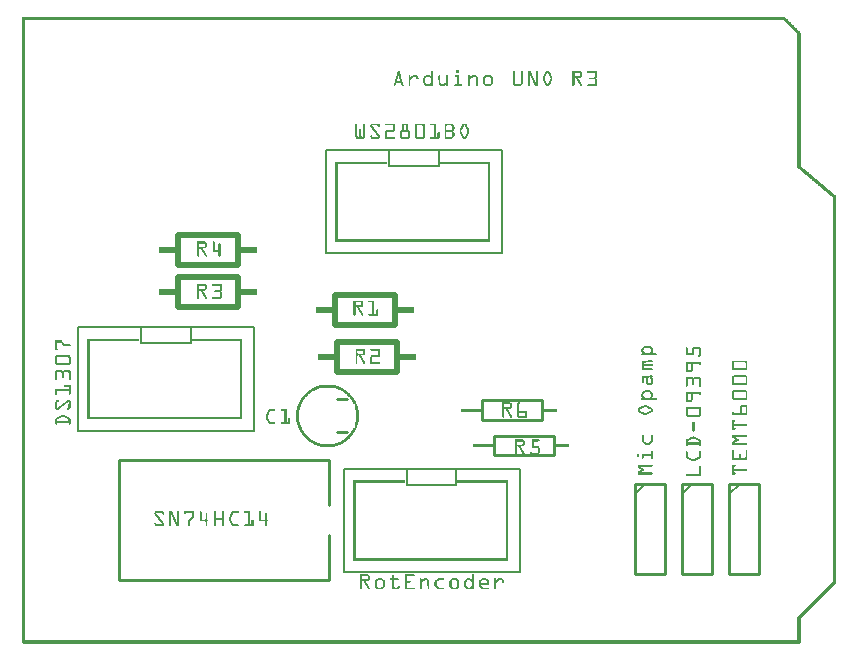
<source format=gto>
G04 MADE WITH FRITZING*
G04 WWW.FRITZING.ORG*
G04 DOUBLE SIDED*
G04 HOLES PLATED*
G04 CONTOUR ON CENTER OF CONTOUR VECTOR*
%ASAXBY*%
%FSLAX23Y23*%
%MOIN*%
%OFA0B0*%
%SFA1.0B1.0*%
%ADD10R,0.595200X0.354200X0.579200X0.338200*%
%ADD11C,0.008000*%
%ADD12R,0.173200X0.063000X0.157200X0.047000*%
%ADD13C,0.010000*%
%ADD14C,0.005000*%
%ADD15C,0.020000*%
%LNSILK1*%
G90*
G70*
G54D11*
X192Y1062D02*
X779Y1062D01*
X779Y716D01*
X192Y716D01*
X192Y1062D01*
D02*
X403Y1062D02*
X568Y1062D01*
X568Y1007D01*
X403Y1007D01*
X403Y1062D01*
D02*
X1019Y1653D02*
X1606Y1653D01*
X1606Y1307D01*
X1019Y1307D01*
X1019Y1653D01*
D02*
X1230Y1653D02*
X1395Y1653D01*
X1395Y1598D01*
X1230Y1598D01*
X1230Y1653D01*
D02*
X1078Y590D02*
X1665Y590D01*
X1665Y244D01*
X1078Y244D01*
X1078Y590D01*
D02*
X1289Y590D02*
X1454Y590D01*
X1454Y535D01*
X1289Y535D01*
X1289Y590D01*
D02*
G54D13*
X2363Y540D02*
X2363Y240D01*
D02*
X2363Y240D02*
X2463Y240D01*
D02*
X2463Y240D02*
X2463Y540D01*
D02*
X2463Y540D02*
X2363Y540D01*
G54D14*
D02*
X2363Y505D02*
X2398Y540D01*
G54D13*
D02*
X2048Y540D02*
X2048Y240D01*
D02*
X2048Y240D02*
X2148Y240D01*
D02*
X2148Y240D02*
X2148Y540D01*
D02*
X2148Y540D02*
X2048Y540D01*
G54D14*
D02*
X2048Y505D02*
X2083Y540D01*
G54D15*
D02*
X1057Y1012D02*
X1257Y1012D01*
D02*
X1257Y1012D02*
X1257Y912D01*
D02*
X1257Y912D02*
X1057Y912D01*
D02*
X1057Y912D02*
X1057Y1012D01*
D02*
X525Y1367D02*
X725Y1367D01*
D02*
X725Y1367D02*
X725Y1267D01*
D02*
X725Y1267D02*
X525Y1267D01*
D02*
X525Y1267D02*
X525Y1367D01*
D02*
X525Y1229D02*
X725Y1229D01*
D02*
X725Y1229D02*
X725Y1129D01*
D02*
X725Y1129D02*
X525Y1129D01*
D02*
X525Y1129D02*
X525Y1229D01*
D02*
X1250Y1070D02*
X1050Y1070D01*
D02*
X1050Y1070D02*
X1050Y1170D01*
D02*
X1050Y1170D02*
X1250Y1170D01*
D02*
X1250Y1170D02*
X1250Y1070D01*
G54D13*
D02*
X1031Y619D02*
X331Y619D01*
D02*
X331Y619D02*
X331Y219D01*
D02*
X331Y219D02*
X1031Y219D01*
D02*
X1031Y619D02*
X1031Y469D01*
D02*
X1031Y369D02*
X1031Y219D01*
D02*
X2206Y540D02*
X2206Y240D01*
D02*
X2206Y240D02*
X2306Y240D01*
D02*
X2306Y240D02*
X2306Y540D01*
D02*
X2306Y540D02*
X2206Y540D01*
G54D14*
D02*
X2206Y505D02*
X2241Y540D01*
G54D13*
D02*
X1538Y818D02*
X1738Y818D01*
D02*
X1738Y818D02*
X1738Y752D01*
D02*
X1738Y752D02*
X1538Y752D01*
D02*
X1538Y752D02*
X1538Y818D01*
D02*
X1578Y700D02*
X1778Y700D01*
D02*
X1778Y700D02*
X1778Y634D01*
D02*
X1778Y634D02*
X1578Y634D01*
D02*
X1578Y634D02*
X1578Y700D01*
G36*
X11Y2096D02*
X11Y2095D01*
X8Y2095D01*
X8Y2094D01*
X7Y2094D01*
X7Y2093D01*
X6Y2093D01*
X6Y2084D01*
X2546Y2084D01*
X2546Y2083D01*
X2547Y2083D01*
X2547Y2082D01*
X2548Y2082D01*
X2548Y2081D01*
X2549Y2081D01*
X2549Y2080D01*
X2550Y2080D01*
X2550Y2079D01*
X2551Y2079D01*
X2551Y2078D01*
X2552Y2078D01*
X2552Y2077D01*
X2553Y2077D01*
X2553Y2076D01*
X2554Y2076D01*
X2554Y2075D01*
X2555Y2075D01*
X2555Y2074D01*
X2556Y2074D01*
X2556Y2073D01*
X2557Y2073D01*
X2557Y2072D01*
X2558Y2072D01*
X2558Y2071D01*
X2559Y2071D01*
X2559Y2070D01*
X2560Y2070D01*
X2560Y2069D01*
X2561Y2069D01*
X2561Y2068D01*
X2562Y2068D01*
X2562Y2067D01*
X2563Y2067D01*
X2563Y2066D01*
X2564Y2066D01*
X2564Y2065D01*
X2565Y2065D01*
X2565Y2064D01*
X2566Y2064D01*
X2566Y2063D01*
X2567Y2063D01*
X2567Y2062D01*
X2568Y2062D01*
X2568Y2061D01*
X2569Y2061D01*
X2569Y2060D01*
X2570Y2060D01*
X2570Y2059D01*
X2571Y2059D01*
X2571Y2058D01*
X2572Y2058D01*
X2572Y2057D01*
X2573Y2057D01*
X2573Y2056D01*
X2574Y2056D01*
X2574Y2055D01*
X2575Y2055D01*
X2575Y2054D01*
X2576Y2054D01*
X2576Y2053D01*
X2577Y2053D01*
X2577Y2052D01*
X2578Y2052D01*
X2578Y2051D01*
X2579Y2051D01*
X2579Y2050D01*
X2580Y2050D01*
X2580Y2049D01*
X2581Y2049D01*
X2581Y2048D01*
X2582Y2048D01*
X2582Y2047D01*
X2583Y2047D01*
X2583Y2046D01*
X2584Y2046D01*
X2584Y2045D01*
X2585Y2045D01*
X2585Y2044D01*
X2586Y2044D01*
X2586Y2043D01*
X2587Y2043D01*
X2587Y2042D01*
X2588Y2042D01*
X2588Y2041D01*
X2589Y2041D01*
X2589Y2040D01*
X2590Y2040D01*
X2590Y2039D01*
X2591Y2039D01*
X2591Y1593D01*
X2592Y1593D01*
X2592Y1592D01*
X2593Y1592D01*
X2593Y1591D01*
X2594Y1591D01*
X2594Y1590D01*
X2595Y1590D01*
X2595Y1589D01*
X2596Y1589D01*
X2596Y1588D01*
X2597Y1588D01*
X2597Y1587D01*
X2599Y1587D01*
X2599Y1586D01*
X2600Y1586D01*
X2600Y1585D01*
X2601Y1585D01*
X2601Y1584D01*
X2602Y1584D01*
X2602Y1583D01*
X2603Y1583D01*
X2603Y1582D01*
X2604Y1582D01*
X2604Y1581D01*
X2606Y1581D01*
X2606Y1580D01*
X2607Y1580D01*
X2607Y1579D01*
X2608Y1579D01*
X2608Y1578D01*
X2609Y1578D01*
X2609Y1577D01*
X2610Y1577D01*
X2610Y1576D01*
X2612Y1576D01*
X2612Y1575D01*
X2613Y1575D01*
X2613Y1574D01*
X2614Y1574D01*
X2614Y1573D01*
X2615Y1573D01*
X2615Y1572D01*
X2616Y1572D01*
X2616Y1571D01*
X2617Y1571D01*
X2617Y1570D01*
X2619Y1570D01*
X2619Y1569D01*
X2620Y1569D01*
X2620Y1568D01*
X2621Y1568D01*
X2621Y1567D01*
X2622Y1567D01*
X2622Y1566D01*
X2623Y1566D01*
X2623Y1565D01*
X2625Y1565D01*
X2625Y1564D01*
X2626Y1564D01*
X2626Y1563D01*
X2627Y1563D01*
X2627Y1562D01*
X2628Y1562D01*
X2628Y1561D01*
X2629Y1561D01*
X2629Y1560D01*
X2630Y1560D01*
X2630Y1559D01*
X2632Y1559D01*
X2632Y1558D01*
X2633Y1558D01*
X2633Y1557D01*
X2634Y1557D01*
X2634Y1556D01*
X2635Y1556D01*
X2635Y1555D01*
X2636Y1555D01*
X2636Y1554D01*
X2638Y1554D01*
X2638Y1553D01*
X2639Y1553D01*
X2639Y1552D01*
X2640Y1552D01*
X2640Y1551D01*
X2641Y1551D01*
X2641Y1550D01*
X2642Y1550D01*
X2642Y1549D01*
X2644Y1549D01*
X2644Y1548D01*
X2645Y1548D01*
X2645Y1547D01*
X2646Y1547D01*
X2646Y1546D01*
X2647Y1546D01*
X2647Y1545D01*
X2648Y1545D01*
X2648Y1544D01*
X2649Y1544D01*
X2649Y1543D01*
X2651Y1543D01*
X2651Y1542D01*
X2652Y1542D01*
X2652Y1541D01*
X2653Y1541D01*
X2653Y1540D01*
X2654Y1540D01*
X2654Y1539D01*
X2655Y1539D01*
X2655Y1538D01*
X2657Y1538D01*
X2657Y1537D01*
X2658Y1537D01*
X2658Y1536D01*
X2659Y1536D01*
X2659Y1535D01*
X2660Y1535D01*
X2660Y1534D01*
X2661Y1534D01*
X2661Y1533D01*
X2662Y1533D01*
X2662Y1532D01*
X2664Y1532D01*
X2664Y1531D01*
X2665Y1531D01*
X2665Y1530D01*
X2666Y1530D01*
X2666Y1529D01*
X2667Y1529D01*
X2667Y1528D01*
X2668Y1528D01*
X2668Y1527D01*
X2670Y1527D01*
X2670Y1526D01*
X2671Y1526D01*
X2671Y1525D01*
X2672Y1525D01*
X2672Y1524D01*
X2673Y1524D01*
X2673Y1523D01*
X2674Y1523D01*
X2674Y1522D01*
X2675Y1522D01*
X2675Y1521D01*
X2677Y1521D01*
X2677Y1520D01*
X2678Y1520D01*
X2678Y1519D01*
X2679Y1519D01*
X2679Y1518D01*
X2680Y1518D01*
X2680Y1517D01*
X2681Y1517D01*
X2681Y1516D01*
X2683Y1516D01*
X2683Y1515D01*
X2684Y1515D01*
X2684Y1514D01*
X2685Y1514D01*
X2685Y1513D01*
X2686Y1513D01*
X2686Y1512D01*
X2687Y1512D01*
X2687Y1511D01*
X2688Y1511D01*
X2688Y1510D01*
X2690Y1510D01*
X2690Y1509D01*
X2691Y1509D01*
X2691Y1508D01*
X2692Y1508D01*
X2692Y1507D01*
X2693Y1507D01*
X2693Y1506D01*
X2694Y1506D01*
X2694Y1505D01*
X2696Y1505D01*
X2696Y1504D01*
X2697Y1504D01*
X2697Y1503D01*
X2698Y1503D01*
X2698Y1502D01*
X2699Y1502D01*
X2699Y1501D01*
X2700Y1501D01*
X2700Y1500D01*
X2702Y1500D01*
X2702Y1499D01*
X2703Y1499D01*
X2703Y1498D01*
X2704Y1498D01*
X2704Y1497D01*
X2705Y1497D01*
X2705Y1496D01*
X2706Y1496D01*
X2706Y1495D01*
X2707Y1495D01*
X2707Y1494D01*
X2708Y1494D01*
X2708Y211D01*
X2707Y211D01*
X2707Y210D01*
X2706Y210D01*
X2706Y209D01*
X2705Y209D01*
X2705Y208D01*
X2704Y208D01*
X2704Y207D01*
X2703Y207D01*
X2703Y206D01*
X2702Y206D01*
X2702Y205D01*
X2701Y205D01*
X2701Y204D01*
X2700Y204D01*
X2700Y203D01*
X2699Y203D01*
X2699Y202D01*
X2698Y202D01*
X2698Y201D01*
X2697Y201D01*
X2697Y200D01*
X2696Y200D01*
X2696Y199D01*
X2695Y199D01*
X2695Y198D01*
X2694Y198D01*
X2694Y197D01*
X2693Y197D01*
X2693Y196D01*
X2692Y196D01*
X2692Y195D01*
X2691Y195D01*
X2691Y194D01*
X2690Y194D01*
X2690Y193D01*
X2689Y193D01*
X2689Y192D01*
X2688Y192D01*
X2688Y191D01*
X2687Y191D01*
X2687Y190D01*
X2686Y190D01*
X2686Y189D01*
X2685Y189D01*
X2685Y188D01*
X2684Y188D01*
X2684Y187D01*
X2683Y187D01*
X2683Y186D01*
X2682Y186D01*
X2682Y185D01*
X2681Y185D01*
X2681Y184D01*
X2680Y184D01*
X2680Y183D01*
X2679Y183D01*
X2679Y182D01*
X2678Y182D01*
X2678Y181D01*
X2677Y181D01*
X2677Y180D01*
X2676Y180D01*
X2676Y179D01*
X2675Y179D01*
X2675Y178D01*
X2674Y178D01*
X2674Y177D01*
X2673Y177D01*
X2673Y176D01*
X2672Y176D01*
X2672Y175D01*
X2671Y175D01*
X2671Y174D01*
X2670Y174D01*
X2670Y173D01*
X2669Y173D01*
X2669Y172D01*
X2668Y172D01*
X2668Y171D01*
X2667Y171D01*
X2667Y170D01*
X2666Y170D01*
X2666Y169D01*
X2665Y169D01*
X2665Y168D01*
X2664Y168D01*
X2664Y167D01*
X2663Y167D01*
X2663Y166D01*
X2662Y166D01*
X2662Y165D01*
X2661Y165D01*
X2661Y164D01*
X2660Y164D01*
X2660Y163D01*
X2659Y163D01*
X2659Y162D01*
X2658Y162D01*
X2658Y161D01*
X2657Y161D01*
X2657Y160D01*
X2656Y160D01*
X2656Y159D01*
X2655Y159D01*
X2655Y158D01*
X2654Y158D01*
X2654Y157D01*
X2653Y157D01*
X2653Y156D01*
X2652Y156D01*
X2652Y155D01*
X2651Y155D01*
X2651Y154D01*
X2650Y154D01*
X2650Y153D01*
X2649Y153D01*
X2649Y152D01*
X2648Y152D01*
X2648Y151D01*
X2647Y151D01*
X2647Y150D01*
X2646Y150D01*
X2646Y149D01*
X2645Y149D01*
X2645Y148D01*
X2644Y148D01*
X2644Y147D01*
X2643Y147D01*
X2643Y146D01*
X2642Y146D01*
X2642Y145D01*
X2641Y145D01*
X2641Y144D01*
X2640Y144D01*
X2640Y143D01*
X2639Y143D01*
X2639Y142D01*
X2638Y142D01*
X2638Y141D01*
X2637Y141D01*
X2637Y140D01*
X2636Y140D01*
X2636Y139D01*
X2635Y139D01*
X2635Y138D01*
X2634Y138D01*
X2634Y137D01*
X2633Y137D01*
X2633Y136D01*
X2632Y136D01*
X2632Y135D01*
X2631Y135D01*
X2631Y134D01*
X2630Y134D01*
X2630Y133D01*
X2629Y133D01*
X2629Y132D01*
X2628Y132D01*
X2628Y131D01*
X2627Y131D01*
X2627Y130D01*
X2626Y130D01*
X2626Y129D01*
X2625Y129D01*
X2625Y128D01*
X2624Y128D01*
X2624Y127D01*
X2623Y127D01*
X2623Y126D01*
X2622Y126D01*
X2622Y125D01*
X2621Y125D01*
X2621Y124D01*
X2620Y124D01*
X2620Y123D01*
X2619Y123D01*
X2619Y122D01*
X2618Y122D01*
X2618Y121D01*
X2617Y121D01*
X2617Y120D01*
X2616Y120D01*
X2616Y119D01*
X2615Y119D01*
X2615Y118D01*
X2614Y118D01*
X2614Y117D01*
X2613Y117D01*
X2613Y116D01*
X2612Y116D01*
X2612Y115D01*
X2611Y115D01*
X2611Y114D01*
X2610Y114D01*
X2610Y113D01*
X2609Y113D01*
X2609Y112D01*
X2608Y112D01*
X2608Y111D01*
X2607Y111D01*
X2607Y110D01*
X2606Y110D01*
X2606Y109D01*
X2605Y109D01*
X2605Y108D01*
X2604Y108D01*
X2604Y107D01*
X2603Y107D01*
X2603Y106D01*
X2602Y106D01*
X2602Y105D01*
X2601Y105D01*
X2601Y104D01*
X2600Y104D01*
X2600Y103D01*
X2599Y103D01*
X2599Y102D01*
X2598Y102D01*
X2598Y101D01*
X2597Y101D01*
X2597Y100D01*
X2596Y100D01*
X2596Y99D01*
X2595Y99D01*
X2595Y98D01*
X2594Y98D01*
X2594Y97D01*
X2593Y97D01*
X2593Y96D01*
X2592Y96D01*
X2592Y94D01*
X2591Y94D01*
X2591Y17D01*
X2602Y17D01*
X2602Y90D01*
X2603Y90D01*
X2603Y91D01*
X2604Y91D01*
X2604Y92D01*
X2605Y92D01*
X2605Y93D01*
X2606Y93D01*
X2606Y94D01*
X2607Y94D01*
X2607Y95D01*
X2608Y95D01*
X2608Y96D01*
X2609Y96D01*
X2609Y97D01*
X2610Y97D01*
X2610Y98D01*
X2611Y98D01*
X2611Y99D01*
X2612Y99D01*
X2612Y100D01*
X2613Y100D01*
X2613Y101D01*
X2614Y101D01*
X2614Y102D01*
X2615Y102D01*
X2615Y103D01*
X2616Y103D01*
X2616Y104D01*
X2617Y104D01*
X2617Y105D01*
X2618Y105D01*
X2618Y106D01*
X2619Y106D01*
X2619Y107D01*
X2620Y107D01*
X2620Y108D01*
X2621Y108D01*
X2621Y109D01*
X2622Y109D01*
X2622Y110D01*
X2623Y110D01*
X2623Y111D01*
X2624Y111D01*
X2624Y112D01*
X2625Y112D01*
X2625Y113D01*
X2626Y113D01*
X2626Y114D01*
X2627Y114D01*
X2627Y115D01*
X2628Y115D01*
X2628Y116D01*
X2629Y116D01*
X2629Y117D01*
X2630Y117D01*
X2630Y118D01*
X2631Y118D01*
X2631Y119D01*
X2632Y119D01*
X2632Y120D01*
X2633Y120D01*
X2633Y121D01*
X2634Y121D01*
X2634Y122D01*
X2635Y122D01*
X2635Y123D01*
X2636Y123D01*
X2636Y124D01*
X2637Y124D01*
X2637Y125D01*
X2638Y125D01*
X2638Y126D01*
X2639Y126D01*
X2639Y127D01*
X2640Y127D01*
X2640Y128D01*
X2641Y128D01*
X2641Y129D01*
X2642Y129D01*
X2642Y130D01*
X2643Y130D01*
X2643Y131D01*
X2644Y131D01*
X2644Y132D01*
X2645Y132D01*
X2645Y133D01*
X2646Y133D01*
X2646Y134D01*
X2647Y134D01*
X2647Y135D01*
X2648Y135D01*
X2648Y136D01*
X2649Y136D01*
X2649Y137D01*
X2650Y137D01*
X2650Y138D01*
X2651Y138D01*
X2651Y139D01*
X2652Y139D01*
X2652Y140D01*
X2653Y140D01*
X2653Y141D01*
X2654Y141D01*
X2654Y142D01*
X2655Y142D01*
X2655Y143D01*
X2656Y143D01*
X2656Y144D01*
X2657Y144D01*
X2657Y145D01*
X2658Y145D01*
X2658Y146D01*
X2659Y146D01*
X2659Y147D01*
X2660Y147D01*
X2660Y148D01*
X2661Y148D01*
X2661Y149D01*
X2662Y149D01*
X2662Y150D01*
X2663Y150D01*
X2663Y151D01*
X2664Y151D01*
X2664Y152D01*
X2665Y152D01*
X2665Y153D01*
X2666Y153D01*
X2666Y154D01*
X2667Y154D01*
X2667Y155D01*
X2668Y155D01*
X2668Y156D01*
X2669Y156D01*
X2669Y157D01*
X2670Y157D01*
X2670Y158D01*
X2671Y158D01*
X2671Y159D01*
X2672Y159D01*
X2672Y160D01*
X2673Y160D01*
X2673Y161D01*
X2674Y161D01*
X2674Y162D01*
X2675Y162D01*
X2675Y163D01*
X2676Y163D01*
X2676Y164D01*
X2677Y164D01*
X2677Y165D01*
X2678Y165D01*
X2678Y166D01*
X2679Y166D01*
X2679Y167D01*
X2680Y167D01*
X2680Y168D01*
X2681Y168D01*
X2681Y169D01*
X2682Y169D01*
X2682Y170D01*
X2683Y170D01*
X2683Y171D01*
X2684Y171D01*
X2684Y172D01*
X2685Y172D01*
X2685Y173D01*
X2686Y173D01*
X2686Y174D01*
X2687Y174D01*
X2687Y175D01*
X2688Y175D01*
X2688Y176D01*
X2689Y176D01*
X2689Y177D01*
X2690Y177D01*
X2690Y178D01*
X2691Y178D01*
X2691Y179D01*
X2692Y179D01*
X2692Y180D01*
X2693Y180D01*
X2693Y181D01*
X2694Y181D01*
X2694Y182D01*
X2695Y182D01*
X2695Y183D01*
X2696Y183D01*
X2696Y184D01*
X2697Y184D01*
X2697Y185D01*
X2698Y185D01*
X2698Y186D01*
X2699Y186D01*
X2699Y187D01*
X2700Y187D01*
X2700Y188D01*
X2701Y188D01*
X2701Y189D01*
X2702Y189D01*
X2702Y190D01*
X2703Y190D01*
X2703Y191D01*
X2704Y191D01*
X2704Y192D01*
X2705Y192D01*
X2705Y193D01*
X2706Y193D01*
X2706Y194D01*
X2707Y194D01*
X2707Y195D01*
X2708Y195D01*
X2708Y196D01*
X2709Y196D01*
X2709Y197D01*
X2710Y197D01*
X2710Y198D01*
X2711Y198D01*
X2711Y199D01*
X2712Y199D01*
X2712Y200D01*
X2713Y200D01*
X2713Y201D01*
X2714Y201D01*
X2714Y202D01*
X2715Y202D01*
X2715Y203D01*
X2716Y203D01*
X2716Y204D01*
X2717Y204D01*
X2717Y205D01*
X2718Y205D01*
X2718Y206D01*
X2719Y206D01*
X2719Y1499D01*
X2718Y1499D01*
X2718Y1501D01*
X2716Y1501D01*
X2716Y1502D01*
X2715Y1502D01*
X2715Y1503D01*
X2714Y1503D01*
X2714Y1504D01*
X2713Y1504D01*
X2713Y1505D01*
X2712Y1505D01*
X2712Y1506D01*
X2710Y1506D01*
X2710Y1507D01*
X2709Y1507D01*
X2709Y1508D01*
X2708Y1508D01*
X2708Y1509D01*
X2707Y1509D01*
X2707Y1510D01*
X2706Y1510D01*
X2706Y1511D01*
X2705Y1511D01*
X2705Y1512D01*
X2703Y1512D01*
X2703Y1513D01*
X2702Y1513D01*
X2702Y1514D01*
X2701Y1514D01*
X2701Y1515D01*
X2700Y1515D01*
X2700Y1516D01*
X2699Y1516D01*
X2699Y1517D01*
X2697Y1517D01*
X2697Y1518D01*
X2696Y1518D01*
X2696Y1519D01*
X2695Y1519D01*
X2695Y1520D01*
X2694Y1520D01*
X2694Y1521D01*
X2693Y1521D01*
X2693Y1522D01*
X2692Y1522D01*
X2692Y1523D01*
X2690Y1523D01*
X2690Y1524D01*
X2689Y1524D01*
X2689Y1525D01*
X2688Y1525D01*
X2688Y1526D01*
X2687Y1526D01*
X2687Y1527D01*
X2686Y1527D01*
X2686Y1528D01*
X2684Y1528D01*
X2684Y1529D01*
X2683Y1529D01*
X2683Y1530D01*
X2682Y1530D01*
X2682Y1531D01*
X2681Y1531D01*
X2681Y1532D01*
X2680Y1532D01*
X2680Y1533D01*
X2678Y1533D01*
X2678Y1534D01*
X2677Y1534D01*
X2677Y1535D01*
X2676Y1535D01*
X2676Y1536D01*
X2675Y1536D01*
X2675Y1537D01*
X2674Y1537D01*
X2674Y1538D01*
X2673Y1538D01*
X2673Y1539D01*
X2671Y1539D01*
X2671Y1540D01*
X2670Y1540D01*
X2670Y1541D01*
X2669Y1541D01*
X2669Y1542D01*
X2668Y1542D01*
X2668Y1543D01*
X2667Y1543D01*
X2667Y1544D01*
X2665Y1544D01*
X2665Y1545D01*
X2664Y1545D01*
X2664Y1546D01*
X2663Y1546D01*
X2663Y1547D01*
X2662Y1547D01*
X2662Y1548D01*
X2661Y1548D01*
X2661Y1549D01*
X2660Y1549D01*
X2660Y1550D01*
X2658Y1550D01*
X2658Y1551D01*
X2657Y1551D01*
X2657Y1552D01*
X2656Y1552D01*
X2656Y1553D01*
X2655Y1553D01*
X2655Y1554D01*
X2654Y1554D01*
X2654Y1555D01*
X2652Y1555D01*
X2652Y1556D01*
X2651Y1556D01*
X2651Y1557D01*
X2650Y1557D01*
X2650Y1558D01*
X2649Y1558D01*
X2649Y1559D01*
X2648Y1559D01*
X2648Y1560D01*
X2647Y1560D01*
X2647Y1561D01*
X2645Y1561D01*
X2645Y1562D01*
X2644Y1562D01*
X2644Y1563D01*
X2643Y1563D01*
X2643Y1564D01*
X2642Y1564D01*
X2642Y1565D01*
X2641Y1565D01*
X2641Y1566D01*
X2639Y1566D01*
X2639Y1567D01*
X2638Y1567D01*
X2638Y1568D01*
X2637Y1568D01*
X2637Y1569D01*
X2636Y1569D01*
X2636Y1570D01*
X2635Y1570D01*
X2635Y1571D01*
X2634Y1571D01*
X2634Y1572D01*
X2632Y1572D01*
X2632Y1573D01*
X2631Y1573D01*
X2631Y1574D01*
X2630Y1574D01*
X2630Y1575D01*
X2629Y1575D01*
X2629Y1576D01*
X2628Y1576D01*
X2628Y1577D01*
X2626Y1577D01*
X2626Y1578D01*
X2625Y1578D01*
X2625Y1579D01*
X2624Y1579D01*
X2624Y1580D01*
X2623Y1580D01*
X2623Y1581D01*
X2622Y1581D01*
X2622Y1582D01*
X2620Y1582D01*
X2620Y1583D01*
X2619Y1583D01*
X2619Y1584D01*
X2618Y1584D01*
X2618Y1585D01*
X2617Y1585D01*
X2617Y1586D01*
X2616Y1586D01*
X2616Y1587D01*
X2615Y1587D01*
X2615Y1588D01*
X2613Y1588D01*
X2613Y1589D01*
X2612Y1589D01*
X2612Y1590D01*
X2611Y1590D01*
X2611Y1591D01*
X2610Y1591D01*
X2610Y1592D01*
X2609Y1592D01*
X2609Y1593D01*
X2607Y1593D01*
X2607Y1594D01*
X2606Y1594D01*
X2606Y1595D01*
X2605Y1595D01*
X2605Y1596D01*
X2604Y1596D01*
X2604Y1597D01*
X2603Y1597D01*
X2603Y1598D01*
X2602Y1598D01*
X2602Y2043D01*
X2601Y2043D01*
X2601Y2044D01*
X2600Y2044D01*
X2600Y2045D01*
X2599Y2045D01*
X2599Y2046D01*
X2598Y2046D01*
X2598Y2047D01*
X2597Y2047D01*
X2597Y2048D01*
X2596Y2048D01*
X2596Y2049D01*
X2595Y2049D01*
X2595Y2050D01*
X2594Y2050D01*
X2594Y2051D01*
X2593Y2051D01*
X2593Y2052D01*
X2592Y2052D01*
X2592Y2053D01*
X2591Y2053D01*
X2591Y2054D01*
X2590Y2054D01*
X2590Y2055D01*
X2589Y2055D01*
X2589Y2056D01*
X2588Y2056D01*
X2588Y2057D01*
X2587Y2057D01*
X2587Y2058D01*
X2586Y2058D01*
X2586Y2059D01*
X2585Y2059D01*
X2585Y2060D01*
X2584Y2060D01*
X2584Y2061D01*
X2583Y2061D01*
X2583Y2062D01*
X2582Y2062D01*
X2582Y2063D01*
X2581Y2063D01*
X2581Y2064D01*
X2580Y2064D01*
X2580Y2065D01*
X2579Y2065D01*
X2579Y2066D01*
X2578Y2066D01*
X2578Y2067D01*
X2577Y2067D01*
X2577Y2068D01*
X2576Y2068D01*
X2576Y2069D01*
X2575Y2069D01*
X2575Y2070D01*
X2574Y2070D01*
X2574Y2071D01*
X2573Y2071D01*
X2573Y2072D01*
X2572Y2072D01*
X2572Y2073D01*
X2571Y2073D01*
X2571Y2074D01*
X2570Y2074D01*
X2570Y2075D01*
X2569Y2075D01*
X2569Y2076D01*
X2568Y2076D01*
X2568Y2077D01*
X2567Y2077D01*
X2567Y2078D01*
X2566Y2078D01*
X2566Y2079D01*
X2565Y2079D01*
X2565Y2080D01*
X2564Y2080D01*
X2564Y2081D01*
X2563Y2081D01*
X2563Y2082D01*
X2562Y2082D01*
X2562Y2083D01*
X2561Y2083D01*
X2561Y2084D01*
X2560Y2084D01*
X2560Y2085D01*
X2559Y2085D01*
X2559Y2086D01*
X2558Y2086D01*
X2558Y2087D01*
X2557Y2087D01*
X2557Y2088D01*
X2556Y2088D01*
X2556Y2089D01*
X2555Y2089D01*
X2555Y2090D01*
X2554Y2090D01*
X2554Y2091D01*
X2553Y2091D01*
X2553Y2092D01*
X2552Y2092D01*
X2552Y2093D01*
X2551Y2093D01*
X2551Y2094D01*
X2550Y2094D01*
X2550Y2095D01*
X13Y2095D01*
X13Y2096D01*
X11Y2096D01*
G37*
D02*
G36*
X6Y2084D02*
X6Y17D01*
X17Y17D01*
X17Y2084D01*
X6Y2084D01*
G37*
D02*
G36*
X6Y17D02*
X6Y16D01*
X2602Y16D01*
X2602Y17D01*
X6Y17D01*
G37*
D02*
G36*
X6Y17D02*
X6Y16D01*
X2602Y16D01*
X2602Y17D01*
X6Y17D01*
G37*
D02*
G36*
X6Y16D02*
X6Y8D01*
X7Y8D01*
X7Y7D01*
X8Y7D01*
X8Y6D01*
X2600Y6D01*
X2600Y7D01*
X2601Y7D01*
X2601Y8D01*
X2602Y8D01*
X2602Y16D01*
X6Y16D01*
G37*
D02*
G36*
X1456Y1919D02*
X1456Y1918D01*
X1454Y1918D01*
X1454Y1910D01*
X1455Y1910D01*
X1455Y1909D01*
X1461Y1909D01*
X1461Y1910D01*
X1463Y1910D01*
X1463Y1918D01*
X1461Y1918D01*
X1461Y1919D01*
X1456Y1919D01*
G37*
D02*
G36*
X1260Y1916D02*
X1260Y1915D01*
X1259Y1915D01*
X1259Y1914D01*
X1258Y1914D01*
X1258Y1911D01*
X1257Y1911D01*
X1257Y1907D01*
X1256Y1907D01*
X1256Y1904D01*
X1255Y1904D01*
X1255Y1900D01*
X1262Y1900D01*
X1262Y1897D01*
X1263Y1897D01*
X1263Y1894D01*
X1264Y1894D01*
X1264Y1890D01*
X1265Y1890D01*
X1265Y1887D01*
X1266Y1887D01*
X1266Y1884D01*
X1267Y1884D01*
X1267Y1882D01*
X1274Y1882D01*
X1274Y1883D01*
X1273Y1883D01*
X1273Y1887D01*
X1272Y1887D01*
X1272Y1890D01*
X1271Y1890D01*
X1271Y1894D01*
X1270Y1894D01*
X1270Y1897D01*
X1269Y1897D01*
X1269Y1900D01*
X1268Y1900D01*
X1268Y1904D01*
X1267Y1904D01*
X1267Y1907D01*
X1266Y1907D01*
X1266Y1911D01*
X1265Y1911D01*
X1265Y1914D01*
X1264Y1914D01*
X1264Y1915D01*
X1263Y1915D01*
X1263Y1916D01*
X1260Y1916D01*
G37*
D02*
G36*
X1254Y1900D02*
X1254Y1897D01*
X1253Y1897D01*
X1253Y1894D01*
X1252Y1894D01*
X1252Y1890D01*
X1251Y1890D01*
X1251Y1887D01*
X1250Y1887D01*
X1250Y1883D01*
X1249Y1883D01*
X1249Y1882D01*
X1256Y1882D01*
X1256Y1884D01*
X1257Y1884D01*
X1257Y1887D01*
X1258Y1887D01*
X1258Y1890D01*
X1259Y1890D01*
X1259Y1894D01*
X1260Y1894D01*
X1260Y1897D01*
X1261Y1897D01*
X1261Y1900D01*
X1254Y1900D01*
G37*
D02*
G36*
X1249Y1882D02*
X1249Y1881D01*
X1274Y1881D01*
X1274Y1882D01*
X1249Y1882D01*
G37*
D02*
G36*
X1249Y1882D02*
X1249Y1881D01*
X1274Y1881D01*
X1274Y1882D01*
X1249Y1882D01*
G37*
D02*
G36*
X1249Y1881D02*
X1249Y1880D01*
X1248Y1880D01*
X1248Y1876D01*
X1269Y1876D01*
X1269Y1873D01*
X1270Y1873D01*
X1270Y1870D01*
X1271Y1870D01*
X1271Y1867D01*
X1272Y1867D01*
X1272Y1865D01*
X1274Y1865D01*
X1274Y1864D01*
X1275Y1864D01*
X1275Y1865D01*
X1277Y1865D01*
X1277Y1866D01*
X1278Y1866D01*
X1278Y1870D01*
X1277Y1870D01*
X1277Y1873D01*
X1276Y1873D01*
X1276Y1876D01*
X1275Y1876D01*
X1275Y1880D01*
X1274Y1880D01*
X1274Y1881D01*
X1249Y1881D01*
G37*
D02*
G36*
X1247Y1876D02*
X1247Y1873D01*
X1246Y1873D01*
X1246Y1870D01*
X1245Y1870D01*
X1245Y1866D01*
X1246Y1866D01*
X1246Y1865D01*
X1248Y1865D01*
X1248Y1864D01*
X1249Y1864D01*
X1249Y1865D01*
X1251Y1865D01*
X1251Y1867D01*
X1252Y1867D01*
X1252Y1870D01*
X1253Y1870D01*
X1253Y1873D01*
X1254Y1873D01*
X1254Y1876D01*
X1247Y1876D01*
G37*
D02*
G36*
X1644Y1916D02*
X1644Y1915D01*
X1643Y1915D01*
X1643Y1913D01*
X1642Y1913D01*
X1642Y1873D01*
X1643Y1873D01*
X1643Y1871D01*
X1651Y1871D01*
X1651Y1872D01*
X1650Y1872D01*
X1650Y1873D01*
X1649Y1873D01*
X1649Y1914D01*
X1648Y1914D01*
X1648Y1915D01*
X1647Y1915D01*
X1647Y1916D01*
X1644Y1916D01*
G37*
D02*
G36*
X1670Y1916D02*
X1670Y1915D01*
X1669Y1915D01*
X1669Y1903D01*
X1668Y1903D01*
X1668Y1872D01*
X1667Y1872D01*
X1667Y1871D01*
X1675Y1871D01*
X1675Y1914D01*
X1674Y1914D01*
X1674Y1915D01*
X1673Y1915D01*
X1673Y1916D01*
X1670Y1916D01*
G37*
D02*
G36*
X1643Y1871D02*
X1643Y1870D01*
X1674Y1870D01*
X1674Y1871D01*
X1643Y1871D01*
G37*
D02*
G36*
X1643Y1871D02*
X1643Y1870D01*
X1674Y1870D01*
X1674Y1871D01*
X1643Y1871D01*
G37*
D02*
G36*
X1644Y1870D02*
X1644Y1868D01*
X1645Y1868D01*
X1645Y1867D01*
X1646Y1867D01*
X1646Y1866D01*
X1648Y1866D01*
X1648Y1865D01*
X1652Y1865D01*
X1652Y1864D01*
X1666Y1864D01*
X1666Y1865D01*
X1670Y1865D01*
X1670Y1866D01*
X1671Y1866D01*
X1671Y1867D01*
X1672Y1867D01*
X1672Y1868D01*
X1673Y1868D01*
X1673Y1869D01*
X1674Y1869D01*
X1674Y1870D01*
X1644Y1870D01*
G37*
D02*
G36*
X1692Y1916D02*
X1692Y1902D01*
X1700Y1902D01*
X1700Y1900D01*
X1701Y1900D01*
X1701Y1898D01*
X1702Y1898D01*
X1702Y1895D01*
X1703Y1895D01*
X1703Y1893D01*
X1704Y1893D01*
X1704Y1891D01*
X1705Y1891D01*
X1705Y1888D01*
X1706Y1888D01*
X1706Y1886D01*
X1707Y1886D01*
X1707Y1884D01*
X1708Y1884D01*
X1708Y1882D01*
X1709Y1882D01*
X1709Y1879D01*
X1710Y1879D01*
X1710Y1878D01*
X1717Y1878D01*
X1717Y1880D01*
X1716Y1880D01*
X1716Y1882D01*
X1715Y1882D01*
X1715Y1884D01*
X1714Y1884D01*
X1714Y1887D01*
X1713Y1887D01*
X1713Y1889D01*
X1712Y1889D01*
X1712Y1891D01*
X1711Y1891D01*
X1711Y1894D01*
X1710Y1894D01*
X1710Y1896D01*
X1709Y1896D01*
X1709Y1898D01*
X1708Y1898D01*
X1708Y1900D01*
X1707Y1900D01*
X1707Y1903D01*
X1706Y1903D01*
X1706Y1905D01*
X1705Y1905D01*
X1705Y1907D01*
X1704Y1907D01*
X1704Y1910D01*
X1703Y1910D01*
X1703Y1912D01*
X1702Y1912D01*
X1702Y1914D01*
X1701Y1914D01*
X1701Y1916D01*
X1692Y1916D01*
G37*
D02*
G36*
X1720Y1916D02*
X1720Y1915D01*
X1719Y1915D01*
X1719Y1914D01*
X1718Y1914D01*
X1718Y1878D01*
X1725Y1878D01*
X1725Y1914D01*
X1724Y1914D01*
X1724Y1915D01*
X1723Y1915D01*
X1723Y1916D01*
X1720Y1916D01*
G37*
D02*
G36*
X1692Y1902D02*
X1692Y1866D01*
X1693Y1866D01*
X1693Y1865D01*
X1695Y1865D01*
X1695Y1864D01*
X1696Y1864D01*
X1696Y1865D01*
X1698Y1865D01*
X1698Y1867D01*
X1699Y1867D01*
X1699Y1902D01*
X1692Y1902D01*
G37*
D02*
G36*
X1710Y1878D02*
X1710Y1877D01*
X1725Y1877D01*
X1725Y1878D01*
X1710Y1878D01*
G37*
D02*
G36*
X1710Y1878D02*
X1710Y1877D01*
X1725Y1877D01*
X1725Y1878D01*
X1710Y1878D01*
G37*
D02*
G36*
X1711Y1877D02*
X1711Y1875D01*
X1712Y1875D01*
X1712Y1872D01*
X1713Y1872D01*
X1713Y1870D01*
X1714Y1870D01*
X1714Y1868D01*
X1715Y1868D01*
X1715Y1866D01*
X1716Y1866D01*
X1716Y1864D01*
X1724Y1864D01*
X1724Y1865D01*
X1725Y1865D01*
X1725Y1877D01*
X1711Y1877D01*
G37*
D02*
G36*
X1756Y1916D02*
X1756Y1915D01*
X1753Y1915D01*
X1753Y1914D01*
X1752Y1914D01*
X1752Y1913D01*
X1751Y1913D01*
X1751Y1911D01*
X1750Y1911D01*
X1750Y1909D01*
X1759Y1909D01*
X1759Y1908D01*
X1760Y1908D01*
X1760Y1907D01*
X1761Y1907D01*
X1761Y1905D01*
X1762Y1905D01*
X1762Y1903D01*
X1763Y1903D01*
X1763Y1901D01*
X1764Y1901D01*
X1764Y1899D01*
X1765Y1899D01*
X1765Y1897D01*
X1766Y1897D01*
X1766Y1895D01*
X1767Y1895D01*
X1767Y1892D01*
X1768Y1892D01*
X1768Y1888D01*
X1767Y1888D01*
X1767Y1886D01*
X1766Y1886D01*
X1766Y1884D01*
X1765Y1884D01*
X1765Y1882D01*
X1764Y1882D01*
X1764Y1880D01*
X1763Y1880D01*
X1763Y1878D01*
X1762Y1878D01*
X1762Y1876D01*
X1761Y1876D01*
X1761Y1874D01*
X1760Y1874D01*
X1760Y1872D01*
X1759Y1872D01*
X1759Y1871D01*
X1767Y1871D01*
X1767Y1873D01*
X1768Y1873D01*
X1768Y1875D01*
X1769Y1875D01*
X1769Y1877D01*
X1770Y1877D01*
X1770Y1879D01*
X1771Y1879D01*
X1771Y1881D01*
X1772Y1881D01*
X1772Y1883D01*
X1773Y1883D01*
X1773Y1885D01*
X1774Y1885D01*
X1774Y1895D01*
X1773Y1895D01*
X1773Y1898D01*
X1772Y1898D01*
X1772Y1900D01*
X1771Y1900D01*
X1771Y1902D01*
X1770Y1902D01*
X1770Y1904D01*
X1769Y1904D01*
X1769Y1906D01*
X1768Y1906D01*
X1768Y1908D01*
X1767Y1908D01*
X1767Y1910D01*
X1766Y1910D01*
X1766Y1911D01*
X1765Y1911D01*
X1765Y1913D01*
X1764Y1913D01*
X1764Y1914D01*
X1763Y1914D01*
X1763Y1915D01*
X1760Y1915D01*
X1760Y1916D01*
X1756Y1916D01*
G37*
D02*
G36*
X1749Y1909D02*
X1749Y1907D01*
X1748Y1907D01*
X1748Y1905D01*
X1747Y1905D01*
X1747Y1903D01*
X1746Y1903D01*
X1746Y1901D01*
X1745Y1901D01*
X1745Y1899D01*
X1744Y1899D01*
X1744Y1897D01*
X1743Y1897D01*
X1743Y1895D01*
X1742Y1895D01*
X1742Y1885D01*
X1743Y1885D01*
X1743Y1883D01*
X1744Y1883D01*
X1744Y1881D01*
X1745Y1881D01*
X1745Y1879D01*
X1746Y1879D01*
X1746Y1877D01*
X1747Y1877D01*
X1747Y1875D01*
X1748Y1875D01*
X1748Y1873D01*
X1749Y1873D01*
X1749Y1871D01*
X1757Y1871D01*
X1757Y1872D01*
X1756Y1872D01*
X1756Y1874D01*
X1755Y1874D01*
X1755Y1876D01*
X1754Y1876D01*
X1754Y1878D01*
X1753Y1878D01*
X1753Y1880D01*
X1752Y1880D01*
X1752Y1882D01*
X1751Y1882D01*
X1751Y1884D01*
X1750Y1884D01*
X1750Y1886D01*
X1749Y1886D01*
X1749Y1888D01*
X1748Y1888D01*
X1748Y1892D01*
X1749Y1892D01*
X1749Y1895D01*
X1750Y1895D01*
X1750Y1897D01*
X1751Y1897D01*
X1751Y1899D01*
X1752Y1899D01*
X1752Y1901D01*
X1753Y1901D01*
X1753Y1903D01*
X1754Y1903D01*
X1754Y1905D01*
X1755Y1905D01*
X1755Y1907D01*
X1756Y1907D01*
X1756Y1908D01*
X1757Y1908D01*
X1757Y1909D01*
X1749Y1909D01*
G37*
D02*
G36*
X1750Y1871D02*
X1750Y1870D01*
X1766Y1870D01*
X1766Y1871D01*
X1750Y1871D01*
G37*
D02*
G36*
X1750Y1871D02*
X1750Y1870D01*
X1766Y1870D01*
X1766Y1871D01*
X1750Y1871D01*
G37*
D02*
G36*
X1750Y1870D02*
X1750Y1869D01*
X1751Y1869D01*
X1751Y1867D01*
X1752Y1867D01*
X1752Y1866D01*
X1754Y1866D01*
X1754Y1865D01*
X1757Y1865D01*
X1757Y1864D01*
X1759Y1864D01*
X1759Y1865D01*
X1762Y1865D01*
X1762Y1866D01*
X1764Y1866D01*
X1764Y1867D01*
X1765Y1867D01*
X1765Y1869D01*
X1766Y1869D01*
X1766Y1870D01*
X1750Y1870D01*
G37*
D02*
G36*
X1841Y1916D02*
X1841Y1909D01*
X1866Y1909D01*
X1866Y1908D01*
X1867Y1908D01*
X1867Y1901D01*
X1866Y1901D01*
X1866Y1900D01*
X1865Y1900D01*
X1865Y1899D01*
X1873Y1899D01*
X1873Y1900D01*
X1874Y1900D01*
X1874Y1908D01*
X1873Y1908D01*
X1873Y1911D01*
X1872Y1911D01*
X1872Y1912D01*
X1871Y1912D01*
X1871Y1913D01*
X1870Y1913D01*
X1870Y1914D01*
X1869Y1914D01*
X1869Y1915D01*
X1866Y1915D01*
X1866Y1916D01*
X1841Y1916D01*
G37*
D02*
G36*
X1841Y1909D02*
X1841Y1899D01*
X1848Y1899D01*
X1848Y1909D01*
X1841Y1909D01*
G37*
D02*
G36*
X1841Y1899D02*
X1841Y1898D01*
X1873Y1898D01*
X1873Y1899D01*
X1841Y1899D01*
G37*
D02*
G36*
X1841Y1899D02*
X1841Y1898D01*
X1873Y1898D01*
X1873Y1899D01*
X1841Y1899D01*
G37*
D02*
G36*
X1841Y1898D02*
X1841Y1892D01*
X1853Y1892D01*
X1853Y1890D01*
X1854Y1890D01*
X1854Y1888D01*
X1855Y1888D01*
X1855Y1887D01*
X1856Y1887D01*
X1856Y1885D01*
X1857Y1885D01*
X1857Y1883D01*
X1858Y1883D01*
X1858Y1882D01*
X1859Y1882D01*
X1859Y1880D01*
X1860Y1880D01*
X1860Y1878D01*
X1861Y1878D01*
X1861Y1876D01*
X1862Y1876D01*
X1862Y1875D01*
X1863Y1875D01*
X1863Y1873D01*
X1864Y1873D01*
X1864Y1871D01*
X1865Y1871D01*
X1865Y1870D01*
X1866Y1870D01*
X1866Y1868D01*
X1867Y1868D01*
X1867Y1866D01*
X1868Y1866D01*
X1868Y1865D01*
X1870Y1865D01*
X1870Y1864D01*
X1871Y1864D01*
X1871Y1865D01*
X1873Y1865D01*
X1873Y1867D01*
X1874Y1867D01*
X1874Y1869D01*
X1873Y1869D01*
X1873Y1871D01*
X1872Y1871D01*
X1872Y1872D01*
X1871Y1872D01*
X1871Y1874D01*
X1870Y1874D01*
X1870Y1876D01*
X1869Y1876D01*
X1869Y1878D01*
X1868Y1878D01*
X1868Y1879D01*
X1867Y1879D01*
X1867Y1881D01*
X1866Y1881D01*
X1866Y1883D01*
X1865Y1883D01*
X1865Y1884D01*
X1864Y1884D01*
X1864Y1886D01*
X1863Y1886D01*
X1863Y1888D01*
X1862Y1888D01*
X1862Y1890D01*
X1861Y1890D01*
X1861Y1891D01*
X1860Y1891D01*
X1860Y1892D01*
X1865Y1892D01*
X1865Y1893D01*
X1868Y1893D01*
X1868Y1894D01*
X1870Y1894D01*
X1870Y1895D01*
X1871Y1895D01*
X1871Y1896D01*
X1872Y1896D01*
X1872Y1898D01*
X1841Y1898D01*
G37*
D02*
G36*
X1841Y1892D02*
X1841Y1866D01*
X1842Y1866D01*
X1842Y1865D01*
X1844Y1865D01*
X1844Y1864D01*
X1845Y1864D01*
X1845Y1865D01*
X1847Y1865D01*
X1847Y1867D01*
X1848Y1867D01*
X1848Y1892D01*
X1841Y1892D01*
G37*
D02*
G36*
X1893Y1916D02*
X1893Y1915D01*
X1891Y1915D01*
X1891Y1910D01*
X1893Y1910D01*
X1893Y1909D01*
X1917Y1909D01*
X1917Y1896D01*
X1916Y1896D01*
X1916Y1894D01*
X1913Y1894D01*
X1913Y1893D01*
X1898Y1893D01*
X1898Y1892D01*
X1897Y1892D01*
X1897Y1889D01*
X1898Y1889D01*
X1898Y1888D01*
X1899Y1888D01*
X1899Y1887D01*
X1915Y1887D01*
X1915Y1886D01*
X1916Y1886D01*
X1916Y1885D01*
X1917Y1885D01*
X1917Y1871D01*
X1892Y1871D01*
X1892Y1870D01*
X1891Y1870D01*
X1891Y1866D01*
X1892Y1866D01*
X1892Y1865D01*
X1894Y1865D01*
X1894Y1864D01*
X1917Y1864D01*
X1917Y1865D01*
X1920Y1865D01*
X1920Y1866D01*
X1922Y1866D01*
X1922Y1868D01*
X1923Y1868D01*
X1923Y1888D01*
X1922Y1888D01*
X1922Y1889D01*
X1921Y1889D01*
X1921Y1891D01*
X1922Y1891D01*
X1922Y1893D01*
X1923Y1893D01*
X1923Y1912D01*
X1922Y1912D01*
X1922Y1914D01*
X1921Y1914D01*
X1921Y1915D01*
X1919Y1915D01*
X1919Y1916D01*
X1893Y1916D01*
G37*
D02*
G36*
X1297Y1902D02*
X1297Y1901D01*
X1295Y1901D01*
X1295Y1895D01*
X1301Y1895D01*
X1301Y1901D01*
X1300Y1901D01*
X1300Y1902D01*
X1297Y1902D01*
G37*
D02*
G36*
X1310Y1902D02*
X1310Y1901D01*
X1308Y1901D01*
X1308Y1900D01*
X1307Y1900D01*
X1307Y1899D01*
X1306Y1899D01*
X1306Y1898D01*
X1305Y1898D01*
X1305Y1897D01*
X1304Y1897D01*
X1304Y1896D01*
X1302Y1896D01*
X1302Y1895D01*
X1320Y1895D01*
X1320Y1894D01*
X1321Y1894D01*
X1321Y1888D01*
X1322Y1888D01*
X1322Y1887D01*
X1326Y1887D01*
X1326Y1888D01*
X1327Y1888D01*
X1327Y1890D01*
X1328Y1890D01*
X1328Y1893D01*
X1327Y1893D01*
X1327Y1896D01*
X1326Y1896D01*
X1326Y1898D01*
X1325Y1898D01*
X1325Y1899D01*
X1324Y1899D01*
X1324Y1900D01*
X1323Y1900D01*
X1323Y1901D01*
X1320Y1901D01*
X1320Y1902D01*
X1310Y1902D01*
G37*
D02*
G36*
X1295Y1895D02*
X1295Y1894D01*
X1312Y1894D01*
X1312Y1895D01*
X1295Y1895D01*
G37*
D02*
G36*
X1295Y1895D02*
X1295Y1894D01*
X1312Y1894D01*
X1312Y1895D01*
X1295Y1895D01*
G37*
D02*
G36*
X1295Y1894D02*
X1295Y1866D01*
X1296Y1866D01*
X1296Y1865D01*
X1300Y1865D01*
X1300Y1866D01*
X1301Y1866D01*
X1301Y1886D01*
X1302Y1886D01*
X1302Y1887D01*
X1303Y1887D01*
X1303Y1888D01*
X1305Y1888D01*
X1305Y1889D01*
X1306Y1889D01*
X1306Y1890D01*
X1307Y1890D01*
X1307Y1891D01*
X1308Y1891D01*
X1308Y1892D01*
X1309Y1892D01*
X1309Y1893D01*
X1310Y1893D01*
X1310Y1894D01*
X1295Y1894D01*
G37*
D02*
G36*
X1373Y1916D02*
X1373Y1915D01*
X1371Y1915D01*
X1371Y1898D01*
X1377Y1898D01*
X1377Y1915D01*
X1375Y1915D01*
X1375Y1916D01*
X1373Y1916D01*
G37*
D02*
G36*
X1354Y1902D02*
X1354Y1901D01*
X1352Y1901D01*
X1352Y1900D01*
X1350Y1900D01*
X1350Y1899D01*
X1349Y1899D01*
X1349Y1898D01*
X1369Y1898D01*
X1369Y1899D01*
X1368Y1899D01*
X1368Y1900D01*
X1367Y1900D01*
X1367Y1901D01*
X1364Y1901D01*
X1364Y1902D01*
X1354Y1902D01*
G37*
D02*
G36*
X1348Y1898D02*
X1348Y1897D01*
X1377Y1897D01*
X1377Y1898D01*
X1348Y1898D01*
G37*
D02*
G36*
X1348Y1898D02*
X1348Y1897D01*
X1377Y1897D01*
X1377Y1898D01*
X1348Y1898D01*
G37*
D02*
G36*
X1347Y1897D02*
X1347Y1896D01*
X1346Y1896D01*
X1346Y1895D01*
X1364Y1895D01*
X1364Y1894D01*
X1365Y1894D01*
X1365Y1893D01*
X1366Y1893D01*
X1366Y1892D01*
X1367Y1892D01*
X1367Y1891D01*
X1368Y1891D01*
X1368Y1890D01*
X1370Y1890D01*
X1370Y1888D01*
X1371Y1888D01*
X1371Y1878D01*
X1370Y1878D01*
X1370Y1877D01*
X1369Y1877D01*
X1369Y1876D01*
X1368Y1876D01*
X1368Y1875D01*
X1367Y1875D01*
X1367Y1874D01*
X1366Y1874D01*
X1366Y1873D01*
X1364Y1873D01*
X1364Y1872D01*
X1363Y1872D01*
X1363Y1871D01*
X1377Y1871D01*
X1377Y1897D01*
X1347Y1897D01*
G37*
D02*
G36*
X1346Y1895D02*
X1346Y1894D01*
X1345Y1894D01*
X1345Y1891D01*
X1344Y1891D01*
X1344Y1875D01*
X1345Y1875D01*
X1345Y1872D01*
X1346Y1872D01*
X1346Y1871D01*
X1355Y1871D01*
X1355Y1872D01*
X1354Y1872D01*
X1354Y1873D01*
X1353Y1873D01*
X1353Y1874D01*
X1352Y1874D01*
X1352Y1875D01*
X1351Y1875D01*
X1351Y1891D01*
X1352Y1891D01*
X1352Y1893D01*
X1354Y1893D01*
X1354Y1894D01*
X1355Y1894D01*
X1355Y1895D01*
X1346Y1895D01*
G37*
D02*
G36*
X1346Y1871D02*
X1346Y1870D01*
X1377Y1870D01*
X1377Y1871D01*
X1346Y1871D01*
G37*
D02*
G36*
X1346Y1871D02*
X1346Y1870D01*
X1377Y1870D01*
X1377Y1871D01*
X1346Y1871D01*
G37*
D02*
G36*
X1347Y1870D02*
X1347Y1869D01*
X1348Y1869D01*
X1348Y1868D01*
X1371Y1868D01*
X1371Y1866D01*
X1372Y1866D01*
X1372Y1865D01*
X1376Y1865D01*
X1376Y1866D01*
X1377Y1866D01*
X1377Y1870D01*
X1347Y1870D01*
G37*
D02*
G36*
X1349Y1868D02*
X1349Y1867D01*
X1351Y1867D01*
X1351Y1866D01*
X1352Y1866D01*
X1352Y1865D01*
X1356Y1865D01*
X1356Y1864D01*
X1362Y1864D01*
X1362Y1865D01*
X1366Y1865D01*
X1366Y1866D01*
X1368Y1866D01*
X1368Y1867D01*
X1369Y1867D01*
X1369Y1868D01*
X1349Y1868D01*
G37*
D02*
G36*
X1396Y1902D02*
X1396Y1901D01*
X1395Y1901D01*
X1395Y1900D01*
X1394Y1900D01*
X1394Y1886D01*
X1395Y1886D01*
X1395Y1871D01*
X1403Y1871D01*
X1403Y1872D01*
X1402Y1872D01*
X1402Y1876D01*
X1401Y1876D01*
X1401Y1900D01*
X1400Y1900D01*
X1400Y1901D01*
X1399Y1901D01*
X1399Y1902D01*
X1396Y1902D01*
G37*
D02*
G36*
X1422Y1902D02*
X1422Y1901D01*
X1421Y1901D01*
X1421Y1900D01*
X1420Y1900D01*
X1420Y1878D01*
X1419Y1878D01*
X1419Y1877D01*
X1418Y1877D01*
X1418Y1876D01*
X1416Y1876D01*
X1416Y1875D01*
X1415Y1875D01*
X1415Y1874D01*
X1413Y1874D01*
X1413Y1873D01*
X1412Y1873D01*
X1412Y1872D01*
X1410Y1872D01*
X1410Y1871D01*
X1427Y1871D01*
X1427Y1900D01*
X1426Y1900D01*
X1426Y1901D01*
X1425Y1901D01*
X1425Y1902D01*
X1422Y1902D01*
G37*
D02*
G36*
X1396Y1871D02*
X1396Y1870D01*
X1427Y1870D01*
X1427Y1871D01*
X1396Y1871D01*
G37*
D02*
G36*
X1396Y1871D02*
X1396Y1870D01*
X1427Y1870D01*
X1427Y1871D01*
X1396Y1871D01*
G37*
D02*
G36*
X1396Y1870D02*
X1396Y1869D01*
X1397Y1869D01*
X1397Y1868D01*
X1398Y1868D01*
X1398Y1867D01*
X1399Y1867D01*
X1399Y1866D01*
X1400Y1866D01*
X1400Y1865D01*
X1405Y1865D01*
X1405Y1864D01*
X1409Y1864D01*
X1409Y1865D01*
X1413Y1865D01*
X1413Y1866D01*
X1415Y1866D01*
X1415Y1867D01*
X1416Y1867D01*
X1416Y1868D01*
X1418Y1868D01*
X1418Y1869D01*
X1419Y1869D01*
X1419Y1870D01*
X1396Y1870D01*
G37*
D02*
G36*
X1420Y1870D02*
X1420Y1867D01*
X1421Y1867D01*
X1421Y1865D01*
X1423Y1865D01*
X1423Y1864D01*
X1424Y1864D01*
X1424Y1865D01*
X1426Y1865D01*
X1426Y1866D01*
X1427Y1866D01*
X1427Y1870D01*
X1420Y1870D01*
G37*
D02*
G36*
X1449Y1902D02*
X1449Y1901D01*
X1448Y1901D01*
X1448Y1900D01*
X1447Y1900D01*
X1447Y1897D01*
X1448Y1897D01*
X1448Y1896D01*
X1449Y1896D01*
X1449Y1895D01*
X1457Y1895D01*
X1457Y1871D01*
X1448Y1871D01*
X1448Y1870D01*
X1447Y1870D01*
X1447Y1866D01*
X1448Y1866D01*
X1448Y1865D01*
X1450Y1865D01*
X1450Y1864D01*
X1470Y1864D01*
X1470Y1865D01*
X1472Y1865D01*
X1472Y1866D01*
X1473Y1866D01*
X1473Y1870D01*
X1472Y1870D01*
X1472Y1871D01*
X1463Y1871D01*
X1463Y1901D01*
X1462Y1901D01*
X1462Y1902D01*
X1449Y1902D01*
G37*
D02*
G36*
X1495Y1902D02*
X1495Y1901D01*
X1494Y1901D01*
X1494Y1899D01*
X1493Y1899D01*
X1493Y1897D01*
X1500Y1897D01*
X1500Y1900D01*
X1499Y1900D01*
X1499Y1901D01*
X1498Y1901D01*
X1498Y1902D01*
X1495Y1902D01*
G37*
D02*
G36*
X1509Y1902D02*
X1509Y1901D01*
X1507Y1901D01*
X1507Y1900D01*
X1505Y1900D01*
X1505Y1899D01*
X1504Y1899D01*
X1504Y1898D01*
X1502Y1898D01*
X1502Y1897D01*
X1524Y1897D01*
X1524Y1898D01*
X1523Y1898D01*
X1523Y1899D01*
X1522Y1899D01*
X1522Y1900D01*
X1520Y1900D01*
X1520Y1901D01*
X1518Y1901D01*
X1518Y1902D01*
X1509Y1902D01*
G37*
D02*
G36*
X1493Y1897D02*
X1493Y1896D01*
X1524Y1896D01*
X1524Y1897D01*
X1493Y1897D01*
G37*
D02*
G36*
X1493Y1897D02*
X1493Y1896D01*
X1524Y1896D01*
X1524Y1897D01*
X1493Y1897D01*
G37*
D02*
G36*
X1493Y1896D02*
X1493Y1895D01*
X1517Y1895D01*
X1517Y1894D01*
X1518Y1894D01*
X1518Y1893D01*
X1519Y1893D01*
X1519Y1869D01*
X1520Y1869D01*
X1520Y1865D01*
X1525Y1865D01*
X1525Y1866D01*
X1526Y1866D01*
X1526Y1887D01*
X1525Y1887D01*
X1525Y1896D01*
X1493Y1896D01*
G37*
D02*
G36*
X1493Y1895D02*
X1493Y1867D01*
X1494Y1867D01*
X1494Y1865D01*
X1496Y1865D01*
X1496Y1864D01*
X1497Y1864D01*
X1497Y1865D01*
X1499Y1865D01*
X1499Y1866D01*
X1500Y1866D01*
X1500Y1889D01*
X1502Y1889D01*
X1502Y1890D01*
X1503Y1890D01*
X1503Y1891D01*
X1505Y1891D01*
X1505Y1892D01*
X1507Y1892D01*
X1507Y1893D01*
X1508Y1893D01*
X1508Y1894D01*
X1510Y1894D01*
X1510Y1895D01*
X1493Y1895D01*
G37*
D02*
G36*
X1553Y1902D02*
X1553Y1901D01*
X1550Y1901D01*
X1550Y1900D01*
X1549Y1900D01*
X1549Y1899D01*
X1548Y1899D01*
X1548Y1898D01*
X1547Y1898D01*
X1547Y1897D01*
X1546Y1897D01*
X1546Y1896D01*
X1545Y1896D01*
X1545Y1895D01*
X1566Y1895D01*
X1566Y1894D01*
X1567Y1894D01*
X1567Y1893D01*
X1568Y1893D01*
X1568Y1892D01*
X1569Y1892D01*
X1569Y1874D01*
X1568Y1874D01*
X1568Y1873D01*
X1566Y1873D01*
X1566Y1872D01*
X1565Y1872D01*
X1565Y1871D01*
X1575Y1871D01*
X1575Y1874D01*
X1576Y1874D01*
X1576Y1892D01*
X1575Y1892D01*
X1575Y1895D01*
X1574Y1895D01*
X1574Y1896D01*
X1573Y1896D01*
X1573Y1897D01*
X1572Y1897D01*
X1572Y1898D01*
X1571Y1898D01*
X1571Y1899D01*
X1570Y1899D01*
X1570Y1900D01*
X1569Y1900D01*
X1569Y1901D01*
X1566Y1901D01*
X1566Y1902D01*
X1553Y1902D01*
G37*
D02*
G36*
X1544Y1895D02*
X1544Y1893D01*
X1543Y1893D01*
X1543Y1873D01*
X1544Y1873D01*
X1544Y1871D01*
X1554Y1871D01*
X1554Y1872D01*
X1552Y1872D01*
X1552Y1873D01*
X1551Y1873D01*
X1551Y1874D01*
X1550Y1874D01*
X1550Y1892D01*
X1551Y1892D01*
X1551Y1893D01*
X1552Y1893D01*
X1552Y1894D01*
X1553Y1894D01*
X1553Y1895D01*
X1544Y1895D01*
G37*
D02*
G36*
X1545Y1871D02*
X1545Y1870D01*
X1574Y1870D01*
X1574Y1871D01*
X1545Y1871D01*
G37*
D02*
G36*
X1545Y1871D02*
X1545Y1870D01*
X1574Y1870D01*
X1574Y1871D01*
X1545Y1871D01*
G37*
D02*
G36*
X1546Y1870D02*
X1546Y1869D01*
X1547Y1869D01*
X1547Y1868D01*
X1548Y1868D01*
X1548Y1867D01*
X1549Y1867D01*
X1549Y1866D01*
X1551Y1866D01*
X1551Y1865D01*
X1555Y1865D01*
X1555Y1864D01*
X1564Y1864D01*
X1564Y1865D01*
X1568Y1865D01*
X1568Y1866D01*
X1570Y1866D01*
X1570Y1867D01*
X1571Y1867D01*
X1571Y1868D01*
X1572Y1868D01*
X1572Y1869D01*
X1573Y1869D01*
X1573Y1870D01*
X1546Y1870D01*
G37*
D02*
G36*
X1118Y1740D02*
X1118Y1739D01*
X1117Y1739D01*
X1117Y1696D01*
X1125Y1696D01*
X1125Y1697D01*
X1124Y1697D01*
X1124Y1737D01*
X1123Y1737D01*
X1123Y1739D01*
X1122Y1739D01*
X1122Y1740D01*
X1118Y1740D01*
G37*
D02*
G36*
X1144Y1740D02*
X1144Y1739D01*
X1143Y1739D01*
X1143Y1698D01*
X1142Y1698D01*
X1142Y1696D01*
X1149Y1696D01*
X1149Y1697D01*
X1150Y1697D01*
X1150Y1738D01*
X1149Y1738D01*
X1149Y1740D01*
X1144Y1740D01*
G37*
D02*
G36*
X1133Y1724D02*
X1133Y1723D01*
X1131Y1723D01*
X1131Y1722D01*
X1130Y1722D01*
X1130Y1698D01*
X1129Y1698D01*
X1129Y1696D01*
X1138Y1696D01*
X1138Y1697D01*
X1137Y1697D01*
X1137Y1721D01*
X1136Y1721D01*
X1136Y1723D01*
X1134Y1723D01*
X1134Y1724D01*
X1133Y1724D01*
G37*
D02*
G36*
X1118Y1696D02*
X1118Y1695D01*
X1149Y1695D01*
X1149Y1696D01*
X1118Y1696D01*
G37*
D02*
G36*
X1118Y1696D02*
X1118Y1695D01*
X1149Y1695D01*
X1149Y1696D01*
X1118Y1696D01*
G37*
D02*
G36*
X1118Y1696D02*
X1118Y1695D01*
X1149Y1695D01*
X1149Y1696D01*
X1118Y1696D01*
G37*
D02*
G36*
X1118Y1695D02*
X1118Y1694D01*
X1119Y1694D01*
X1119Y1693D01*
X1120Y1693D01*
X1120Y1691D01*
X1134Y1691D01*
X1134Y1690D01*
X1135Y1690D01*
X1135Y1689D01*
X1145Y1689D01*
X1145Y1690D01*
X1146Y1690D01*
X1146Y1692D01*
X1147Y1692D01*
X1147Y1693D01*
X1148Y1693D01*
X1148Y1695D01*
X1118Y1695D01*
G37*
D02*
G36*
X1121Y1691D02*
X1121Y1690D01*
X1122Y1690D01*
X1122Y1689D01*
X1132Y1689D01*
X1132Y1690D01*
X1133Y1690D01*
X1133Y1691D01*
X1121Y1691D01*
G37*
D02*
G36*
X1217Y1740D02*
X1217Y1738D01*
X1216Y1738D01*
X1216Y1736D01*
X1217Y1736D01*
X1217Y1734D01*
X1242Y1734D01*
X1242Y1718D01*
X1220Y1718D01*
X1220Y1717D01*
X1219Y1717D01*
X1219Y1716D01*
X1218Y1716D01*
X1218Y1715D01*
X1217Y1715D01*
X1217Y1713D01*
X1216Y1713D01*
X1216Y1689D01*
X1247Y1689D01*
X1247Y1690D01*
X1248Y1690D01*
X1248Y1691D01*
X1249Y1691D01*
X1249Y1694D01*
X1248Y1694D01*
X1248Y1695D01*
X1247Y1695D01*
X1247Y1696D01*
X1223Y1696D01*
X1223Y1711D01*
X1244Y1711D01*
X1244Y1712D01*
X1246Y1712D01*
X1246Y1713D01*
X1247Y1713D01*
X1247Y1714D01*
X1248Y1714D01*
X1248Y1716D01*
X1249Y1716D01*
X1249Y1736D01*
X1248Y1736D01*
X1248Y1738D01*
X1247Y1738D01*
X1247Y1739D01*
X1246Y1739D01*
X1246Y1740D01*
X1217Y1740D01*
G37*
D02*
G36*
X1274Y1740D02*
X1274Y1739D01*
X1273Y1739D01*
X1273Y1738D01*
X1272Y1738D01*
X1272Y1734D01*
X1285Y1734D01*
X1285Y1718D01*
X1292Y1718D01*
X1292Y1739D01*
X1291Y1739D01*
X1291Y1740D01*
X1274Y1740D01*
G37*
D02*
G36*
X1272Y1734D02*
X1272Y1718D01*
X1279Y1718D01*
X1279Y1734D01*
X1272Y1734D01*
G37*
D02*
G36*
X1270Y1718D02*
X1270Y1717D01*
X1295Y1717D01*
X1295Y1718D01*
X1270Y1718D01*
G37*
D02*
G36*
X1270Y1718D02*
X1270Y1717D01*
X1295Y1717D01*
X1295Y1718D01*
X1270Y1718D01*
G37*
D02*
G36*
X1268Y1717D02*
X1268Y1716D01*
X1267Y1716D01*
X1267Y1714D01*
X1266Y1714D01*
X1266Y1711D01*
X1292Y1711D01*
X1292Y1696D01*
X1299Y1696D01*
X1299Y1713D01*
X1298Y1713D01*
X1298Y1715D01*
X1297Y1715D01*
X1297Y1716D01*
X1296Y1716D01*
X1296Y1717D01*
X1268Y1717D01*
G37*
D02*
G36*
X1266Y1711D02*
X1266Y1696D01*
X1273Y1696D01*
X1273Y1711D01*
X1266Y1711D01*
G37*
D02*
G36*
X1266Y1696D02*
X1266Y1695D01*
X1299Y1695D01*
X1299Y1696D01*
X1266Y1696D01*
G37*
D02*
G36*
X1266Y1696D02*
X1266Y1695D01*
X1299Y1695D01*
X1299Y1696D01*
X1266Y1696D01*
G37*
D02*
G36*
X1266Y1695D02*
X1266Y1693D01*
X1267Y1693D01*
X1267Y1691D01*
X1268Y1691D01*
X1268Y1690D01*
X1270Y1690D01*
X1270Y1689D01*
X1294Y1689D01*
X1294Y1690D01*
X1296Y1690D01*
X1296Y1691D01*
X1297Y1691D01*
X1297Y1692D01*
X1298Y1692D01*
X1298Y1694D01*
X1299Y1694D01*
X1299Y1695D01*
X1266Y1695D01*
G37*
D02*
G36*
X1319Y1740D02*
X1319Y1739D01*
X1318Y1739D01*
X1318Y1738D01*
X1317Y1738D01*
X1317Y1737D01*
X1316Y1737D01*
X1316Y1734D01*
X1341Y1734D01*
X1341Y1733D01*
X1342Y1733D01*
X1342Y1696D01*
X1348Y1696D01*
X1348Y1737D01*
X1347Y1737D01*
X1347Y1738D01*
X1346Y1738D01*
X1346Y1739D01*
X1345Y1739D01*
X1345Y1740D01*
X1319Y1740D01*
G37*
D02*
G36*
X1316Y1734D02*
X1316Y1696D01*
X1322Y1696D01*
X1322Y1734D01*
X1316Y1734D01*
G37*
D02*
G36*
X1316Y1696D02*
X1316Y1695D01*
X1348Y1695D01*
X1348Y1696D01*
X1316Y1696D01*
G37*
D02*
G36*
X1316Y1696D02*
X1316Y1695D01*
X1348Y1695D01*
X1348Y1696D01*
X1316Y1696D01*
G37*
D02*
G36*
X1316Y1695D02*
X1316Y1692D01*
X1317Y1692D01*
X1317Y1691D01*
X1318Y1691D01*
X1318Y1690D01*
X1320Y1690D01*
X1320Y1689D01*
X1344Y1689D01*
X1344Y1690D01*
X1346Y1690D01*
X1346Y1691D01*
X1347Y1691D01*
X1347Y1693D01*
X1348Y1693D01*
X1348Y1695D01*
X1316Y1695D01*
G37*
D02*
G36*
X1366Y1740D02*
X1366Y1738D01*
X1365Y1738D01*
X1365Y1736D01*
X1366Y1736D01*
X1366Y1734D01*
X1378Y1734D01*
X1378Y1696D01*
X1385Y1696D01*
X1385Y1740D01*
X1366Y1740D01*
G37*
D02*
G36*
X1392Y1712D02*
X1392Y1710D01*
X1391Y1710D01*
X1391Y1696D01*
X1398Y1696D01*
X1398Y1711D01*
X1397Y1711D01*
X1397Y1712D01*
X1392Y1712D01*
G37*
D02*
G36*
X1368Y1696D02*
X1368Y1695D01*
X1398Y1695D01*
X1398Y1696D01*
X1368Y1696D01*
G37*
D02*
G36*
X1368Y1696D02*
X1368Y1695D01*
X1398Y1695D01*
X1398Y1696D01*
X1368Y1696D01*
G37*
D02*
G36*
X1366Y1695D02*
X1366Y1694D01*
X1365Y1694D01*
X1365Y1691D01*
X1366Y1691D01*
X1366Y1690D01*
X1367Y1690D01*
X1367Y1689D01*
X1396Y1689D01*
X1396Y1690D01*
X1397Y1690D01*
X1397Y1691D01*
X1398Y1691D01*
X1398Y1695D01*
X1366Y1695D01*
G37*
D02*
G36*
X1415Y1740D02*
X1415Y1734D01*
X1436Y1734D01*
X1436Y1733D01*
X1438Y1733D01*
X1438Y1732D01*
X1439Y1732D01*
X1439Y1731D01*
X1440Y1731D01*
X1440Y1730D01*
X1441Y1730D01*
X1441Y1722D01*
X1440Y1722D01*
X1440Y1721D01*
X1439Y1721D01*
X1439Y1720D01*
X1438Y1720D01*
X1438Y1719D01*
X1437Y1719D01*
X1437Y1718D01*
X1446Y1718D01*
X1446Y1719D01*
X1447Y1719D01*
X1447Y1723D01*
X1448Y1723D01*
X1448Y1729D01*
X1447Y1729D01*
X1447Y1732D01*
X1446Y1732D01*
X1446Y1734D01*
X1445Y1734D01*
X1445Y1736D01*
X1444Y1736D01*
X1444Y1737D01*
X1443Y1737D01*
X1443Y1738D01*
X1441Y1738D01*
X1441Y1739D01*
X1439Y1739D01*
X1439Y1740D01*
X1415Y1740D01*
G37*
D02*
G36*
X1415Y1734D02*
X1415Y1718D01*
X1422Y1718D01*
X1422Y1719D01*
X1421Y1719D01*
X1421Y1733D01*
X1422Y1733D01*
X1422Y1734D01*
X1415Y1734D01*
G37*
D02*
G36*
X1415Y1718D02*
X1415Y1717D01*
X1446Y1717D01*
X1446Y1718D01*
X1415Y1718D01*
G37*
D02*
G36*
X1415Y1718D02*
X1415Y1717D01*
X1446Y1717D01*
X1446Y1718D01*
X1415Y1718D01*
G37*
D02*
G36*
X1415Y1717D02*
X1415Y1711D01*
X1438Y1711D01*
X1438Y1710D01*
X1439Y1710D01*
X1439Y1709D01*
X1440Y1709D01*
X1440Y1707D01*
X1441Y1707D01*
X1441Y1700D01*
X1440Y1700D01*
X1440Y1698D01*
X1439Y1698D01*
X1439Y1697D01*
X1438Y1697D01*
X1438Y1696D01*
X1446Y1696D01*
X1446Y1697D01*
X1447Y1697D01*
X1447Y1700D01*
X1448Y1700D01*
X1448Y1707D01*
X1447Y1707D01*
X1447Y1710D01*
X1446Y1710D01*
X1446Y1712D01*
X1445Y1712D01*
X1445Y1713D01*
X1444Y1713D01*
X1444Y1714D01*
X1443Y1714D01*
X1443Y1715D01*
X1444Y1715D01*
X1444Y1716D01*
X1445Y1716D01*
X1445Y1717D01*
X1415Y1717D01*
G37*
D02*
G36*
X1415Y1711D02*
X1415Y1696D01*
X1421Y1696D01*
X1421Y1711D01*
X1415Y1711D01*
G37*
D02*
G36*
X1415Y1696D02*
X1415Y1695D01*
X1446Y1695D01*
X1446Y1696D01*
X1415Y1696D01*
G37*
D02*
G36*
X1415Y1696D02*
X1415Y1695D01*
X1446Y1695D01*
X1446Y1696D01*
X1415Y1696D01*
G37*
D02*
G36*
X1415Y1695D02*
X1415Y1689D01*
X1438Y1689D01*
X1438Y1690D01*
X1440Y1690D01*
X1440Y1691D01*
X1442Y1691D01*
X1442Y1692D01*
X1443Y1692D01*
X1443Y1693D01*
X1444Y1693D01*
X1444Y1694D01*
X1445Y1694D01*
X1445Y1695D01*
X1415Y1695D01*
G37*
D02*
G36*
X1477Y1740D02*
X1477Y1739D01*
X1476Y1739D01*
X1476Y1738D01*
X1474Y1738D01*
X1474Y1736D01*
X1473Y1736D01*
X1473Y1734D01*
X1482Y1734D01*
X1482Y1733D01*
X1483Y1733D01*
X1483Y1731D01*
X1484Y1731D01*
X1484Y1729D01*
X1485Y1729D01*
X1485Y1727D01*
X1486Y1727D01*
X1486Y1725D01*
X1487Y1725D01*
X1487Y1723D01*
X1488Y1723D01*
X1488Y1721D01*
X1489Y1721D01*
X1489Y1719D01*
X1490Y1719D01*
X1490Y1716D01*
X1491Y1716D01*
X1491Y1713D01*
X1490Y1713D01*
X1490Y1710D01*
X1489Y1710D01*
X1489Y1708D01*
X1488Y1708D01*
X1488Y1706D01*
X1487Y1706D01*
X1487Y1704D01*
X1486Y1704D01*
X1486Y1702D01*
X1485Y1702D01*
X1485Y1700D01*
X1484Y1700D01*
X1484Y1698D01*
X1483Y1698D01*
X1483Y1697D01*
X1482Y1697D01*
X1482Y1696D01*
X1490Y1696D01*
X1490Y1698D01*
X1491Y1698D01*
X1491Y1700D01*
X1492Y1700D01*
X1492Y1702D01*
X1493Y1702D01*
X1493Y1704D01*
X1494Y1704D01*
X1494Y1706D01*
X1495Y1706D01*
X1495Y1708D01*
X1496Y1708D01*
X1496Y1710D01*
X1497Y1710D01*
X1497Y1719D01*
X1496Y1719D01*
X1496Y1722D01*
X1495Y1722D01*
X1495Y1724D01*
X1494Y1724D01*
X1494Y1726D01*
X1493Y1726D01*
X1493Y1728D01*
X1492Y1728D01*
X1492Y1730D01*
X1491Y1730D01*
X1491Y1732D01*
X1490Y1732D01*
X1490Y1734D01*
X1489Y1734D01*
X1489Y1736D01*
X1488Y1736D01*
X1488Y1737D01*
X1487Y1737D01*
X1487Y1738D01*
X1486Y1738D01*
X1486Y1739D01*
X1485Y1739D01*
X1485Y1740D01*
X1477Y1740D01*
G37*
D02*
G36*
X1472Y1734D02*
X1472Y1732D01*
X1471Y1732D01*
X1471Y1730D01*
X1470Y1730D01*
X1470Y1728D01*
X1469Y1728D01*
X1469Y1726D01*
X1468Y1726D01*
X1468Y1724D01*
X1467Y1724D01*
X1467Y1722D01*
X1466Y1722D01*
X1466Y1720D01*
X1465Y1720D01*
X1465Y1709D01*
X1466Y1709D01*
X1466Y1707D01*
X1467Y1707D01*
X1467Y1705D01*
X1468Y1705D01*
X1468Y1703D01*
X1469Y1703D01*
X1469Y1701D01*
X1470Y1701D01*
X1470Y1699D01*
X1471Y1699D01*
X1471Y1697D01*
X1472Y1697D01*
X1472Y1696D01*
X1479Y1696D01*
X1479Y1698D01*
X1478Y1698D01*
X1478Y1700D01*
X1477Y1700D01*
X1477Y1702D01*
X1476Y1702D01*
X1476Y1704D01*
X1475Y1704D01*
X1475Y1706D01*
X1474Y1706D01*
X1474Y1708D01*
X1473Y1708D01*
X1473Y1710D01*
X1472Y1710D01*
X1472Y1712D01*
X1471Y1712D01*
X1471Y1717D01*
X1472Y1717D01*
X1472Y1719D01*
X1473Y1719D01*
X1473Y1721D01*
X1474Y1721D01*
X1474Y1723D01*
X1475Y1723D01*
X1475Y1725D01*
X1476Y1725D01*
X1476Y1727D01*
X1477Y1727D01*
X1477Y1729D01*
X1478Y1729D01*
X1478Y1731D01*
X1479Y1731D01*
X1479Y1733D01*
X1480Y1733D01*
X1480Y1734D01*
X1472Y1734D01*
G37*
D02*
G36*
X1472Y1696D02*
X1472Y1695D01*
X1489Y1695D01*
X1489Y1696D01*
X1472Y1696D01*
G37*
D02*
G36*
X1472Y1696D02*
X1472Y1695D01*
X1489Y1695D01*
X1489Y1696D01*
X1472Y1696D01*
G37*
D02*
G36*
X1473Y1695D02*
X1473Y1693D01*
X1474Y1693D01*
X1474Y1692D01*
X1475Y1692D01*
X1475Y1691D01*
X1476Y1691D01*
X1476Y1690D01*
X1478Y1690D01*
X1478Y1689D01*
X1484Y1689D01*
X1484Y1690D01*
X1486Y1690D01*
X1486Y1691D01*
X1487Y1691D01*
X1487Y1692D01*
X1488Y1692D01*
X1488Y1694D01*
X1489Y1694D01*
X1489Y1695D01*
X1473Y1695D01*
G37*
D02*
G36*
X1171Y1740D02*
X1171Y1739D01*
X1169Y1739D01*
X1169Y1738D01*
X1168Y1738D01*
X1168Y1736D01*
X1167Y1736D01*
X1167Y1734D01*
X1191Y1734D01*
X1191Y1733D01*
X1192Y1733D01*
X1192Y1732D01*
X1193Y1732D01*
X1193Y1729D01*
X1195Y1729D01*
X1195Y1728D01*
X1198Y1728D01*
X1198Y1729D01*
X1199Y1729D01*
X1199Y1735D01*
X1198Y1735D01*
X1198Y1737D01*
X1197Y1737D01*
X1197Y1738D01*
X1196Y1738D01*
X1196Y1739D01*
X1194Y1739D01*
X1194Y1740D01*
X1171Y1740D01*
G37*
D02*
G36*
X1167Y1734D02*
X1167Y1729D01*
X1168Y1729D01*
X1168Y1728D01*
X1169Y1728D01*
X1169Y1727D01*
X1170Y1727D01*
X1170Y1725D01*
X1171Y1725D01*
X1171Y1724D01*
X1172Y1724D01*
X1172Y1723D01*
X1173Y1723D01*
X1173Y1721D01*
X1174Y1721D01*
X1174Y1720D01*
X1175Y1720D01*
X1175Y1719D01*
X1176Y1719D01*
X1176Y1718D01*
X1177Y1718D01*
X1177Y1716D01*
X1178Y1716D01*
X1178Y1715D01*
X1179Y1715D01*
X1179Y1714D01*
X1180Y1714D01*
X1180Y1712D01*
X1181Y1712D01*
X1181Y1711D01*
X1182Y1711D01*
X1182Y1710D01*
X1183Y1710D01*
X1183Y1709D01*
X1184Y1709D01*
X1184Y1707D01*
X1185Y1707D01*
X1185Y1706D01*
X1186Y1706D01*
X1186Y1705D01*
X1187Y1705D01*
X1187Y1703D01*
X1188Y1703D01*
X1188Y1702D01*
X1189Y1702D01*
X1189Y1701D01*
X1190Y1701D01*
X1190Y1700D01*
X1191Y1700D01*
X1191Y1698D01*
X1192Y1698D01*
X1192Y1697D01*
X1193Y1697D01*
X1193Y1696D01*
X1199Y1696D01*
X1199Y1700D01*
X1198Y1700D01*
X1198Y1701D01*
X1197Y1701D01*
X1197Y1703D01*
X1196Y1703D01*
X1196Y1704D01*
X1195Y1704D01*
X1195Y1705D01*
X1194Y1705D01*
X1194Y1707D01*
X1193Y1707D01*
X1193Y1708D01*
X1192Y1708D01*
X1192Y1709D01*
X1191Y1709D01*
X1191Y1710D01*
X1190Y1710D01*
X1190Y1712D01*
X1189Y1712D01*
X1189Y1713D01*
X1188Y1713D01*
X1188Y1714D01*
X1187Y1714D01*
X1187Y1716D01*
X1186Y1716D01*
X1186Y1717D01*
X1185Y1717D01*
X1185Y1718D01*
X1184Y1718D01*
X1184Y1719D01*
X1183Y1719D01*
X1183Y1721D01*
X1182Y1721D01*
X1182Y1722D01*
X1181Y1722D01*
X1181Y1723D01*
X1180Y1723D01*
X1180Y1725D01*
X1179Y1725D01*
X1179Y1726D01*
X1178Y1726D01*
X1178Y1727D01*
X1177Y1727D01*
X1177Y1728D01*
X1176Y1728D01*
X1176Y1730D01*
X1175Y1730D01*
X1175Y1731D01*
X1174Y1731D01*
X1174Y1732D01*
X1173Y1732D01*
X1173Y1733D01*
X1174Y1733D01*
X1174Y1734D01*
X1167Y1734D01*
G37*
D02*
G36*
X1168Y1701D02*
X1168Y1700D01*
X1167Y1700D01*
X1167Y1696D01*
X1174Y1696D01*
X1174Y1697D01*
X1173Y1697D01*
X1173Y1700D01*
X1172Y1700D01*
X1172Y1701D01*
X1168Y1701D01*
G37*
D02*
G36*
X1167Y1696D02*
X1167Y1695D01*
X1199Y1695D01*
X1199Y1696D01*
X1167Y1696D01*
G37*
D02*
G36*
X1167Y1696D02*
X1167Y1695D01*
X1199Y1695D01*
X1199Y1696D01*
X1167Y1696D01*
G37*
D02*
G36*
X1167Y1695D02*
X1167Y1694D01*
X1168Y1694D01*
X1168Y1692D01*
X1169Y1692D01*
X1169Y1691D01*
X1171Y1691D01*
X1171Y1690D01*
X1173Y1690D01*
X1173Y1689D01*
X1194Y1689D01*
X1194Y1690D01*
X1196Y1690D01*
X1196Y1691D01*
X1197Y1691D01*
X1197Y1692D01*
X1198Y1692D01*
X1198Y1693D01*
X1199Y1693D01*
X1199Y1695D01*
X1167Y1695D01*
G37*
D02*
G36*
X1051Y1613D02*
X1051Y1354D01*
X1059Y1354D01*
X1059Y1605D01*
X1222Y1605D01*
X1222Y1606D01*
X1223Y1606D01*
X1223Y1613D01*
X1051Y1613D01*
G37*
D02*
G36*
X1395Y1613D02*
X1395Y1605D01*
X1559Y1605D01*
X1559Y1354D01*
X1567Y1354D01*
X1567Y1613D01*
X1395Y1613D01*
G37*
D02*
G36*
X1051Y1354D02*
X1051Y1353D01*
X1567Y1353D01*
X1567Y1354D01*
X1051Y1354D01*
G37*
D02*
G36*
X1051Y1354D02*
X1051Y1353D01*
X1567Y1353D01*
X1567Y1354D01*
X1051Y1354D01*
G37*
D02*
G36*
X1051Y1353D02*
X1051Y1346D01*
X1567Y1346D01*
X1567Y1353D01*
X1051Y1353D01*
G37*
D02*
G36*
X590Y1347D02*
X590Y1340D01*
X615Y1340D01*
X615Y1339D01*
X616Y1339D01*
X616Y1337D01*
X617Y1337D01*
X617Y1333D01*
X616Y1333D01*
X616Y1331D01*
X615Y1331D01*
X615Y1330D01*
X623Y1330D01*
X623Y1341D01*
X622Y1341D01*
X622Y1343D01*
X621Y1343D01*
X621Y1344D01*
X620Y1344D01*
X620Y1345D01*
X618Y1345D01*
X618Y1346D01*
X616Y1346D01*
X616Y1347D01*
X590Y1347D01*
G37*
D02*
G36*
X590Y1340D02*
X590Y1330D01*
X597Y1330D01*
X597Y1340D01*
X590Y1340D01*
G37*
D02*
G36*
X590Y1330D02*
X590Y1329D01*
X622Y1329D01*
X622Y1330D01*
X590Y1330D01*
G37*
D02*
G36*
X590Y1330D02*
X590Y1329D01*
X622Y1329D01*
X622Y1330D01*
X590Y1330D01*
G37*
D02*
G36*
X590Y1329D02*
X590Y1324D01*
X601Y1324D01*
X601Y1323D01*
X602Y1323D01*
X602Y1322D01*
X603Y1322D01*
X603Y1320D01*
X604Y1320D01*
X604Y1319D01*
X605Y1319D01*
X605Y1317D01*
X606Y1317D01*
X606Y1315D01*
X607Y1315D01*
X607Y1313D01*
X608Y1313D01*
X608Y1312D01*
X609Y1312D01*
X609Y1310D01*
X610Y1310D01*
X610Y1308D01*
X611Y1308D01*
X611Y1307D01*
X612Y1307D01*
X612Y1305D01*
X613Y1305D01*
X613Y1303D01*
X614Y1303D01*
X614Y1302D01*
X615Y1302D01*
X615Y1300D01*
X616Y1300D01*
X616Y1298D01*
X617Y1298D01*
X617Y1297D01*
X618Y1297D01*
X618Y1296D01*
X622Y1296D01*
X622Y1297D01*
X623Y1297D01*
X623Y1301D01*
X622Y1301D01*
X622Y1303D01*
X621Y1303D01*
X621Y1304D01*
X620Y1304D01*
X620Y1306D01*
X619Y1306D01*
X619Y1308D01*
X618Y1308D01*
X618Y1310D01*
X617Y1310D01*
X617Y1311D01*
X616Y1311D01*
X616Y1313D01*
X615Y1313D01*
X615Y1315D01*
X614Y1315D01*
X614Y1316D01*
X613Y1316D01*
X613Y1318D01*
X612Y1318D01*
X612Y1320D01*
X611Y1320D01*
X611Y1322D01*
X610Y1322D01*
X610Y1324D01*
X617Y1324D01*
X617Y1325D01*
X619Y1325D01*
X619Y1326D01*
X620Y1326D01*
X620Y1327D01*
X621Y1327D01*
X621Y1328D01*
X622Y1328D01*
X622Y1329D01*
X590Y1329D01*
G37*
D02*
G36*
X590Y1324D02*
X590Y1298D01*
X591Y1298D01*
X591Y1297D01*
X592Y1297D01*
X592Y1296D01*
X596Y1296D01*
X596Y1297D01*
X597Y1297D01*
X597Y1323D01*
X598Y1323D01*
X598Y1324D01*
X590Y1324D01*
G37*
D02*
G36*
X643Y1347D02*
X643Y1346D01*
X642Y1346D01*
X642Y1319D01*
X648Y1319D01*
X648Y1346D01*
X647Y1346D01*
X647Y1347D01*
X643Y1347D01*
G37*
D02*
G36*
X662Y1341D02*
X662Y1339D01*
X661Y1339D01*
X661Y1319D01*
X668Y1319D01*
X668Y1340D01*
X667Y1340D01*
X667Y1341D01*
X662Y1341D01*
G37*
D02*
G36*
X642Y1319D02*
X642Y1318D01*
X670Y1318D01*
X670Y1319D01*
X642Y1319D01*
G37*
D02*
G36*
X642Y1319D02*
X642Y1318D01*
X670Y1318D01*
X670Y1319D01*
X642Y1319D01*
G37*
D02*
G36*
X642Y1318D02*
X642Y1312D01*
X661Y1312D01*
X661Y1298D01*
X662Y1298D01*
X662Y1296D01*
X667Y1296D01*
X667Y1297D01*
X668Y1297D01*
X668Y1312D01*
X669Y1312D01*
X669Y1313D01*
X670Y1313D01*
X670Y1314D01*
X671Y1314D01*
X671Y1318D01*
X642Y1318D01*
G37*
D02*
G36*
X462Y1327D02*
X462Y1307D01*
X525Y1307D01*
X525Y1327D01*
X462Y1327D01*
G37*
D02*
G36*
X725Y1327D02*
X725Y1307D01*
X790Y1307D01*
X790Y1309D01*
X789Y1309D01*
X789Y1324D01*
X790Y1324D01*
X790Y1327D01*
X725Y1327D01*
G37*
D02*
G36*
X590Y1206D02*
X590Y1200D01*
X614Y1200D01*
X614Y1199D01*
X616Y1199D01*
X616Y1197D01*
X617Y1197D01*
X617Y1192D01*
X616Y1192D01*
X616Y1191D01*
X615Y1191D01*
X615Y1190D01*
X623Y1190D01*
X623Y1200D01*
X622Y1200D01*
X622Y1202D01*
X621Y1202D01*
X621Y1203D01*
X620Y1203D01*
X620Y1204D01*
X619Y1204D01*
X619Y1205D01*
X617Y1205D01*
X617Y1206D01*
X590Y1206D01*
G37*
D02*
G36*
X590Y1200D02*
X590Y1190D01*
X597Y1190D01*
X597Y1200D01*
X590Y1200D01*
G37*
D02*
G36*
X590Y1190D02*
X590Y1189D01*
X623Y1189D01*
X623Y1190D01*
X590Y1190D01*
G37*
D02*
G36*
X590Y1190D02*
X590Y1189D01*
X623Y1189D01*
X623Y1190D01*
X590Y1190D01*
G37*
D02*
G36*
X590Y1189D02*
X590Y1183D01*
X602Y1183D01*
X602Y1181D01*
X603Y1181D01*
X603Y1180D01*
X604Y1180D01*
X604Y1178D01*
X605Y1178D01*
X605Y1176D01*
X606Y1176D01*
X606Y1175D01*
X607Y1175D01*
X607Y1173D01*
X608Y1173D01*
X608Y1171D01*
X609Y1171D01*
X609Y1170D01*
X610Y1170D01*
X610Y1168D01*
X611Y1168D01*
X611Y1166D01*
X612Y1166D01*
X612Y1164D01*
X613Y1164D01*
X613Y1163D01*
X614Y1163D01*
X614Y1161D01*
X615Y1161D01*
X615Y1159D01*
X616Y1159D01*
X616Y1158D01*
X617Y1158D01*
X617Y1156D01*
X618Y1156D01*
X618Y1155D01*
X621Y1155D01*
X621Y1156D01*
X623Y1156D01*
X623Y1160D01*
X622Y1160D01*
X622Y1162D01*
X621Y1162D01*
X621Y1164D01*
X620Y1164D01*
X620Y1166D01*
X619Y1166D01*
X619Y1167D01*
X618Y1167D01*
X618Y1169D01*
X617Y1169D01*
X617Y1171D01*
X616Y1171D01*
X616Y1172D01*
X615Y1172D01*
X615Y1174D01*
X614Y1174D01*
X614Y1176D01*
X613Y1176D01*
X613Y1178D01*
X612Y1178D01*
X612Y1179D01*
X611Y1179D01*
X611Y1181D01*
X610Y1181D01*
X610Y1183D01*
X616Y1183D01*
X616Y1184D01*
X618Y1184D01*
X618Y1185D01*
X620Y1185D01*
X620Y1186D01*
X621Y1186D01*
X621Y1187D01*
X622Y1187D01*
X622Y1189D01*
X590Y1189D01*
G37*
D02*
G36*
X590Y1183D02*
X590Y1158D01*
X591Y1158D01*
X591Y1156D01*
X592Y1156D01*
X592Y1155D01*
X595Y1155D01*
X595Y1156D01*
X596Y1156D01*
X596Y1157D01*
X597Y1157D01*
X597Y1183D01*
X590Y1183D01*
G37*
D02*
G36*
X641Y1206D02*
X641Y1205D01*
X640Y1205D01*
X640Y1201D01*
X641Y1201D01*
X641Y1200D01*
X666Y1200D01*
X666Y1185D01*
X664Y1185D01*
X664Y1184D01*
X648Y1184D01*
X648Y1183D01*
X647Y1183D01*
X647Y1179D01*
X648Y1179D01*
X648Y1178D01*
X649Y1178D01*
X649Y1177D01*
X665Y1177D01*
X665Y1176D01*
X666Y1176D01*
X666Y1162D01*
X642Y1162D01*
X642Y1161D01*
X641Y1161D01*
X641Y1160D01*
X640Y1160D01*
X640Y1157D01*
X641Y1157D01*
X641Y1156D01*
X642Y1156D01*
X642Y1155D01*
X669Y1155D01*
X669Y1156D01*
X670Y1156D01*
X670Y1157D01*
X671Y1157D01*
X671Y1158D01*
X672Y1158D01*
X672Y1160D01*
X673Y1160D01*
X673Y1177D01*
X672Y1177D01*
X672Y1179D01*
X671Y1179D01*
X671Y1182D01*
X672Y1182D01*
X672Y1185D01*
X673Y1185D01*
X673Y1202D01*
X672Y1202D01*
X672Y1204D01*
X671Y1204D01*
X671Y1205D01*
X670Y1205D01*
X670Y1206D01*
X641Y1206D01*
G37*
D02*
G36*
X462Y1189D02*
X462Y1169D01*
X525Y1169D01*
X525Y1189D01*
X462Y1189D01*
G37*
D02*
G36*
X725Y1189D02*
X725Y1169D01*
X790Y1169D01*
X790Y1171D01*
X789Y1171D01*
X789Y1186D01*
X790Y1186D01*
X790Y1189D01*
X725Y1189D01*
G37*
D02*
G36*
X1111Y1150D02*
X1111Y1144D01*
X1135Y1144D01*
X1135Y1143D01*
X1137Y1143D01*
X1137Y1140D01*
X1138Y1140D01*
X1138Y1137D01*
X1137Y1137D01*
X1137Y1135D01*
X1136Y1135D01*
X1136Y1134D01*
X1144Y1134D01*
X1144Y1144D01*
X1143Y1144D01*
X1143Y1146D01*
X1142Y1146D01*
X1142Y1147D01*
X1141Y1147D01*
X1141Y1148D01*
X1140Y1148D01*
X1140Y1149D01*
X1138Y1149D01*
X1138Y1150D01*
X1111Y1150D01*
G37*
D02*
G36*
X1111Y1144D02*
X1111Y1134D01*
X1118Y1134D01*
X1118Y1144D01*
X1111Y1144D01*
G37*
D02*
G36*
X1111Y1134D02*
X1111Y1133D01*
X1144Y1133D01*
X1144Y1134D01*
X1111Y1134D01*
G37*
D02*
G36*
X1111Y1134D02*
X1111Y1133D01*
X1144Y1133D01*
X1144Y1134D01*
X1111Y1134D01*
G37*
D02*
G36*
X1111Y1133D02*
X1111Y1127D01*
X1123Y1127D01*
X1123Y1125D01*
X1124Y1125D01*
X1124Y1124D01*
X1125Y1124D01*
X1125Y1122D01*
X1126Y1122D01*
X1126Y1120D01*
X1127Y1120D01*
X1127Y1119D01*
X1128Y1119D01*
X1128Y1117D01*
X1129Y1117D01*
X1129Y1115D01*
X1130Y1115D01*
X1130Y1113D01*
X1131Y1113D01*
X1131Y1112D01*
X1132Y1112D01*
X1132Y1110D01*
X1133Y1110D01*
X1133Y1108D01*
X1134Y1108D01*
X1134Y1107D01*
X1135Y1107D01*
X1135Y1105D01*
X1136Y1105D01*
X1136Y1103D01*
X1137Y1103D01*
X1137Y1101D01*
X1138Y1101D01*
X1138Y1100D01*
X1139Y1100D01*
X1139Y1099D01*
X1142Y1099D01*
X1142Y1100D01*
X1144Y1100D01*
X1144Y1104D01*
X1143Y1104D01*
X1143Y1106D01*
X1142Y1106D01*
X1142Y1108D01*
X1141Y1108D01*
X1141Y1109D01*
X1140Y1109D01*
X1140Y1111D01*
X1139Y1111D01*
X1139Y1113D01*
X1138Y1113D01*
X1138Y1115D01*
X1137Y1115D01*
X1137Y1116D01*
X1136Y1116D01*
X1136Y1118D01*
X1135Y1118D01*
X1135Y1120D01*
X1134Y1120D01*
X1134Y1121D01*
X1133Y1121D01*
X1133Y1123D01*
X1132Y1123D01*
X1132Y1125D01*
X1131Y1125D01*
X1131Y1127D01*
X1137Y1127D01*
X1137Y1128D01*
X1139Y1128D01*
X1139Y1129D01*
X1141Y1129D01*
X1141Y1130D01*
X1142Y1130D01*
X1142Y1131D01*
X1143Y1131D01*
X1143Y1133D01*
X1111Y1133D01*
G37*
D02*
G36*
X1111Y1127D02*
X1111Y1102D01*
X1112Y1102D01*
X1112Y1100D01*
X1113Y1100D01*
X1113Y1099D01*
X1116Y1099D01*
X1116Y1100D01*
X1117Y1100D01*
X1117Y1101D01*
X1118Y1101D01*
X1118Y1127D01*
X1111Y1127D01*
G37*
D02*
G36*
X1162Y1150D02*
X1162Y1149D01*
X1161Y1149D01*
X1161Y1145D01*
X1162Y1145D01*
X1162Y1144D01*
X1174Y1144D01*
X1174Y1106D01*
X1181Y1106D01*
X1181Y1150D01*
X1162Y1150D01*
G37*
D02*
G36*
X1188Y1122D02*
X1188Y1120D01*
X1187Y1120D01*
X1187Y1106D01*
X1194Y1106D01*
X1194Y1121D01*
X1193Y1121D01*
X1193Y1122D01*
X1188Y1122D01*
G37*
D02*
G36*
X1163Y1106D02*
X1163Y1105D01*
X1194Y1105D01*
X1194Y1106D01*
X1163Y1106D01*
G37*
D02*
G36*
X1163Y1106D02*
X1163Y1105D01*
X1194Y1105D01*
X1194Y1106D01*
X1163Y1106D01*
G37*
D02*
G36*
X1162Y1105D02*
X1162Y1104D01*
X1161Y1104D01*
X1161Y1101D01*
X1162Y1101D01*
X1162Y1100D01*
X1163Y1100D01*
X1163Y1099D01*
X1192Y1099D01*
X1192Y1100D01*
X1193Y1100D01*
X1193Y1101D01*
X1194Y1101D01*
X1194Y1105D01*
X1162Y1105D01*
G37*
D02*
G36*
X985Y1130D02*
X985Y1128D01*
X986Y1128D01*
X986Y1123D01*
X987Y1123D01*
X987Y1116D01*
X986Y1116D01*
X986Y1111D01*
X985Y1111D01*
X985Y1110D01*
X1050Y1110D01*
X1050Y1130D01*
X985Y1130D01*
G37*
D02*
G36*
X1250Y1130D02*
X1250Y1110D01*
X1314Y1110D01*
X1314Y1130D01*
X1250Y1130D01*
G37*
D02*
G36*
X224Y1023D02*
X224Y763D01*
X233Y763D01*
X233Y764D01*
X232Y764D01*
X232Y1015D01*
X396Y1015D01*
X396Y1023D01*
X224Y1023D01*
G37*
D02*
G36*
X568Y1023D02*
X568Y1015D01*
X732Y1015D01*
X732Y763D01*
X740Y763D01*
X740Y1023D01*
X568Y1023D01*
G37*
D02*
G36*
X224Y763D02*
X224Y762D01*
X740Y762D01*
X740Y763D01*
X224Y763D01*
G37*
D02*
G36*
X224Y763D02*
X224Y762D01*
X740Y762D01*
X740Y763D01*
X224Y763D01*
G37*
D02*
G36*
X224Y762D02*
X224Y756D01*
X225Y756D01*
X225Y755D01*
X740Y755D01*
X740Y762D01*
X224Y762D01*
G37*
D02*
G36*
X117Y1017D02*
X117Y1010D01*
X136Y1010D01*
X136Y1009D01*
X137Y1009D01*
X137Y1008D01*
X138Y1008D01*
X138Y1007D01*
X139Y1007D01*
X139Y1005D01*
X140Y1005D01*
X140Y1004D01*
X141Y1004D01*
X141Y1003D01*
X142Y1003D01*
X142Y1002D01*
X143Y1002D01*
X143Y1001D01*
X144Y1001D01*
X144Y1000D01*
X145Y1000D01*
X145Y998D01*
X147Y998D01*
X147Y997D01*
X166Y997D01*
X166Y998D01*
X167Y998D01*
X167Y999D01*
X168Y999D01*
X168Y1002D01*
X167Y1002D01*
X167Y1003D01*
X166Y1003D01*
X166Y1004D01*
X149Y1004D01*
X149Y1005D01*
X148Y1005D01*
X148Y1006D01*
X147Y1006D01*
X147Y1007D01*
X146Y1007D01*
X146Y1009D01*
X145Y1009D01*
X145Y1010D01*
X144Y1010D01*
X144Y1011D01*
X143Y1011D01*
X143Y1012D01*
X142Y1012D01*
X142Y1013D01*
X141Y1013D01*
X141Y1014D01*
X140Y1014D01*
X140Y1016D01*
X138Y1016D01*
X138Y1017D01*
X117Y1017D01*
G37*
D02*
G36*
X117Y1010D02*
X117Y985D01*
X119Y985D01*
X119Y984D01*
X124Y984D01*
X124Y985D01*
X126Y985D01*
X126Y989D01*
X125Y989D01*
X125Y990D01*
X124Y990D01*
X124Y991D01*
X123Y991D01*
X123Y1010D01*
X117Y1010D01*
G37*
D02*
G36*
X2082Y1000D02*
X2082Y999D01*
X2080Y999D01*
X2080Y998D01*
X2079Y998D01*
X2079Y997D01*
X2078Y997D01*
X2078Y996D01*
X2077Y996D01*
X2077Y995D01*
X2076Y995D01*
X2076Y994D01*
X2075Y994D01*
X2075Y993D01*
X2098Y993D01*
X2098Y992D01*
X2099Y992D01*
X2099Y991D01*
X2100Y991D01*
X2100Y990D01*
X2101Y990D01*
X2101Y989D01*
X2102Y989D01*
X2102Y987D01*
X2103Y987D01*
X2103Y986D01*
X2104Y986D01*
X2104Y982D01*
X2103Y982D01*
X2103Y980D01*
X2102Y980D01*
X2102Y979D01*
X2101Y979D01*
X2101Y978D01*
X2100Y978D01*
X2100Y977D01*
X2099Y977D01*
X2099Y976D01*
X2098Y976D01*
X2098Y975D01*
X2097Y975D01*
X2097Y974D01*
X2106Y974D01*
X2106Y975D01*
X2107Y975D01*
X2107Y976D01*
X2108Y976D01*
X2108Y977D01*
X2109Y977D01*
X2109Y979D01*
X2110Y979D01*
X2110Y982D01*
X2111Y982D01*
X2111Y986D01*
X2110Y986D01*
X2110Y989D01*
X2109Y989D01*
X2109Y991D01*
X2108Y991D01*
X2108Y992D01*
X2107Y992D01*
X2107Y993D01*
X2106Y993D01*
X2106Y994D01*
X2105Y994D01*
X2105Y995D01*
X2104Y995D01*
X2104Y996D01*
X2103Y996D01*
X2103Y997D01*
X2102Y997D01*
X2102Y998D01*
X2101Y998D01*
X2101Y999D01*
X2099Y999D01*
X2099Y1000D01*
X2082Y1000D01*
G37*
D02*
G36*
X2074Y993D02*
X2074Y992D01*
X2073Y992D01*
X2073Y990D01*
X2072Y990D01*
X2072Y989D01*
X2071Y989D01*
X2071Y986D01*
X2070Y986D01*
X2070Y982D01*
X2071Y982D01*
X2071Y979D01*
X2072Y979D01*
X2072Y977D01*
X2073Y977D01*
X2073Y976D01*
X2074Y976D01*
X2074Y975D01*
X2075Y975D01*
X2075Y974D01*
X2084Y974D01*
X2084Y975D01*
X2083Y975D01*
X2083Y976D01*
X2082Y976D01*
X2082Y977D01*
X2081Y977D01*
X2081Y978D01*
X2080Y978D01*
X2080Y979D01*
X2079Y979D01*
X2079Y980D01*
X2078Y980D01*
X2078Y982D01*
X2077Y982D01*
X2077Y986D01*
X2078Y986D01*
X2078Y987D01*
X2079Y987D01*
X2079Y988D01*
X2080Y988D01*
X2080Y990D01*
X2081Y990D01*
X2081Y991D01*
X2082Y991D01*
X2082Y992D01*
X2083Y992D01*
X2083Y993D01*
X2074Y993D01*
G37*
D02*
G36*
X2072Y974D02*
X2072Y973D01*
X2121Y973D01*
X2121Y974D01*
X2072Y974D01*
G37*
D02*
G36*
X2072Y974D02*
X2072Y973D01*
X2121Y973D01*
X2121Y974D01*
X2072Y974D01*
G37*
D02*
G36*
X2071Y973D02*
X2071Y971D01*
X2070Y971D01*
X2070Y970D01*
X2071Y970D01*
X2071Y968D01*
X2073Y968D01*
X2073Y967D01*
X2121Y967D01*
X2121Y968D01*
X2122Y968D01*
X2122Y969D01*
X2123Y969D01*
X2123Y973D01*
X2071Y973D01*
G37*
D02*
G36*
X2219Y994D02*
X2219Y993D01*
X2218Y993D01*
X2218Y975D01*
X2225Y975D01*
X2225Y992D01*
X2224Y992D01*
X2224Y994D01*
X2219Y994D01*
G37*
D02*
G36*
X2244Y994D02*
X2244Y993D01*
X2242Y993D01*
X2242Y991D01*
X2241Y991D01*
X2241Y989D01*
X2240Y989D01*
X2240Y988D01*
X2263Y988D01*
X2263Y972D01*
X2262Y972D01*
X2262Y969D01*
X2261Y969D01*
X2261Y967D01*
X2260Y967D01*
X2260Y963D01*
X2261Y963D01*
X2261Y962D01*
X2265Y962D01*
X2265Y963D01*
X2266Y963D01*
X2266Y964D01*
X2267Y964D01*
X2267Y966D01*
X2268Y966D01*
X2268Y969D01*
X2269Y969D01*
X2269Y991D01*
X2268Y991D01*
X2268Y993D01*
X2266Y993D01*
X2266Y994D01*
X2244Y994D01*
G37*
D02*
G36*
X2240Y988D02*
X2240Y975D01*
X2247Y975D01*
X2247Y988D01*
X2240Y988D01*
G37*
D02*
G36*
X2218Y975D02*
X2218Y974D01*
X2247Y974D01*
X2247Y975D01*
X2218Y975D01*
G37*
D02*
G36*
X2218Y975D02*
X2218Y974D01*
X2247Y974D01*
X2247Y975D01*
X2218Y975D01*
G37*
D02*
G36*
X2218Y974D02*
X2218Y968D01*
X2247Y968D01*
X2247Y974D01*
X2218Y974D01*
G37*
D02*
G36*
X1118Y990D02*
X1118Y983D01*
X1143Y983D01*
X1143Y981D01*
X1144Y981D01*
X1144Y975D01*
X1143Y975D01*
X1143Y974D01*
X1142Y974D01*
X1142Y973D01*
X1150Y973D01*
X1150Y984D01*
X1149Y984D01*
X1149Y986D01*
X1148Y986D01*
X1148Y987D01*
X1147Y987D01*
X1147Y988D01*
X1146Y988D01*
X1146Y989D01*
X1144Y989D01*
X1144Y990D01*
X1118Y990D01*
G37*
D02*
G36*
X1118Y983D02*
X1118Y973D01*
X1125Y973D01*
X1125Y974D01*
X1124Y974D01*
X1124Y983D01*
X1118Y983D01*
G37*
D02*
G36*
X1118Y973D02*
X1118Y972D01*
X1150Y972D01*
X1150Y973D01*
X1118Y973D01*
G37*
D02*
G36*
X1118Y973D02*
X1118Y972D01*
X1150Y972D01*
X1150Y973D01*
X1118Y973D01*
G37*
D02*
G36*
X1118Y972D02*
X1118Y967D01*
X1129Y967D01*
X1129Y966D01*
X1130Y966D01*
X1130Y964D01*
X1131Y964D01*
X1131Y962D01*
X1132Y962D01*
X1132Y960D01*
X1133Y960D01*
X1133Y959D01*
X1134Y959D01*
X1134Y957D01*
X1135Y957D01*
X1135Y955D01*
X1136Y955D01*
X1136Y954D01*
X1137Y954D01*
X1137Y952D01*
X1138Y952D01*
X1138Y950D01*
X1139Y950D01*
X1139Y948D01*
X1140Y948D01*
X1140Y947D01*
X1141Y947D01*
X1141Y945D01*
X1142Y945D01*
X1142Y943D01*
X1143Y943D01*
X1143Y942D01*
X1144Y942D01*
X1144Y940D01*
X1145Y940D01*
X1145Y939D01*
X1149Y939D01*
X1149Y940D01*
X1150Y940D01*
X1150Y944D01*
X1149Y944D01*
X1149Y946D01*
X1148Y946D01*
X1148Y948D01*
X1147Y948D01*
X1147Y950D01*
X1146Y950D01*
X1146Y951D01*
X1145Y951D01*
X1145Y953D01*
X1144Y953D01*
X1144Y955D01*
X1143Y955D01*
X1143Y957D01*
X1142Y957D01*
X1142Y958D01*
X1141Y958D01*
X1141Y960D01*
X1140Y960D01*
X1140Y962D01*
X1139Y962D01*
X1139Y963D01*
X1138Y963D01*
X1138Y965D01*
X1137Y965D01*
X1137Y967D01*
X1145Y967D01*
X1145Y968D01*
X1146Y968D01*
X1146Y969D01*
X1147Y969D01*
X1147Y970D01*
X1148Y970D01*
X1148Y971D01*
X1149Y971D01*
X1149Y972D01*
X1118Y972D01*
G37*
D02*
G36*
X1118Y967D02*
X1118Y940D01*
X1119Y940D01*
X1119Y939D01*
X1123Y939D01*
X1123Y940D01*
X1124Y940D01*
X1124Y966D01*
X1125Y966D01*
X1125Y967D01*
X1118Y967D01*
G37*
D02*
G36*
X1169Y990D02*
X1169Y989D01*
X1168Y989D01*
X1168Y988D01*
X1167Y988D01*
X1167Y986D01*
X1168Y986D01*
X1168Y984D01*
X1170Y984D01*
X1170Y983D01*
X1193Y983D01*
X1193Y968D01*
X1173Y968D01*
X1173Y967D01*
X1170Y967D01*
X1170Y966D01*
X1169Y966D01*
X1169Y965D01*
X1168Y965D01*
X1168Y962D01*
X1167Y962D01*
X1167Y939D01*
X1199Y939D01*
X1199Y940D01*
X1200Y940D01*
X1200Y944D01*
X1199Y944D01*
X1199Y945D01*
X1174Y945D01*
X1174Y961D01*
X1196Y961D01*
X1196Y962D01*
X1198Y962D01*
X1198Y963D01*
X1199Y963D01*
X1199Y965D01*
X1200Y965D01*
X1200Y986D01*
X1199Y986D01*
X1199Y988D01*
X1198Y988D01*
X1198Y989D01*
X1196Y989D01*
X1196Y990D01*
X1169Y990D01*
G37*
D02*
G36*
X993Y972D02*
X993Y952D01*
X1056Y952D01*
X1056Y953D01*
X1057Y953D01*
X1057Y972D01*
X993Y972D01*
G37*
D02*
G36*
X1257Y972D02*
X1257Y952D01*
X1322Y952D01*
X1322Y953D01*
X1321Y953D01*
X1321Y957D01*
X1320Y957D01*
X1320Y968D01*
X1321Y968D01*
X1321Y972D01*
X1257Y972D01*
G37*
D02*
G36*
X120Y967D02*
X120Y966D01*
X119Y966D01*
X119Y965D01*
X118Y965D01*
X118Y964D01*
X117Y964D01*
X117Y961D01*
X161Y961D01*
X161Y960D01*
X162Y960D01*
X162Y942D01*
X161Y942D01*
X161Y941D01*
X168Y941D01*
X168Y963D01*
X167Y963D01*
X167Y965D01*
X166Y965D01*
X166Y966D01*
X165Y966D01*
X165Y967D01*
X120Y967D01*
G37*
D02*
G36*
X117Y961D02*
X117Y941D01*
X123Y941D01*
X123Y960D01*
X124Y960D01*
X124Y961D01*
X117Y961D01*
G37*
D02*
G36*
X117Y941D02*
X117Y940D01*
X168Y940D01*
X168Y941D01*
X117Y941D01*
G37*
D02*
G36*
X117Y941D02*
X117Y940D01*
X168Y940D01*
X168Y941D01*
X117Y941D01*
G37*
D02*
G36*
X117Y940D02*
X117Y938D01*
X118Y938D01*
X118Y937D01*
X119Y937D01*
X119Y936D01*
X120Y936D01*
X120Y935D01*
X124Y935D01*
X124Y934D01*
X161Y934D01*
X161Y935D01*
X165Y935D01*
X165Y936D01*
X166Y936D01*
X166Y937D01*
X167Y937D01*
X167Y938D01*
X168Y938D01*
X168Y940D01*
X117Y940D01*
G37*
D02*
G36*
X2094Y951D02*
X2094Y950D01*
X2077Y950D01*
X2077Y949D01*
X2075Y949D01*
X2075Y948D01*
X2074Y948D01*
X2074Y947D01*
X2073Y947D01*
X2073Y945D01*
X2072Y945D01*
X2072Y939D01*
X2073Y939D01*
X2073Y937D01*
X2074Y937D01*
X2074Y936D01*
X2075Y936D01*
X2075Y935D01*
X2074Y935D01*
X2074Y934D01*
X2073Y934D01*
X2073Y932D01*
X2072Y932D01*
X2072Y926D01*
X2073Y926D01*
X2073Y924D01*
X2074Y924D01*
X2074Y923D01*
X2073Y923D01*
X2073Y922D01*
X2072Y922D01*
X2072Y918D01*
X2074Y918D01*
X2074Y917D01*
X2107Y917D01*
X2107Y918D01*
X2109Y918D01*
X2109Y922D01*
X2108Y922D01*
X2108Y923D01*
X2107Y923D01*
X2107Y924D01*
X2082Y924D01*
X2082Y925D01*
X2081Y925D01*
X2081Y926D01*
X2080Y926D01*
X2080Y928D01*
X2079Y928D01*
X2079Y931D01*
X2108Y931D01*
X2108Y932D01*
X2109Y932D01*
X2109Y936D01*
X2108Y936D01*
X2108Y937D01*
X2082Y937D01*
X2082Y938D01*
X2081Y938D01*
X2081Y939D01*
X2080Y939D01*
X2080Y941D01*
X2079Y941D01*
X2079Y943D01*
X2085Y943D01*
X2085Y944D01*
X2107Y944D01*
X2107Y945D01*
X2108Y945D01*
X2108Y946D01*
X2109Y946D01*
X2109Y950D01*
X2107Y950D01*
X2107Y951D01*
X2094Y951D01*
G37*
D02*
G36*
X2376Y950D02*
X2376Y949D01*
X2375Y949D01*
X2375Y948D01*
X2374Y948D01*
X2374Y947D01*
X2373Y947D01*
X2373Y944D01*
X2417Y944D01*
X2417Y943D01*
X2418Y943D01*
X2418Y925D01*
X2417Y925D01*
X2417Y924D01*
X2424Y924D01*
X2424Y947D01*
X2423Y947D01*
X2423Y948D01*
X2422Y948D01*
X2422Y949D01*
X2421Y949D01*
X2421Y950D01*
X2376Y950D01*
G37*
D02*
G36*
X2373Y944D02*
X2373Y924D01*
X2380Y924D01*
X2380Y925D01*
X2379Y925D01*
X2379Y943D01*
X2380Y943D01*
X2380Y944D01*
X2373Y944D01*
G37*
D02*
G36*
X2373Y924D02*
X2373Y923D01*
X2424Y923D01*
X2424Y924D01*
X2373Y924D01*
G37*
D02*
G36*
X2373Y924D02*
X2373Y923D01*
X2424Y923D01*
X2424Y924D01*
X2373Y924D01*
G37*
D02*
G36*
X2373Y923D02*
X2373Y921D01*
X2374Y921D01*
X2374Y920D01*
X2375Y920D01*
X2375Y919D01*
X2376Y919D01*
X2376Y918D01*
X2421Y918D01*
X2421Y919D01*
X2422Y919D01*
X2422Y920D01*
X2423Y920D01*
X2423Y921D01*
X2424Y921D01*
X2424Y923D01*
X2373Y923D01*
G37*
D02*
G36*
X2220Y945D02*
X2220Y944D01*
X2219Y944D01*
X2219Y943D01*
X2218Y943D01*
X2218Y938D01*
X2263Y938D01*
X2263Y936D01*
X2264Y936D01*
X2264Y935D01*
X2268Y935D01*
X2268Y936D01*
X2269Y936D01*
X2269Y944D01*
X2268Y944D01*
X2268Y945D01*
X2220Y945D01*
G37*
D02*
G36*
X2218Y938D02*
X2218Y919D01*
X2225Y919D01*
X2225Y938D01*
X2218Y938D01*
G37*
D02*
G36*
X2235Y938D02*
X2235Y919D01*
X2242Y919D01*
X2242Y938D01*
X2235Y938D01*
G37*
D02*
G36*
X2218Y919D02*
X2218Y918D01*
X2242Y918D01*
X2242Y919D01*
X2218Y919D01*
G37*
D02*
G36*
X2218Y919D02*
X2218Y918D01*
X2242Y918D01*
X2242Y919D01*
X2218Y919D01*
G37*
D02*
G36*
X2218Y918D02*
X2218Y914D01*
X2219Y914D01*
X2219Y913D01*
X2220Y913D01*
X2220Y912D01*
X2240Y912D01*
X2240Y913D01*
X2241Y913D01*
X2241Y916D01*
X2242Y916D01*
X2242Y918D01*
X2218Y918D01*
G37*
D02*
G36*
X122Y918D02*
X122Y917D01*
X120Y917D01*
X120Y916D01*
X119Y916D01*
X119Y915D01*
X142Y915D01*
X142Y916D01*
X140Y916D01*
X140Y917D01*
X137Y917D01*
X137Y918D01*
X122Y918D01*
G37*
D02*
G36*
X148Y918D02*
X148Y917D01*
X145Y917D01*
X145Y916D01*
X143Y916D01*
X143Y915D01*
X166Y915D01*
X166Y916D01*
X165Y916D01*
X165Y917D01*
X163Y917D01*
X163Y918D01*
X148Y918D01*
G37*
D02*
G36*
X118Y915D02*
X118Y914D01*
X167Y914D01*
X167Y915D01*
X118Y915D01*
G37*
D02*
G36*
X118Y915D02*
X118Y914D01*
X167Y914D01*
X167Y915D01*
X118Y915D01*
G37*
D02*
G36*
X117Y914D02*
X117Y911D01*
X161Y911D01*
X161Y910D01*
X162Y910D01*
X162Y886D01*
X163Y886D01*
X163Y885D01*
X167Y885D01*
X167Y886D01*
X168Y886D01*
X168Y914D01*
X117Y914D01*
G37*
D02*
G36*
X117Y911D02*
X117Y886D01*
X118Y886D01*
X118Y885D01*
X122Y885D01*
X122Y886D01*
X123Y886D01*
X123Y911D01*
X117Y911D01*
G37*
D02*
G36*
X137Y911D02*
X137Y910D01*
X139Y910D01*
X139Y893D01*
X140Y893D01*
X140Y892D01*
X142Y892D01*
X142Y891D01*
X143Y891D01*
X143Y892D01*
X145Y892D01*
X145Y893D01*
X146Y893D01*
X146Y910D01*
X147Y910D01*
X147Y911D01*
X137Y911D01*
G37*
D02*
G36*
X2099Y901D02*
X2099Y900D01*
X2079Y900D01*
X2079Y899D01*
X2077Y899D01*
X2077Y898D01*
X2075Y898D01*
X2075Y897D01*
X2074Y897D01*
X2074Y896D01*
X2073Y896D01*
X2073Y894D01*
X2099Y894D01*
X2099Y892D01*
X2100Y892D01*
X2100Y890D01*
X2101Y890D01*
X2101Y889D01*
X2102Y889D01*
X2102Y887D01*
X2103Y887D01*
X2103Y877D01*
X2102Y877D01*
X2102Y875D01*
X2109Y875D01*
X2109Y890D01*
X2108Y890D01*
X2108Y891D01*
X2107Y891D01*
X2107Y893D01*
X2106Y893D01*
X2106Y894D01*
X2107Y894D01*
X2107Y895D01*
X2109Y895D01*
X2109Y899D01*
X2108Y899D01*
X2108Y900D01*
X2107Y900D01*
X2107Y901D01*
X2099Y901D01*
G37*
D02*
G36*
X2072Y894D02*
X2072Y893D01*
X2086Y893D01*
X2086Y875D01*
X2093Y875D01*
X2093Y877D01*
X2092Y877D01*
X2092Y891D01*
X2093Y891D01*
X2093Y893D01*
X2095Y893D01*
X2095Y894D01*
X2072Y894D01*
G37*
D02*
G36*
X2072Y893D02*
X2072Y876D01*
X2073Y876D01*
X2073Y875D01*
X2077Y875D01*
X2077Y876D01*
X2078Y876D01*
X2078Y890D01*
X2079Y890D01*
X2079Y892D01*
X2080Y892D01*
X2080Y893D01*
X2072Y893D01*
G37*
D02*
G36*
X2086Y875D02*
X2086Y874D01*
X2109Y874D01*
X2109Y875D01*
X2086Y875D01*
G37*
D02*
G36*
X2086Y875D02*
X2086Y874D01*
X2109Y874D01*
X2109Y875D01*
X2086Y875D01*
G37*
D02*
G36*
X2087Y874D02*
X2087Y872D01*
X2088Y872D01*
X2088Y871D01*
X2089Y871D01*
X2089Y870D01*
X2090Y870D01*
X2090Y869D01*
X2093Y869D01*
X2093Y868D01*
X2102Y868D01*
X2102Y869D01*
X2105Y869D01*
X2105Y870D01*
X2106Y870D01*
X2106Y871D01*
X2107Y871D01*
X2107Y872D01*
X2108Y872D01*
X2108Y874D01*
X2087Y874D01*
G37*
D02*
G36*
X2378Y901D02*
X2378Y900D01*
X2376Y900D01*
X2376Y899D01*
X2374Y899D01*
X2374Y897D01*
X2373Y897D01*
X2373Y894D01*
X2418Y894D01*
X2418Y875D01*
X2424Y875D01*
X2424Y897D01*
X2423Y897D01*
X2423Y898D01*
X2422Y898D01*
X2422Y899D01*
X2421Y899D01*
X2421Y900D01*
X2419Y900D01*
X2419Y901D01*
X2378Y901D01*
G37*
D02*
G36*
X2373Y894D02*
X2373Y875D01*
X2379Y875D01*
X2379Y894D01*
X2373Y894D01*
G37*
D02*
G36*
X2373Y875D02*
X2373Y874D01*
X2424Y874D01*
X2424Y875D01*
X2373Y875D01*
G37*
D02*
G36*
X2373Y875D02*
X2373Y874D01*
X2424Y874D01*
X2424Y875D01*
X2373Y875D01*
G37*
D02*
G36*
X2373Y874D02*
X2373Y872D01*
X2374Y872D01*
X2374Y870D01*
X2375Y870D01*
X2375Y869D01*
X2377Y869D01*
X2377Y868D01*
X2420Y868D01*
X2420Y869D01*
X2422Y869D01*
X2422Y870D01*
X2423Y870D01*
X2423Y872D01*
X2424Y872D01*
X2424Y874D01*
X2373Y874D01*
G37*
D02*
G36*
X2222Y895D02*
X2222Y894D01*
X2220Y894D01*
X2220Y893D01*
X2243Y893D01*
X2243Y894D01*
X2241Y894D01*
X2241Y895D01*
X2222Y895D01*
G37*
D02*
G36*
X2247Y895D02*
X2247Y894D01*
X2245Y894D01*
X2245Y893D01*
X2267Y893D01*
X2267Y894D01*
X2266Y894D01*
X2266Y895D01*
X2247Y895D01*
G37*
D02*
G36*
X2219Y893D02*
X2219Y892D01*
X2268Y892D01*
X2268Y893D01*
X2219Y893D01*
G37*
D02*
G36*
X2219Y893D02*
X2219Y892D01*
X2268Y892D01*
X2268Y893D01*
X2219Y893D01*
G37*
D02*
G36*
X2219Y892D02*
X2219Y891D01*
X2218Y891D01*
X2218Y889D01*
X2262Y889D01*
X2262Y888D01*
X2263Y888D01*
X2263Y864D01*
X2264Y864D01*
X2264Y863D01*
X2265Y863D01*
X2265Y862D01*
X2267Y862D01*
X2267Y863D01*
X2269Y863D01*
X2269Y892D01*
X2219Y892D01*
G37*
D02*
G36*
X2218Y889D02*
X2218Y864D01*
X2219Y864D01*
X2219Y863D01*
X2221Y863D01*
X2221Y862D01*
X2222Y862D01*
X2222Y863D01*
X2224Y863D01*
X2224Y865D01*
X2225Y865D01*
X2225Y889D01*
X2218Y889D01*
G37*
D02*
G36*
X2237Y889D02*
X2237Y888D01*
X2239Y888D01*
X2239Y887D01*
X2240Y887D01*
X2240Y872D01*
X2241Y872D01*
X2241Y870D01*
X2242Y870D01*
X2242Y869D01*
X2246Y869D01*
X2246Y870D01*
X2247Y870D01*
X2247Y887D01*
X2248Y887D01*
X2248Y888D01*
X2250Y888D01*
X2250Y889D01*
X2237Y889D01*
G37*
D02*
G36*
X1011Y870D02*
X1011Y869D01*
X1005Y869D01*
X1005Y868D01*
X1000Y868D01*
X1000Y867D01*
X996Y867D01*
X996Y866D01*
X993Y866D01*
X993Y865D01*
X990Y865D01*
X990Y864D01*
X987Y864D01*
X987Y863D01*
X985Y863D01*
X985Y862D01*
X983Y862D01*
X983Y861D01*
X980Y861D01*
X980Y860D01*
X1038Y860D01*
X1038Y859D01*
X1044Y859D01*
X1044Y858D01*
X1049Y858D01*
X1049Y857D01*
X1052Y857D01*
X1052Y856D01*
X1055Y856D01*
X1055Y855D01*
X1058Y855D01*
X1058Y854D01*
X1061Y854D01*
X1061Y853D01*
X1063Y853D01*
X1063Y852D01*
X1065Y852D01*
X1065Y851D01*
X1068Y851D01*
X1068Y850D01*
X1070Y850D01*
X1070Y849D01*
X1071Y849D01*
X1071Y848D01*
X1073Y848D01*
X1073Y847D01*
X1075Y847D01*
X1075Y846D01*
X1076Y846D01*
X1076Y845D01*
X1078Y845D01*
X1078Y844D01*
X1079Y844D01*
X1079Y843D01*
X1081Y843D01*
X1081Y842D01*
X1082Y842D01*
X1082Y841D01*
X1083Y841D01*
X1083Y840D01*
X1085Y840D01*
X1085Y839D01*
X1086Y839D01*
X1086Y838D01*
X1087Y838D01*
X1087Y837D01*
X1088Y837D01*
X1088Y836D01*
X1089Y836D01*
X1089Y835D01*
X1090Y835D01*
X1090Y834D01*
X1091Y834D01*
X1091Y833D01*
X1092Y833D01*
X1092Y832D01*
X1093Y832D01*
X1093Y831D01*
X1094Y831D01*
X1094Y830D01*
X1095Y830D01*
X1095Y829D01*
X1096Y829D01*
X1096Y828D01*
X1097Y828D01*
X1097Y827D01*
X1098Y827D01*
X1098Y826D01*
X1099Y826D01*
X1099Y824D01*
X1100Y824D01*
X1100Y823D01*
X1101Y823D01*
X1101Y822D01*
X1102Y822D01*
X1102Y820D01*
X1103Y820D01*
X1103Y819D01*
X1104Y819D01*
X1104Y817D01*
X1105Y817D01*
X1105Y816D01*
X1106Y816D01*
X1106Y814D01*
X1107Y814D01*
X1107Y812D01*
X1108Y812D01*
X1108Y811D01*
X1109Y811D01*
X1109Y809D01*
X1110Y809D01*
X1110Y807D01*
X1111Y807D01*
X1111Y806D01*
X1115Y806D01*
X1115Y794D01*
X1116Y794D01*
X1116Y790D01*
X1117Y790D01*
X1117Y786D01*
X1118Y786D01*
X1118Y780D01*
X1119Y780D01*
X1119Y770D01*
X1120Y770D01*
X1120Y761D01*
X1119Y761D01*
X1119Y751D01*
X1118Y751D01*
X1118Y745D01*
X1117Y745D01*
X1117Y741D01*
X1116Y741D01*
X1116Y737D01*
X1115Y737D01*
X1115Y725D01*
X1111Y725D01*
X1111Y724D01*
X1110Y724D01*
X1110Y722D01*
X1109Y722D01*
X1109Y720D01*
X1108Y720D01*
X1108Y719D01*
X1107Y719D01*
X1107Y717D01*
X1106Y717D01*
X1106Y715D01*
X1105Y715D01*
X1105Y714D01*
X1104Y714D01*
X1104Y712D01*
X1103Y712D01*
X1103Y711D01*
X1102Y711D01*
X1102Y709D01*
X1101Y709D01*
X1101Y708D01*
X1100Y708D01*
X1100Y707D01*
X1099Y707D01*
X1099Y705D01*
X1098Y705D01*
X1098Y704D01*
X1097Y704D01*
X1097Y703D01*
X1096Y703D01*
X1096Y702D01*
X1095Y702D01*
X1095Y701D01*
X1094Y701D01*
X1094Y700D01*
X1093Y700D01*
X1093Y699D01*
X1092Y699D01*
X1092Y698D01*
X1091Y698D01*
X1091Y697D01*
X1090Y697D01*
X1090Y696D01*
X1089Y696D01*
X1089Y695D01*
X1088Y695D01*
X1088Y694D01*
X1087Y694D01*
X1087Y693D01*
X1086Y693D01*
X1086Y692D01*
X1085Y692D01*
X1085Y691D01*
X1083Y691D01*
X1083Y690D01*
X1082Y690D01*
X1082Y689D01*
X1081Y689D01*
X1081Y688D01*
X1079Y688D01*
X1079Y687D01*
X1078Y687D01*
X1078Y686D01*
X1076Y686D01*
X1076Y685D01*
X1075Y685D01*
X1075Y684D01*
X1073Y684D01*
X1073Y683D01*
X1071Y683D01*
X1071Y682D01*
X1070Y682D01*
X1070Y681D01*
X1068Y681D01*
X1068Y680D01*
X1066Y680D01*
X1066Y679D01*
X1063Y679D01*
X1063Y678D01*
X1061Y678D01*
X1061Y677D01*
X1058Y677D01*
X1058Y676D01*
X1055Y676D01*
X1055Y675D01*
X1052Y675D01*
X1052Y674D01*
X1049Y674D01*
X1049Y673D01*
X1044Y673D01*
X1044Y672D01*
X1039Y672D01*
X1039Y671D01*
X1071Y671D01*
X1071Y672D01*
X1073Y672D01*
X1073Y673D01*
X1075Y673D01*
X1075Y674D01*
X1076Y674D01*
X1076Y675D01*
X1078Y675D01*
X1078Y676D01*
X1080Y676D01*
X1080Y677D01*
X1081Y677D01*
X1081Y678D01*
X1083Y678D01*
X1083Y679D01*
X1084Y679D01*
X1084Y680D01*
X1086Y680D01*
X1086Y681D01*
X1087Y681D01*
X1087Y682D01*
X1088Y682D01*
X1088Y683D01*
X1090Y683D01*
X1090Y684D01*
X1091Y684D01*
X1091Y685D01*
X1092Y685D01*
X1092Y686D01*
X1093Y686D01*
X1093Y687D01*
X1094Y687D01*
X1094Y688D01*
X1095Y688D01*
X1095Y689D01*
X1096Y689D01*
X1096Y690D01*
X1098Y690D01*
X1098Y691D01*
X1099Y691D01*
X1099Y692D01*
X1100Y692D01*
X1100Y693D01*
X1101Y693D01*
X1101Y695D01*
X1102Y695D01*
X1102Y696D01*
X1103Y696D01*
X1103Y697D01*
X1104Y697D01*
X1104Y698D01*
X1105Y698D01*
X1105Y699D01*
X1106Y699D01*
X1106Y700D01*
X1107Y700D01*
X1107Y702D01*
X1108Y702D01*
X1108Y703D01*
X1109Y703D01*
X1109Y704D01*
X1110Y704D01*
X1110Y706D01*
X1111Y706D01*
X1111Y707D01*
X1112Y707D01*
X1112Y709D01*
X1113Y709D01*
X1113Y710D01*
X1114Y710D01*
X1114Y712D01*
X1115Y712D01*
X1115Y714D01*
X1116Y714D01*
X1116Y715D01*
X1117Y715D01*
X1117Y717D01*
X1118Y717D01*
X1118Y719D01*
X1119Y719D01*
X1119Y721D01*
X1120Y721D01*
X1120Y723D01*
X1121Y723D01*
X1121Y725D01*
X1122Y725D01*
X1122Y728D01*
X1123Y728D01*
X1123Y731D01*
X1124Y731D01*
X1124Y734D01*
X1125Y734D01*
X1125Y737D01*
X1126Y737D01*
X1126Y740D01*
X1127Y740D01*
X1127Y745D01*
X1128Y745D01*
X1128Y750D01*
X1129Y750D01*
X1129Y761D01*
X1130Y761D01*
X1130Y770D01*
X1129Y770D01*
X1129Y781D01*
X1128Y781D01*
X1128Y786D01*
X1127Y786D01*
X1127Y791D01*
X1126Y791D01*
X1126Y794D01*
X1125Y794D01*
X1125Y797D01*
X1124Y797D01*
X1124Y800D01*
X1123Y800D01*
X1123Y803D01*
X1122Y803D01*
X1122Y805D01*
X1121Y805D01*
X1121Y808D01*
X1120Y808D01*
X1120Y810D01*
X1119Y810D01*
X1119Y812D01*
X1118Y812D01*
X1118Y814D01*
X1117Y814D01*
X1117Y816D01*
X1116Y816D01*
X1116Y817D01*
X1115Y817D01*
X1115Y819D01*
X1114Y819D01*
X1114Y821D01*
X1113Y821D01*
X1113Y822D01*
X1112Y822D01*
X1112Y824D01*
X1111Y824D01*
X1111Y825D01*
X1110Y825D01*
X1110Y827D01*
X1109Y827D01*
X1109Y828D01*
X1108Y828D01*
X1108Y829D01*
X1107Y829D01*
X1107Y831D01*
X1106Y831D01*
X1106Y832D01*
X1105Y832D01*
X1105Y833D01*
X1104Y833D01*
X1104Y834D01*
X1103Y834D01*
X1103Y835D01*
X1102Y835D01*
X1102Y836D01*
X1101Y836D01*
X1101Y837D01*
X1100Y837D01*
X1100Y839D01*
X1099Y839D01*
X1099Y840D01*
X1098Y840D01*
X1098Y841D01*
X1096Y841D01*
X1096Y842D01*
X1095Y842D01*
X1095Y843D01*
X1094Y843D01*
X1094Y844D01*
X1093Y844D01*
X1093Y845D01*
X1092Y845D01*
X1092Y846D01*
X1091Y846D01*
X1091Y847D01*
X1090Y847D01*
X1090Y848D01*
X1088Y848D01*
X1088Y849D01*
X1087Y849D01*
X1087Y850D01*
X1086Y850D01*
X1086Y851D01*
X1084Y851D01*
X1084Y852D01*
X1083Y852D01*
X1083Y853D01*
X1081Y853D01*
X1081Y854D01*
X1080Y854D01*
X1080Y855D01*
X1078Y855D01*
X1078Y856D01*
X1076Y856D01*
X1076Y857D01*
X1075Y857D01*
X1075Y858D01*
X1073Y858D01*
X1073Y859D01*
X1071Y859D01*
X1071Y860D01*
X1069Y860D01*
X1069Y861D01*
X1067Y861D01*
X1067Y862D01*
X1064Y862D01*
X1064Y863D01*
X1062Y863D01*
X1062Y864D01*
X1059Y864D01*
X1059Y865D01*
X1056Y865D01*
X1056Y866D01*
X1053Y866D01*
X1053Y867D01*
X1049Y867D01*
X1049Y868D01*
X1045Y868D01*
X1045Y869D01*
X1039Y869D01*
X1039Y870D01*
X1011Y870D01*
G37*
D02*
G36*
X978Y860D02*
X978Y859D01*
X976Y859D01*
X976Y858D01*
X975Y858D01*
X975Y857D01*
X973Y857D01*
X973Y856D01*
X971Y856D01*
X971Y855D01*
X970Y855D01*
X970Y854D01*
X968Y854D01*
X968Y853D01*
X966Y853D01*
X966Y852D01*
X965Y852D01*
X965Y851D01*
X964Y851D01*
X964Y850D01*
X962Y850D01*
X962Y849D01*
X961Y849D01*
X961Y848D01*
X960Y848D01*
X960Y847D01*
X958Y847D01*
X958Y846D01*
X957Y846D01*
X957Y845D01*
X956Y845D01*
X956Y844D01*
X955Y844D01*
X955Y843D01*
X954Y843D01*
X954Y842D01*
X953Y842D01*
X953Y841D01*
X952Y841D01*
X952Y840D01*
X951Y840D01*
X951Y839D01*
X950Y839D01*
X950Y838D01*
X949Y838D01*
X949Y837D01*
X948Y837D01*
X948Y836D01*
X947Y836D01*
X947Y835D01*
X946Y835D01*
X946Y834D01*
X945Y834D01*
X945Y833D01*
X944Y833D01*
X944Y832D01*
X943Y832D01*
X943Y830D01*
X942Y830D01*
X942Y829D01*
X941Y829D01*
X941Y828D01*
X940Y828D01*
X940Y826D01*
X939Y826D01*
X939Y825D01*
X938Y825D01*
X938Y824D01*
X937Y824D01*
X937Y822D01*
X936Y822D01*
X936Y820D01*
X935Y820D01*
X935Y819D01*
X934Y819D01*
X934Y817D01*
X933Y817D01*
X933Y815D01*
X932Y815D01*
X932Y813D01*
X931Y813D01*
X931Y812D01*
X930Y812D01*
X930Y809D01*
X929Y809D01*
X929Y807D01*
X928Y807D01*
X928Y805D01*
X927Y805D01*
X927Y802D01*
X926Y802D01*
X926Y800D01*
X925Y800D01*
X925Y797D01*
X924Y797D01*
X924Y793D01*
X923Y793D01*
X923Y790D01*
X922Y790D01*
X922Y785D01*
X921Y785D01*
X921Y779D01*
X920Y779D01*
X920Y752D01*
X921Y752D01*
X921Y746D01*
X922Y746D01*
X922Y741D01*
X923Y741D01*
X923Y738D01*
X924Y738D01*
X924Y734D01*
X925Y734D01*
X925Y731D01*
X926Y731D01*
X926Y729D01*
X927Y729D01*
X927Y726D01*
X928Y726D01*
X928Y724D01*
X929Y724D01*
X929Y722D01*
X930Y722D01*
X930Y719D01*
X931Y719D01*
X931Y718D01*
X932Y718D01*
X932Y716D01*
X933Y716D01*
X933Y714D01*
X934Y714D01*
X934Y712D01*
X935Y712D01*
X935Y711D01*
X936Y711D01*
X936Y709D01*
X937Y709D01*
X937Y707D01*
X938Y707D01*
X938Y706D01*
X939Y706D01*
X939Y705D01*
X940Y705D01*
X940Y703D01*
X941Y703D01*
X941Y702D01*
X942Y702D01*
X942Y701D01*
X943Y701D01*
X943Y699D01*
X944Y699D01*
X944Y698D01*
X945Y698D01*
X945Y697D01*
X946Y697D01*
X946Y696D01*
X947Y696D01*
X947Y695D01*
X948Y695D01*
X948Y694D01*
X949Y694D01*
X949Y693D01*
X950Y693D01*
X950Y692D01*
X951Y692D01*
X951Y691D01*
X952Y691D01*
X952Y690D01*
X953Y690D01*
X953Y689D01*
X954Y689D01*
X954Y688D01*
X955Y688D01*
X955Y687D01*
X956Y687D01*
X956Y686D01*
X957Y686D01*
X957Y685D01*
X958Y685D01*
X958Y684D01*
X960Y684D01*
X960Y683D01*
X961Y683D01*
X961Y682D01*
X962Y682D01*
X962Y681D01*
X964Y681D01*
X964Y680D01*
X965Y680D01*
X965Y679D01*
X966Y679D01*
X966Y678D01*
X968Y678D01*
X968Y677D01*
X969Y677D01*
X969Y676D01*
X971Y676D01*
X971Y675D01*
X973Y675D01*
X973Y674D01*
X975Y674D01*
X975Y673D01*
X976Y673D01*
X976Y672D01*
X978Y672D01*
X978Y671D01*
X1011Y671D01*
X1011Y672D01*
X1005Y672D01*
X1005Y673D01*
X1001Y673D01*
X1001Y674D01*
X997Y674D01*
X997Y675D01*
X994Y675D01*
X994Y676D01*
X991Y676D01*
X991Y677D01*
X988Y677D01*
X988Y678D01*
X986Y678D01*
X986Y679D01*
X984Y679D01*
X984Y680D01*
X982Y680D01*
X982Y681D01*
X980Y681D01*
X980Y682D01*
X978Y682D01*
X978Y683D01*
X976Y683D01*
X976Y684D01*
X974Y684D01*
X974Y685D01*
X973Y685D01*
X973Y686D01*
X971Y686D01*
X971Y687D01*
X970Y687D01*
X970Y688D01*
X968Y688D01*
X968Y689D01*
X967Y689D01*
X967Y690D01*
X966Y690D01*
X966Y691D01*
X965Y691D01*
X965Y692D01*
X963Y692D01*
X963Y693D01*
X962Y693D01*
X962Y694D01*
X961Y694D01*
X961Y695D01*
X960Y695D01*
X960Y696D01*
X959Y696D01*
X959Y697D01*
X958Y697D01*
X958Y698D01*
X957Y698D01*
X957Y699D01*
X956Y699D01*
X956Y700D01*
X955Y700D01*
X955Y701D01*
X954Y701D01*
X954Y702D01*
X953Y702D01*
X953Y703D01*
X952Y703D01*
X952Y704D01*
X951Y704D01*
X951Y706D01*
X950Y706D01*
X950Y707D01*
X949Y707D01*
X949Y708D01*
X948Y708D01*
X948Y709D01*
X947Y709D01*
X947Y711D01*
X946Y711D01*
X946Y712D01*
X945Y712D01*
X945Y714D01*
X944Y714D01*
X944Y715D01*
X943Y715D01*
X943Y717D01*
X942Y717D01*
X942Y719D01*
X941Y719D01*
X941Y721D01*
X940Y721D01*
X940Y723D01*
X939Y723D01*
X939Y725D01*
X938Y725D01*
X938Y727D01*
X937Y727D01*
X937Y729D01*
X936Y729D01*
X936Y732D01*
X935Y732D01*
X935Y735D01*
X934Y735D01*
X934Y738D01*
X933Y738D01*
X933Y742D01*
X932Y742D01*
X932Y746D01*
X931Y746D01*
X931Y752D01*
X930Y752D01*
X930Y779D01*
X931Y779D01*
X931Y785D01*
X932Y785D01*
X932Y789D01*
X933Y789D01*
X933Y793D01*
X934Y793D01*
X934Y796D01*
X935Y796D01*
X935Y799D01*
X936Y799D01*
X936Y801D01*
X937Y801D01*
X937Y804D01*
X938Y804D01*
X938Y806D01*
X939Y806D01*
X939Y808D01*
X940Y808D01*
X940Y810D01*
X941Y810D01*
X941Y812D01*
X942Y812D01*
X942Y814D01*
X943Y814D01*
X943Y816D01*
X944Y816D01*
X944Y817D01*
X945Y817D01*
X945Y819D01*
X946Y819D01*
X946Y820D01*
X947Y820D01*
X947Y821D01*
X948Y821D01*
X948Y823D01*
X949Y823D01*
X949Y824D01*
X950Y824D01*
X950Y825D01*
X951Y825D01*
X951Y827D01*
X952Y827D01*
X952Y828D01*
X953Y828D01*
X953Y829D01*
X954Y829D01*
X954Y830D01*
X955Y830D01*
X955Y831D01*
X956Y831D01*
X956Y832D01*
X957Y832D01*
X957Y833D01*
X958Y833D01*
X958Y834D01*
X959Y834D01*
X959Y835D01*
X960Y835D01*
X960Y836D01*
X961Y836D01*
X961Y837D01*
X962Y837D01*
X962Y838D01*
X963Y838D01*
X963Y839D01*
X965Y839D01*
X965Y840D01*
X966Y840D01*
X966Y841D01*
X967Y841D01*
X967Y842D01*
X968Y842D01*
X968Y843D01*
X970Y843D01*
X970Y844D01*
X971Y844D01*
X971Y845D01*
X973Y845D01*
X973Y846D01*
X974Y846D01*
X974Y847D01*
X976Y847D01*
X976Y848D01*
X978Y848D01*
X978Y849D01*
X980Y849D01*
X980Y850D01*
X982Y850D01*
X982Y851D01*
X984Y851D01*
X984Y852D01*
X986Y852D01*
X986Y853D01*
X988Y853D01*
X988Y854D01*
X991Y854D01*
X991Y855D01*
X994Y855D01*
X994Y856D01*
X997Y856D01*
X997Y857D01*
X1001Y857D01*
X1001Y858D01*
X1005Y858D01*
X1005Y859D01*
X1011Y859D01*
X1011Y860D01*
X978Y860D01*
G37*
D02*
G36*
X980Y671D02*
X980Y670D01*
X1069Y670D01*
X1069Y671D01*
X980Y671D01*
G37*
D02*
G36*
X980Y671D02*
X980Y670D01*
X1069Y670D01*
X1069Y671D01*
X980Y671D01*
G37*
D02*
G36*
X983Y670D02*
X983Y669D01*
X985Y669D01*
X985Y668D01*
X987Y668D01*
X987Y667D01*
X990Y667D01*
X990Y666D01*
X993Y666D01*
X993Y665D01*
X996Y665D01*
X996Y664D01*
X1000Y664D01*
X1000Y663D01*
X1005Y663D01*
X1005Y662D01*
X1011Y662D01*
X1011Y661D01*
X1039Y661D01*
X1039Y662D01*
X1045Y662D01*
X1045Y663D01*
X1049Y663D01*
X1049Y664D01*
X1053Y664D01*
X1053Y665D01*
X1056Y665D01*
X1056Y666D01*
X1059Y666D01*
X1059Y667D01*
X1062Y667D01*
X1062Y668D01*
X1064Y668D01*
X1064Y669D01*
X1067Y669D01*
X1067Y670D01*
X983Y670D01*
G37*
D02*
G36*
X146Y868D02*
X146Y867D01*
X145Y867D01*
X145Y863D01*
X146Y863D01*
X146Y862D01*
X147Y862D01*
X147Y861D01*
X162Y861D01*
X162Y855D01*
X117Y855D01*
X117Y848D01*
X162Y848D01*
X162Y836D01*
X163Y836D01*
X163Y835D01*
X166Y835D01*
X166Y836D01*
X167Y836D01*
X167Y837D01*
X168Y837D01*
X168Y867D01*
X166Y867D01*
X166Y868D01*
X146Y868D01*
G37*
D02*
G36*
X117Y848D02*
X117Y836D01*
X119Y836D01*
X119Y835D01*
X121Y835D01*
X121Y836D01*
X123Y836D01*
X123Y848D01*
X117Y848D01*
G37*
D02*
G36*
X2082Y851D02*
X2082Y850D01*
X2080Y850D01*
X2080Y849D01*
X2079Y849D01*
X2079Y848D01*
X2078Y848D01*
X2078Y847D01*
X2077Y847D01*
X2077Y846D01*
X2076Y846D01*
X2076Y845D01*
X2075Y845D01*
X2075Y844D01*
X2098Y844D01*
X2098Y843D01*
X2099Y843D01*
X2099Y842D01*
X2100Y842D01*
X2100Y841D01*
X2101Y841D01*
X2101Y840D01*
X2102Y840D01*
X2102Y838D01*
X2103Y838D01*
X2103Y837D01*
X2104Y837D01*
X2104Y833D01*
X2103Y833D01*
X2103Y831D01*
X2102Y831D01*
X2102Y830D01*
X2101Y830D01*
X2101Y829D01*
X2100Y829D01*
X2100Y828D01*
X2099Y828D01*
X2099Y827D01*
X2098Y827D01*
X2098Y826D01*
X2097Y826D01*
X2097Y825D01*
X2106Y825D01*
X2106Y826D01*
X2107Y826D01*
X2107Y827D01*
X2108Y827D01*
X2108Y828D01*
X2109Y828D01*
X2109Y830D01*
X2110Y830D01*
X2110Y833D01*
X2111Y833D01*
X2111Y837D01*
X2110Y837D01*
X2110Y840D01*
X2109Y840D01*
X2109Y842D01*
X2108Y842D01*
X2108Y843D01*
X2107Y843D01*
X2107Y844D01*
X2106Y844D01*
X2106Y845D01*
X2105Y845D01*
X2105Y846D01*
X2104Y846D01*
X2104Y847D01*
X2103Y847D01*
X2103Y848D01*
X2102Y848D01*
X2102Y849D01*
X2101Y849D01*
X2101Y850D01*
X2099Y850D01*
X2099Y851D01*
X2082Y851D01*
G37*
D02*
G36*
X2074Y844D02*
X2074Y843D01*
X2073Y843D01*
X2073Y842D01*
X2072Y842D01*
X2072Y840D01*
X2071Y840D01*
X2071Y837D01*
X2070Y837D01*
X2070Y833D01*
X2071Y833D01*
X2071Y830D01*
X2072Y830D01*
X2072Y828D01*
X2073Y828D01*
X2073Y827D01*
X2074Y827D01*
X2074Y826D01*
X2075Y826D01*
X2075Y825D01*
X2085Y825D01*
X2085Y826D01*
X2083Y826D01*
X2083Y827D01*
X2082Y827D01*
X2082Y828D01*
X2081Y828D01*
X2081Y829D01*
X2080Y829D01*
X2080Y830D01*
X2079Y830D01*
X2079Y831D01*
X2078Y831D01*
X2078Y833D01*
X2077Y833D01*
X2077Y837D01*
X2078Y837D01*
X2078Y838D01*
X2079Y838D01*
X2079Y840D01*
X2080Y840D01*
X2080Y841D01*
X2081Y841D01*
X2081Y842D01*
X2082Y842D01*
X2082Y843D01*
X2083Y843D01*
X2083Y844D01*
X2074Y844D01*
G37*
D02*
G36*
X2072Y825D02*
X2072Y824D01*
X2122Y824D01*
X2122Y825D01*
X2072Y825D01*
G37*
D02*
G36*
X2072Y825D02*
X2072Y824D01*
X2122Y824D01*
X2122Y825D01*
X2072Y825D01*
G37*
D02*
G36*
X2071Y824D02*
X2071Y822D01*
X2070Y822D01*
X2070Y821D01*
X2071Y821D01*
X2071Y819D01*
X2073Y819D01*
X2073Y818D01*
X2121Y818D01*
X2121Y819D01*
X2122Y819D01*
X2122Y820D01*
X2123Y820D01*
X2123Y824D01*
X2071Y824D01*
G37*
D02*
G36*
X2377Y851D02*
X2377Y850D01*
X2375Y850D01*
X2375Y849D01*
X2374Y849D01*
X2374Y847D01*
X2373Y847D01*
X2373Y844D01*
X2418Y844D01*
X2418Y825D01*
X2424Y825D01*
X2424Y847D01*
X2423Y847D01*
X2423Y849D01*
X2422Y849D01*
X2422Y850D01*
X2420Y850D01*
X2420Y851D01*
X2377Y851D01*
G37*
D02*
G36*
X2373Y844D02*
X2373Y825D01*
X2379Y825D01*
X2379Y844D01*
X2373Y844D01*
G37*
D02*
G36*
X2373Y825D02*
X2373Y824D01*
X2424Y824D01*
X2424Y825D01*
X2373Y825D01*
G37*
D02*
G36*
X2373Y825D02*
X2373Y824D01*
X2424Y824D01*
X2424Y825D01*
X2373Y825D01*
G37*
D02*
G36*
X2373Y824D02*
X2373Y822D01*
X2374Y822D01*
X2374Y821D01*
X2375Y821D01*
X2375Y820D01*
X2376Y820D01*
X2376Y819D01*
X2378Y819D01*
X2378Y818D01*
X2419Y818D01*
X2419Y819D01*
X2421Y819D01*
X2421Y820D01*
X2422Y820D01*
X2422Y821D01*
X2423Y821D01*
X2423Y822D01*
X2424Y822D01*
X2424Y824D01*
X2373Y824D01*
G37*
D02*
G36*
X2221Y846D02*
X2221Y845D01*
X2219Y845D01*
X2219Y844D01*
X2218Y844D01*
X2218Y839D01*
X2263Y839D01*
X2263Y837D01*
X2264Y837D01*
X2264Y836D01*
X2268Y836D01*
X2268Y837D01*
X2269Y837D01*
X2269Y845D01*
X2266Y845D01*
X2266Y846D01*
X2221Y846D01*
G37*
D02*
G36*
X2218Y839D02*
X2218Y819D01*
X2225Y819D01*
X2225Y839D01*
X2218Y839D01*
G37*
D02*
G36*
X2235Y839D02*
X2235Y819D01*
X2242Y819D01*
X2242Y839D01*
X2235Y839D01*
G37*
D02*
G36*
X2218Y819D02*
X2218Y818D01*
X2242Y818D01*
X2242Y819D01*
X2218Y819D01*
G37*
D02*
G36*
X2218Y819D02*
X2218Y818D01*
X2242Y818D01*
X2242Y819D01*
X2218Y819D01*
G37*
D02*
G36*
X2218Y818D02*
X2218Y815D01*
X2219Y815D01*
X2219Y813D01*
X2240Y813D01*
X2240Y814D01*
X2241Y814D01*
X2241Y817D01*
X2242Y817D01*
X2242Y818D01*
X2218Y818D01*
G37*
D02*
G36*
X1057Y826D02*
X1057Y825D01*
X1056Y825D01*
X1056Y824D01*
X1055Y824D01*
X1055Y822D01*
X1054Y822D01*
X1054Y818D01*
X1055Y818D01*
X1055Y817D01*
X1056Y817D01*
X1056Y816D01*
X1057Y816D01*
X1057Y815D01*
X1092Y815D01*
X1092Y816D01*
X1093Y816D01*
X1093Y817D01*
X1094Y817D01*
X1094Y818D01*
X1095Y818D01*
X1095Y823D01*
X1094Y823D01*
X1094Y824D01*
X1093Y824D01*
X1093Y825D01*
X1092Y825D01*
X1092Y826D01*
X1057Y826D01*
G37*
D02*
G36*
X122Y818D02*
X122Y817D01*
X120Y817D01*
X120Y816D01*
X119Y816D01*
X119Y815D01*
X118Y815D01*
X118Y813D01*
X117Y813D01*
X117Y792D01*
X124Y792D01*
X124Y793D01*
X123Y793D01*
X123Y810D01*
X124Y810D01*
X124Y811D01*
X125Y811D01*
X125Y812D01*
X128Y812D01*
X128Y813D01*
X129Y813D01*
X129Y817D01*
X128Y817D01*
X128Y818D01*
X122Y818D01*
G37*
D02*
G36*
X157Y818D02*
X157Y817D01*
X156Y817D01*
X156Y816D01*
X154Y816D01*
X154Y815D01*
X153Y815D01*
X153Y814D01*
X152Y814D01*
X152Y813D01*
X151Y813D01*
X151Y812D01*
X161Y812D01*
X161Y811D01*
X162Y811D01*
X162Y804D01*
X161Y804D01*
X161Y793D01*
X160Y793D01*
X160Y792D01*
X157Y792D01*
X157Y791D01*
X156Y791D01*
X156Y787D01*
X157Y787D01*
X157Y786D01*
X163Y786D01*
X163Y787D01*
X165Y787D01*
X165Y788D01*
X166Y788D01*
X166Y789D01*
X167Y789D01*
X167Y791D01*
X168Y791D01*
X168Y814D01*
X167Y814D01*
X167Y815D01*
X166Y815D01*
X166Y817D01*
X164Y817D01*
X164Y818D01*
X157Y818D01*
G37*
D02*
G36*
X149Y812D02*
X149Y811D01*
X148Y811D01*
X148Y810D01*
X147Y810D01*
X147Y809D01*
X145Y809D01*
X145Y808D01*
X144Y808D01*
X144Y807D01*
X143Y807D01*
X143Y806D01*
X142Y806D01*
X142Y805D01*
X140Y805D01*
X140Y804D01*
X139Y804D01*
X139Y803D01*
X138Y803D01*
X138Y802D01*
X137Y802D01*
X137Y801D01*
X135Y801D01*
X135Y800D01*
X134Y800D01*
X134Y799D01*
X133Y799D01*
X133Y798D01*
X131Y798D01*
X131Y797D01*
X130Y797D01*
X130Y796D01*
X129Y796D01*
X129Y795D01*
X128Y795D01*
X128Y794D01*
X126Y794D01*
X126Y793D01*
X125Y793D01*
X125Y792D01*
X136Y792D01*
X136Y793D01*
X137Y793D01*
X137Y794D01*
X138Y794D01*
X138Y795D01*
X140Y795D01*
X140Y796D01*
X141Y796D01*
X141Y797D01*
X142Y797D01*
X142Y798D01*
X143Y798D01*
X143Y799D01*
X145Y799D01*
X145Y800D01*
X146Y800D01*
X146Y801D01*
X147Y801D01*
X147Y802D01*
X149Y802D01*
X149Y803D01*
X150Y803D01*
X150Y804D01*
X151Y804D01*
X151Y805D01*
X152Y805D01*
X152Y806D01*
X154Y806D01*
X154Y807D01*
X155Y807D01*
X155Y808D01*
X156Y808D01*
X156Y809D01*
X158Y809D01*
X158Y810D01*
X159Y810D01*
X159Y811D01*
X160Y811D01*
X160Y812D01*
X149Y812D01*
G37*
D02*
G36*
X117Y792D02*
X117Y791D01*
X134Y791D01*
X134Y792D01*
X117Y792D01*
G37*
D02*
G36*
X117Y792D02*
X117Y791D01*
X134Y791D01*
X134Y792D01*
X117Y792D01*
G37*
D02*
G36*
X117Y791D02*
X117Y790D01*
X118Y790D01*
X118Y788D01*
X119Y788D01*
X119Y787D01*
X121Y787D01*
X121Y786D01*
X128Y786D01*
X128Y787D01*
X129Y787D01*
X129Y788D01*
X131Y788D01*
X131Y789D01*
X132Y789D01*
X132Y790D01*
X133Y790D01*
X133Y791D01*
X117Y791D01*
G37*
D02*
G36*
X1607Y811D02*
X1607Y804D01*
X1632Y804D01*
X1632Y803D01*
X1633Y803D01*
X1633Y795D01*
X1632Y795D01*
X1632Y794D01*
X1640Y794D01*
X1640Y804D01*
X1639Y804D01*
X1639Y806D01*
X1638Y806D01*
X1638Y807D01*
X1637Y807D01*
X1637Y808D01*
X1636Y808D01*
X1636Y809D01*
X1635Y809D01*
X1635Y810D01*
X1632Y810D01*
X1632Y811D01*
X1607Y811D01*
G37*
D02*
G36*
X1607Y804D02*
X1607Y794D01*
X1614Y794D01*
X1614Y804D01*
X1607Y804D01*
G37*
D02*
G36*
X1607Y794D02*
X1607Y793D01*
X1639Y793D01*
X1639Y794D01*
X1607Y794D01*
G37*
D02*
G36*
X1607Y794D02*
X1607Y793D01*
X1639Y793D01*
X1639Y794D01*
X1607Y794D01*
G37*
D02*
G36*
X1607Y793D02*
X1607Y787D01*
X1619Y787D01*
X1619Y785D01*
X1620Y785D01*
X1620Y784D01*
X1621Y784D01*
X1621Y782D01*
X1622Y782D01*
X1622Y780D01*
X1623Y780D01*
X1623Y779D01*
X1624Y779D01*
X1624Y777D01*
X1625Y777D01*
X1625Y775D01*
X1626Y775D01*
X1626Y773D01*
X1627Y773D01*
X1627Y772D01*
X1628Y772D01*
X1628Y770D01*
X1629Y770D01*
X1629Y768D01*
X1630Y768D01*
X1630Y767D01*
X1631Y767D01*
X1631Y765D01*
X1632Y765D01*
X1632Y763D01*
X1633Y763D01*
X1633Y762D01*
X1634Y762D01*
X1634Y760D01*
X1636Y760D01*
X1636Y759D01*
X1637Y759D01*
X1637Y760D01*
X1639Y760D01*
X1639Y761D01*
X1640Y761D01*
X1640Y764D01*
X1639Y764D01*
X1639Y766D01*
X1638Y766D01*
X1638Y768D01*
X1637Y768D01*
X1637Y770D01*
X1636Y770D01*
X1636Y771D01*
X1635Y771D01*
X1635Y773D01*
X1634Y773D01*
X1634Y775D01*
X1633Y775D01*
X1633Y776D01*
X1632Y776D01*
X1632Y778D01*
X1631Y778D01*
X1631Y780D01*
X1630Y780D01*
X1630Y782D01*
X1629Y782D01*
X1629Y783D01*
X1628Y783D01*
X1628Y785D01*
X1627Y785D01*
X1627Y787D01*
X1632Y787D01*
X1632Y788D01*
X1635Y788D01*
X1635Y789D01*
X1636Y789D01*
X1636Y790D01*
X1637Y790D01*
X1637Y791D01*
X1638Y791D01*
X1638Y792D01*
X1639Y792D01*
X1639Y793D01*
X1607Y793D01*
G37*
D02*
G36*
X1607Y787D02*
X1607Y761D01*
X1608Y761D01*
X1608Y760D01*
X1610Y760D01*
X1610Y759D01*
X1611Y759D01*
X1611Y760D01*
X1613Y760D01*
X1613Y761D01*
X1614Y761D01*
X1614Y787D01*
X1607Y787D01*
G37*
D02*
G36*
X1659Y811D02*
X1659Y810D01*
X1658Y810D01*
X1658Y809D01*
X1657Y809D01*
X1657Y776D01*
X1683Y776D01*
X1683Y766D01*
X1690Y766D01*
X1690Y780D01*
X1689Y780D01*
X1689Y782D01*
X1688Y782D01*
X1688Y783D01*
X1663Y783D01*
X1663Y804D01*
X1665Y804D01*
X1665Y805D01*
X1666Y805D01*
X1666Y806D01*
X1667Y806D01*
X1667Y809D01*
X1666Y809D01*
X1666Y810D01*
X1665Y810D01*
X1665Y811D01*
X1659Y811D01*
G37*
D02*
G36*
X1657Y776D02*
X1657Y766D01*
X1664Y766D01*
X1664Y767D01*
X1663Y767D01*
X1663Y776D01*
X1657Y776D01*
G37*
D02*
G36*
X1657Y766D02*
X1657Y765D01*
X1690Y765D01*
X1690Y766D01*
X1657Y766D01*
G37*
D02*
G36*
X1657Y766D02*
X1657Y765D01*
X1690Y765D01*
X1690Y766D01*
X1657Y766D01*
G37*
D02*
G36*
X1657Y765D02*
X1657Y761D01*
X1658Y761D01*
X1658Y760D01*
X1660Y760D01*
X1660Y759D01*
X1687Y759D01*
X1687Y760D01*
X1689Y760D01*
X1689Y762D01*
X1690Y762D01*
X1690Y765D01*
X1657Y765D01*
G37*
D02*
G36*
X2078Y801D02*
X2078Y800D01*
X2076Y800D01*
X2076Y799D01*
X2074Y799D01*
X2074Y798D01*
X2072Y798D01*
X2072Y797D01*
X2070Y797D01*
X2070Y796D01*
X2068Y796D01*
X2068Y795D01*
X2086Y795D01*
X2086Y794D01*
X2088Y794D01*
X2088Y793D01*
X2090Y793D01*
X2090Y792D01*
X2092Y792D01*
X2092Y791D01*
X2094Y791D01*
X2094Y790D01*
X2096Y790D01*
X2096Y789D01*
X2098Y789D01*
X2098Y788D01*
X2100Y788D01*
X2100Y787D01*
X2102Y787D01*
X2102Y783D01*
X2100Y783D01*
X2100Y782D01*
X2098Y782D01*
X2098Y781D01*
X2096Y781D01*
X2096Y780D01*
X2094Y780D01*
X2094Y779D01*
X2092Y779D01*
X2092Y778D01*
X2090Y778D01*
X2090Y777D01*
X2088Y777D01*
X2088Y776D01*
X2085Y776D01*
X2085Y775D01*
X2101Y775D01*
X2101Y776D01*
X2103Y776D01*
X2103Y777D01*
X2105Y777D01*
X2105Y778D01*
X2106Y778D01*
X2106Y779D01*
X2107Y779D01*
X2107Y780D01*
X2108Y780D01*
X2108Y782D01*
X2109Y782D01*
X2109Y788D01*
X2108Y788D01*
X2108Y790D01*
X2107Y790D01*
X2107Y791D01*
X2106Y791D01*
X2106Y792D01*
X2105Y792D01*
X2105Y793D01*
X2103Y793D01*
X2103Y794D01*
X2101Y794D01*
X2101Y795D01*
X2099Y795D01*
X2099Y796D01*
X2097Y796D01*
X2097Y797D01*
X2095Y797D01*
X2095Y798D01*
X2093Y798D01*
X2093Y799D01*
X2091Y799D01*
X2091Y800D01*
X2089Y800D01*
X2089Y801D01*
X2078Y801D01*
G37*
D02*
G36*
X2066Y795D02*
X2066Y794D01*
X2064Y794D01*
X2064Y793D01*
X2062Y793D01*
X2062Y792D01*
X2061Y792D01*
X2061Y791D01*
X2060Y791D01*
X2060Y790D01*
X2059Y790D01*
X2059Y788D01*
X2058Y788D01*
X2058Y782D01*
X2059Y782D01*
X2059Y780D01*
X2060Y780D01*
X2060Y779D01*
X2061Y779D01*
X2061Y778D01*
X2062Y778D01*
X2062Y777D01*
X2064Y777D01*
X2064Y776D01*
X2066Y776D01*
X2066Y775D01*
X2082Y775D01*
X2082Y776D01*
X2079Y776D01*
X2079Y777D01*
X2077Y777D01*
X2077Y778D01*
X2075Y778D01*
X2075Y779D01*
X2073Y779D01*
X2073Y780D01*
X2071Y780D01*
X2071Y781D01*
X2069Y781D01*
X2069Y782D01*
X2067Y782D01*
X2067Y783D01*
X2065Y783D01*
X2065Y787D01*
X2067Y787D01*
X2067Y788D01*
X2069Y788D01*
X2069Y789D01*
X2071Y789D01*
X2071Y790D01*
X2073Y790D01*
X2073Y791D01*
X2075Y791D01*
X2075Y792D01*
X2077Y792D01*
X2077Y793D01*
X2079Y793D01*
X2079Y794D01*
X2081Y794D01*
X2081Y795D01*
X2066Y795D01*
G37*
D02*
G36*
X2068Y775D02*
X2068Y774D01*
X2099Y774D01*
X2099Y775D01*
X2068Y775D01*
G37*
D02*
G36*
X2068Y775D02*
X2068Y774D01*
X2099Y774D01*
X2099Y775D01*
X2068Y775D01*
G37*
D02*
G36*
X2070Y774D02*
X2070Y773D01*
X2072Y773D01*
X2072Y772D01*
X2074Y772D01*
X2074Y771D01*
X2076Y771D01*
X2076Y770D01*
X2079Y770D01*
X2079Y769D01*
X2088Y769D01*
X2088Y770D01*
X2091Y770D01*
X2091Y771D01*
X2093Y771D01*
X2093Y772D01*
X2095Y772D01*
X2095Y773D01*
X2097Y773D01*
X2097Y774D01*
X2070Y774D01*
G37*
D02*
G36*
X2222Y796D02*
X2222Y795D01*
X2221Y795D01*
X2221Y794D01*
X2220Y794D01*
X2220Y793D01*
X2219Y793D01*
X2219Y792D01*
X2218Y792D01*
X2218Y789D01*
X2263Y789D01*
X2263Y770D01*
X2269Y770D01*
X2269Y793D01*
X2268Y793D01*
X2268Y794D01*
X2267Y794D01*
X2267Y795D01*
X2265Y795D01*
X2265Y796D01*
X2222Y796D01*
G37*
D02*
G36*
X2218Y789D02*
X2218Y770D01*
X2225Y770D01*
X2225Y789D01*
X2218Y789D01*
G37*
D02*
G36*
X2218Y770D02*
X2218Y769D01*
X2269Y769D01*
X2269Y770D01*
X2218Y770D01*
G37*
D02*
G36*
X2218Y770D02*
X2218Y769D01*
X2269Y769D01*
X2269Y770D01*
X2218Y770D01*
G37*
D02*
G36*
X2218Y769D02*
X2218Y768D01*
X2219Y768D01*
X2219Y766D01*
X2220Y766D01*
X2220Y765D01*
X2221Y765D01*
X2221Y764D01*
X2223Y764D01*
X2223Y763D01*
X2265Y763D01*
X2265Y764D01*
X2267Y764D01*
X2267Y765D01*
X2268Y765D01*
X2268Y766D01*
X2269Y766D01*
X2269Y769D01*
X2218Y769D01*
G37*
D02*
G36*
X1469Y790D02*
X1469Y780D01*
X1538Y780D01*
X1538Y790D01*
X1469Y790D01*
G37*
D02*
G36*
X1738Y790D02*
X1738Y781D01*
X1739Y781D01*
X1739Y780D01*
X1789Y780D01*
X1789Y783D01*
X1788Y783D01*
X1788Y787D01*
X1789Y787D01*
X1789Y790D01*
X1738Y790D01*
G37*
D02*
G36*
X832Y788D02*
X832Y787D01*
X830Y787D01*
X830Y786D01*
X829Y786D01*
X829Y785D01*
X828Y785D01*
X828Y784D01*
X827Y784D01*
X827Y782D01*
X826Y782D01*
X826Y780D01*
X825Y780D01*
X825Y778D01*
X824Y778D01*
X824Y776D01*
X823Y776D01*
X823Y774D01*
X822Y774D01*
X822Y772D01*
X821Y772D01*
X821Y770D01*
X820Y770D01*
X820Y768D01*
X819Y768D01*
X819Y757D01*
X820Y757D01*
X820Y755D01*
X821Y755D01*
X821Y753D01*
X822Y753D01*
X822Y751D01*
X823Y751D01*
X823Y749D01*
X824Y749D01*
X824Y747D01*
X825Y747D01*
X825Y745D01*
X826Y745D01*
X826Y743D01*
X827Y743D01*
X827Y741D01*
X828Y741D01*
X828Y740D01*
X829Y740D01*
X829Y739D01*
X830Y739D01*
X830Y738D01*
X832Y738D01*
X832Y737D01*
X850Y737D01*
X850Y738D01*
X851Y738D01*
X851Y742D01*
X850Y742D01*
X850Y743D01*
X848Y743D01*
X848Y744D01*
X833Y744D01*
X833Y746D01*
X832Y746D01*
X832Y748D01*
X831Y748D01*
X831Y750D01*
X830Y750D01*
X830Y752D01*
X829Y752D01*
X829Y754D01*
X828Y754D01*
X828Y756D01*
X827Y756D01*
X827Y758D01*
X826Y758D01*
X826Y760D01*
X825Y760D01*
X825Y765D01*
X826Y765D01*
X826Y767D01*
X827Y767D01*
X827Y769D01*
X828Y769D01*
X828Y771D01*
X829Y771D01*
X829Y773D01*
X830Y773D01*
X830Y775D01*
X831Y775D01*
X831Y777D01*
X832Y777D01*
X832Y779D01*
X833Y779D01*
X833Y781D01*
X835Y781D01*
X835Y782D01*
X850Y782D01*
X850Y783D01*
X851Y783D01*
X851Y787D01*
X850Y787D01*
X850Y788D01*
X832Y788D01*
G37*
D02*
G36*
X869Y788D02*
X869Y786D01*
X868Y786D01*
X868Y784D01*
X869Y784D01*
X869Y782D01*
X881Y782D01*
X881Y744D01*
X888Y744D01*
X888Y788D01*
X869Y788D01*
G37*
D02*
G36*
X895Y760D02*
X895Y758D01*
X894Y758D01*
X894Y744D01*
X901Y744D01*
X901Y759D01*
X900Y759D01*
X900Y760D01*
X895Y760D01*
G37*
D02*
G36*
X871Y744D02*
X871Y743D01*
X901Y743D01*
X901Y744D01*
X871Y744D01*
G37*
D02*
G36*
X871Y744D02*
X871Y743D01*
X901Y743D01*
X901Y744D01*
X871Y744D01*
G37*
D02*
G36*
X869Y743D02*
X869Y742D01*
X868Y742D01*
X868Y739D01*
X869Y739D01*
X869Y738D01*
X870Y738D01*
X870Y737D01*
X899Y737D01*
X899Y738D01*
X900Y738D01*
X900Y739D01*
X901Y739D01*
X901Y743D01*
X869Y743D01*
G37*
D02*
G36*
X2402Y801D02*
X2402Y800D01*
X2401Y800D01*
X2401Y795D01*
X2417Y795D01*
X2417Y794D01*
X2418Y794D01*
X2418Y776D01*
X2417Y776D01*
X2417Y775D01*
X2424Y775D01*
X2424Y800D01*
X2423Y800D01*
X2423Y801D01*
X2402Y801D01*
G37*
D02*
G36*
X2401Y795D02*
X2401Y775D01*
X2408Y775D01*
X2408Y776D01*
X2407Y776D01*
X2407Y794D01*
X2408Y794D01*
X2408Y795D01*
X2401Y795D01*
G37*
D02*
G36*
X2375Y779D02*
X2375Y778D01*
X2374Y778D01*
X2374Y777D01*
X2373Y777D01*
X2373Y775D01*
X2380Y775D01*
X2380Y776D01*
X2379Y776D01*
X2379Y778D01*
X2377Y778D01*
X2377Y779D01*
X2375Y779D01*
G37*
D02*
G36*
X2373Y775D02*
X2373Y774D01*
X2424Y774D01*
X2424Y775D01*
X2373Y775D01*
G37*
D02*
G36*
X2373Y775D02*
X2373Y774D01*
X2424Y774D01*
X2424Y775D01*
X2373Y775D01*
G37*
D02*
G36*
X2373Y775D02*
X2373Y774D01*
X2424Y774D01*
X2424Y775D01*
X2373Y775D01*
G37*
D02*
G36*
X2373Y774D02*
X2373Y770D01*
X2374Y770D01*
X2374Y769D01*
X2423Y769D01*
X2423Y770D01*
X2424Y770D01*
X2424Y774D01*
X2373Y774D01*
G37*
D02*
G36*
X140Y769D02*
X140Y768D01*
X137Y768D01*
X137Y767D01*
X135Y767D01*
X135Y766D01*
X133Y766D01*
X133Y765D01*
X131Y765D01*
X131Y764D01*
X129Y764D01*
X129Y763D01*
X127Y763D01*
X127Y762D01*
X145Y762D01*
X145Y761D01*
X148Y761D01*
X148Y760D01*
X150Y760D01*
X150Y759D01*
X152Y759D01*
X152Y758D01*
X154Y758D01*
X154Y757D01*
X155Y757D01*
X155Y756D01*
X157Y756D01*
X157Y755D01*
X159Y755D01*
X159Y754D01*
X161Y754D01*
X161Y749D01*
X168Y749D01*
X168Y755D01*
X167Y755D01*
X167Y757D01*
X166Y757D01*
X166Y758D01*
X165Y758D01*
X165Y759D01*
X164Y759D01*
X164Y760D01*
X162Y760D01*
X162Y761D01*
X160Y761D01*
X160Y762D01*
X158Y762D01*
X158Y763D01*
X156Y763D01*
X156Y764D01*
X154Y764D01*
X154Y765D01*
X152Y765D01*
X152Y766D01*
X150Y766D01*
X150Y767D01*
X148Y767D01*
X148Y768D01*
X145Y768D01*
X145Y769D01*
X140Y769D01*
G37*
D02*
G36*
X125Y762D02*
X125Y761D01*
X123Y761D01*
X123Y760D01*
X121Y760D01*
X121Y759D01*
X120Y759D01*
X120Y758D01*
X119Y758D01*
X119Y757D01*
X118Y757D01*
X118Y755D01*
X117Y755D01*
X117Y749D01*
X123Y749D01*
X123Y752D01*
X124Y752D01*
X124Y754D01*
X126Y754D01*
X126Y755D01*
X127Y755D01*
X127Y756D01*
X129Y756D01*
X129Y757D01*
X131Y757D01*
X131Y758D01*
X133Y758D01*
X133Y759D01*
X135Y759D01*
X135Y760D01*
X137Y760D01*
X137Y761D01*
X140Y761D01*
X140Y762D01*
X125Y762D01*
G37*
D02*
G36*
X117Y749D02*
X117Y748D01*
X168Y748D01*
X168Y749D01*
X117Y749D01*
G37*
D02*
G36*
X117Y749D02*
X117Y748D01*
X168Y748D01*
X168Y749D01*
X117Y749D01*
G37*
D02*
G36*
X117Y748D02*
X117Y742D01*
X162Y742D01*
X162Y737D01*
X163Y737D01*
X163Y736D01*
X167Y736D01*
X167Y737D01*
X168Y737D01*
X168Y748D01*
X117Y748D01*
G37*
D02*
G36*
X117Y742D02*
X117Y737D01*
X118Y737D01*
X118Y736D01*
X122Y736D01*
X122Y737D01*
X123Y737D01*
X123Y742D01*
X117Y742D01*
G37*
D02*
G36*
X2373Y752D02*
X2373Y719D01*
X2383Y719D01*
X2383Y720D01*
X2384Y720D01*
X2384Y721D01*
X2385Y721D01*
X2385Y724D01*
X2384Y724D01*
X2384Y725D01*
X2383Y725D01*
X2383Y726D01*
X2379Y726D01*
X2379Y732D01*
X2422Y732D01*
X2422Y733D01*
X2424Y733D01*
X2424Y737D01*
X2423Y737D01*
X2423Y738D01*
X2422Y738D01*
X2422Y739D01*
X2379Y739D01*
X2379Y745D01*
X2383Y745D01*
X2383Y746D01*
X2384Y746D01*
X2384Y747D01*
X2385Y747D01*
X2385Y750D01*
X2384Y750D01*
X2384Y751D01*
X2383Y751D01*
X2383Y752D01*
X2373Y752D01*
G37*
D02*
G36*
X2242Y746D02*
X2242Y745D01*
X2241Y745D01*
X2241Y743D01*
X2240Y743D01*
X2240Y716D01*
X2241Y716D01*
X2241Y714D01*
X2244Y714D01*
X2244Y713D01*
X2247Y713D01*
X2247Y714D01*
X2249Y714D01*
X2249Y715D01*
X2250Y715D01*
X2250Y744D01*
X2249Y744D01*
X2249Y746D01*
X2242Y746D01*
G37*
D02*
G36*
X1057Y716D02*
X1057Y715D01*
X1056Y715D01*
X1056Y714D01*
X1055Y714D01*
X1055Y713D01*
X1054Y713D01*
X1054Y709D01*
X1055Y709D01*
X1055Y707D01*
X1056Y707D01*
X1056Y706D01*
X1057Y706D01*
X1057Y705D01*
X1092Y705D01*
X1092Y706D01*
X1093Y706D01*
X1093Y707D01*
X1094Y707D01*
X1094Y708D01*
X1095Y708D01*
X1095Y713D01*
X1094Y713D01*
X1094Y714D01*
X1093Y714D01*
X1093Y715D01*
X1092Y715D01*
X1092Y716D01*
X1057Y716D01*
G37*
D02*
G36*
X2073Y702D02*
X2073Y701D01*
X2072Y701D01*
X2072Y681D01*
X2073Y681D01*
X2073Y679D01*
X2074Y679D01*
X2074Y678D01*
X2075Y678D01*
X2075Y677D01*
X2076Y677D01*
X2076Y676D01*
X2085Y676D01*
X2085Y677D01*
X2084Y677D01*
X2084Y678D01*
X2083Y678D01*
X2083Y679D01*
X2082Y679D01*
X2082Y680D01*
X2081Y680D01*
X2081Y681D01*
X2080Y681D01*
X2080Y683D01*
X2079Y683D01*
X2079Y685D01*
X2078Y685D01*
X2078Y701D01*
X2077Y701D01*
X2077Y702D01*
X2073Y702D01*
G37*
D02*
G36*
X2104Y702D02*
X2104Y701D01*
X2103Y701D01*
X2103Y685D01*
X2102Y685D01*
X2102Y683D01*
X2101Y683D01*
X2101Y681D01*
X2100Y681D01*
X2100Y680D01*
X2099Y680D01*
X2099Y679D01*
X2098Y679D01*
X2098Y678D01*
X2097Y678D01*
X2097Y677D01*
X2096Y677D01*
X2096Y676D01*
X2105Y676D01*
X2105Y677D01*
X2106Y677D01*
X2106Y678D01*
X2107Y678D01*
X2107Y679D01*
X2108Y679D01*
X2108Y681D01*
X2109Y681D01*
X2109Y701D01*
X2108Y701D01*
X2108Y702D01*
X2104Y702D01*
G37*
D02*
G36*
X2077Y676D02*
X2077Y675D01*
X2104Y675D01*
X2104Y676D01*
X2077Y676D01*
G37*
D02*
G36*
X2077Y676D02*
X2077Y675D01*
X2104Y675D01*
X2104Y676D01*
X2077Y676D01*
G37*
D02*
G36*
X2078Y675D02*
X2078Y673D01*
X2079Y673D01*
X2079Y672D01*
X2080Y672D01*
X2080Y671D01*
X2082Y671D01*
X2082Y670D01*
X2085Y670D01*
X2085Y669D01*
X2096Y669D01*
X2096Y670D01*
X2099Y670D01*
X2099Y671D01*
X2101Y671D01*
X2101Y672D01*
X2102Y672D01*
X2102Y673D01*
X2103Y673D01*
X2103Y675D01*
X2078Y675D01*
G37*
D02*
G36*
X2373Y702D02*
X2373Y693D01*
X2375Y693D01*
X2375Y692D01*
X2376Y692D01*
X2376Y691D01*
X2378Y691D01*
X2378Y690D01*
X2379Y690D01*
X2379Y689D01*
X2380Y689D01*
X2380Y688D01*
X2382Y688D01*
X2382Y687D01*
X2383Y687D01*
X2383Y686D01*
X2384Y686D01*
X2384Y685D01*
X2382Y685D01*
X2382Y684D01*
X2381Y684D01*
X2381Y683D01*
X2380Y683D01*
X2380Y682D01*
X2378Y682D01*
X2378Y681D01*
X2377Y681D01*
X2377Y680D01*
X2375Y680D01*
X2375Y679D01*
X2374Y679D01*
X2374Y678D01*
X2373Y678D01*
X2373Y669D01*
X2422Y669D01*
X2422Y670D01*
X2423Y670D01*
X2423Y671D01*
X2424Y671D01*
X2424Y675D01*
X2423Y675D01*
X2423Y676D01*
X2383Y676D01*
X2383Y677D01*
X2384Y677D01*
X2384Y678D01*
X2386Y678D01*
X2386Y679D01*
X2387Y679D01*
X2387Y680D01*
X2388Y680D01*
X2388Y681D01*
X2390Y681D01*
X2390Y682D01*
X2393Y682D01*
X2393Y683D01*
X2395Y683D01*
X2395Y684D01*
X2396Y684D01*
X2396Y688D01*
X2395Y688D01*
X2395Y689D01*
X2391Y689D01*
X2391Y690D01*
X2389Y690D01*
X2389Y691D01*
X2388Y691D01*
X2388Y692D01*
X2386Y692D01*
X2386Y693D01*
X2385Y693D01*
X2385Y694D01*
X2383Y694D01*
X2383Y696D01*
X2423Y696D01*
X2423Y697D01*
X2424Y697D01*
X2424Y701D01*
X2423Y701D01*
X2423Y702D01*
X2373Y702D01*
G37*
D02*
G36*
X2242Y697D02*
X2242Y696D01*
X2238Y696D01*
X2238Y695D01*
X2236Y695D01*
X2236Y694D01*
X2234Y694D01*
X2234Y693D01*
X2232Y693D01*
X2232Y692D01*
X2230Y692D01*
X2230Y691D01*
X2228Y691D01*
X2228Y690D01*
X2247Y690D01*
X2247Y689D01*
X2249Y689D01*
X2249Y688D01*
X2251Y688D01*
X2251Y687D01*
X2253Y687D01*
X2253Y686D01*
X2255Y686D01*
X2255Y685D01*
X2257Y685D01*
X2257Y684D01*
X2259Y684D01*
X2259Y683D01*
X2261Y683D01*
X2261Y682D01*
X2262Y682D01*
X2262Y681D01*
X2263Y681D01*
X2263Y677D01*
X2269Y677D01*
X2269Y684D01*
X2268Y684D01*
X2268Y685D01*
X2267Y685D01*
X2267Y686D01*
X2266Y686D01*
X2266Y687D01*
X2265Y687D01*
X2265Y688D01*
X2263Y688D01*
X2263Y689D01*
X2262Y689D01*
X2262Y690D01*
X2260Y690D01*
X2260Y691D01*
X2258Y691D01*
X2258Y692D01*
X2256Y692D01*
X2256Y693D01*
X2254Y693D01*
X2254Y694D01*
X2252Y694D01*
X2252Y695D01*
X2249Y695D01*
X2249Y696D01*
X2246Y696D01*
X2246Y697D01*
X2242Y697D01*
G37*
D02*
G36*
X2226Y690D02*
X2226Y689D01*
X2224Y689D01*
X2224Y688D01*
X2222Y688D01*
X2222Y687D01*
X2221Y687D01*
X2221Y686D01*
X2220Y686D01*
X2220Y684D01*
X2219Y684D01*
X2219Y682D01*
X2218Y682D01*
X2218Y677D01*
X2225Y677D01*
X2225Y681D01*
X2226Y681D01*
X2226Y682D01*
X2227Y682D01*
X2227Y683D01*
X2229Y683D01*
X2229Y684D01*
X2231Y684D01*
X2231Y685D01*
X2233Y685D01*
X2233Y686D01*
X2235Y686D01*
X2235Y687D01*
X2237Y687D01*
X2237Y688D01*
X2239Y688D01*
X2239Y689D01*
X2241Y689D01*
X2241Y690D01*
X2226Y690D01*
G37*
D02*
G36*
X2218Y677D02*
X2218Y676D01*
X2269Y676D01*
X2269Y677D01*
X2218Y677D01*
G37*
D02*
G36*
X2218Y677D02*
X2218Y676D01*
X2269Y676D01*
X2269Y677D01*
X2218Y677D01*
G37*
D02*
G36*
X2218Y676D02*
X2218Y670D01*
X2263Y670D01*
X2263Y665D01*
X2264Y665D01*
X2264Y664D01*
X2268Y664D01*
X2268Y665D01*
X2269Y665D01*
X2269Y676D01*
X2218Y676D01*
G37*
D02*
G36*
X2218Y670D02*
X2218Y666D01*
X2219Y666D01*
X2219Y664D01*
X2223Y664D01*
X2223Y665D01*
X2224Y665D01*
X2224Y666D01*
X2225Y666D01*
X2225Y670D01*
X2218Y670D01*
G37*
D02*
G36*
X1649Y687D02*
X1649Y680D01*
X1674Y680D01*
X1674Y679D01*
X1675Y679D01*
X1675Y671D01*
X1673Y671D01*
X1673Y670D01*
X1682Y670D01*
X1682Y681D01*
X1681Y681D01*
X1681Y683D01*
X1680Y683D01*
X1680Y684D01*
X1679Y684D01*
X1679Y685D01*
X1678Y685D01*
X1678Y686D01*
X1676Y686D01*
X1676Y687D01*
X1649Y687D01*
G37*
D02*
G36*
X1649Y680D02*
X1649Y670D01*
X1656Y670D01*
X1656Y680D01*
X1649Y680D01*
G37*
D02*
G36*
X1649Y670D02*
X1649Y669D01*
X1681Y669D01*
X1681Y670D01*
X1649Y670D01*
G37*
D02*
G36*
X1649Y670D02*
X1649Y669D01*
X1681Y669D01*
X1681Y670D01*
X1649Y670D01*
G37*
D02*
G36*
X1649Y669D02*
X1649Y664D01*
X1661Y664D01*
X1661Y662D01*
X1662Y662D01*
X1662Y660D01*
X1663Y660D01*
X1663Y659D01*
X1664Y659D01*
X1664Y657D01*
X1665Y657D01*
X1665Y655D01*
X1666Y655D01*
X1666Y654D01*
X1667Y654D01*
X1667Y652D01*
X1668Y652D01*
X1668Y650D01*
X1669Y650D01*
X1669Y648D01*
X1670Y648D01*
X1670Y647D01*
X1671Y647D01*
X1671Y645D01*
X1672Y645D01*
X1672Y643D01*
X1673Y643D01*
X1673Y642D01*
X1674Y642D01*
X1674Y640D01*
X1675Y640D01*
X1675Y638D01*
X1676Y638D01*
X1676Y637D01*
X1677Y637D01*
X1677Y636D01*
X1681Y636D01*
X1681Y637D01*
X1682Y637D01*
X1682Y641D01*
X1681Y641D01*
X1681Y643D01*
X1680Y643D01*
X1680Y644D01*
X1679Y644D01*
X1679Y646D01*
X1678Y646D01*
X1678Y648D01*
X1677Y648D01*
X1677Y650D01*
X1676Y650D01*
X1676Y651D01*
X1675Y651D01*
X1675Y653D01*
X1674Y653D01*
X1674Y655D01*
X1673Y655D01*
X1673Y656D01*
X1672Y656D01*
X1672Y658D01*
X1671Y658D01*
X1671Y660D01*
X1670Y660D01*
X1670Y662D01*
X1669Y662D01*
X1669Y664D01*
X1676Y664D01*
X1676Y665D01*
X1678Y665D01*
X1678Y666D01*
X1679Y666D01*
X1679Y667D01*
X1680Y667D01*
X1680Y668D01*
X1681Y668D01*
X1681Y669D01*
X1649Y669D01*
G37*
D02*
G36*
X1649Y664D02*
X1649Y638D01*
X1650Y638D01*
X1650Y637D01*
X1651Y637D01*
X1651Y636D01*
X1655Y636D01*
X1655Y637D01*
X1656Y637D01*
X1656Y664D01*
X1649Y664D01*
G37*
D02*
G36*
X1509Y672D02*
X1509Y662D01*
X1578Y662D01*
X1578Y672D01*
X1509Y672D01*
G37*
D02*
G36*
X1778Y672D02*
X1778Y662D01*
X1828Y662D01*
X1828Y672D01*
X1778Y672D01*
G37*
D02*
G36*
X2374Y652D02*
X2374Y651D01*
X2373Y651D01*
X2373Y626D01*
X2380Y626D01*
X2380Y627D01*
X2379Y627D01*
X2379Y651D01*
X2378Y651D01*
X2378Y652D01*
X2374Y652D01*
G37*
D02*
G36*
X2418Y652D02*
X2418Y627D01*
X2417Y627D01*
X2417Y626D01*
X2424Y626D01*
X2424Y651D01*
X2423Y651D01*
X2423Y652D01*
X2418Y652D01*
G37*
D02*
G36*
X2396Y639D02*
X2396Y638D01*
X2395Y638D01*
X2395Y626D01*
X2402Y626D01*
X2402Y637D01*
X2401Y637D01*
X2401Y639D01*
X2396Y639D01*
G37*
D02*
G36*
X2373Y626D02*
X2373Y625D01*
X2424Y625D01*
X2424Y626D01*
X2373Y626D01*
G37*
D02*
G36*
X2373Y626D02*
X2373Y625D01*
X2424Y625D01*
X2424Y626D01*
X2373Y626D01*
G37*
D02*
G36*
X2373Y626D02*
X2373Y625D01*
X2424Y625D01*
X2424Y626D01*
X2373Y626D01*
G37*
D02*
G36*
X2373Y625D02*
X2373Y620D01*
X2424Y620D01*
X2424Y625D01*
X2373Y625D01*
G37*
D02*
G36*
X2104Y649D02*
X2104Y648D01*
X2103Y648D01*
X2103Y640D01*
X2102Y640D01*
X2102Y639D01*
X2073Y639D01*
X2073Y638D01*
X2072Y638D01*
X2072Y633D01*
X2102Y633D01*
X2102Y632D01*
X2103Y632D01*
X2103Y624D01*
X2104Y624D01*
X2104Y623D01*
X2108Y623D01*
X2108Y624D01*
X2109Y624D01*
X2109Y648D01*
X2108Y648D01*
X2108Y649D01*
X2104Y649D01*
G37*
D02*
G36*
X2072Y633D02*
X2072Y624D01*
X2073Y624D01*
X2073Y623D01*
X2077Y623D01*
X2077Y624D01*
X2078Y624D01*
X2078Y632D01*
X2079Y632D01*
X2079Y633D01*
X2072Y633D01*
G37*
D02*
G36*
X2220Y647D02*
X2220Y646D01*
X2219Y646D01*
X2219Y645D01*
X2218Y645D01*
X2218Y629D01*
X2219Y629D01*
X2219Y626D01*
X2220Y626D01*
X2220Y625D01*
X2221Y625D01*
X2221Y624D01*
X2222Y624D01*
X2222Y623D01*
X2224Y623D01*
X2224Y622D01*
X2226Y622D01*
X2226Y621D01*
X2241Y621D01*
X2241Y622D01*
X2238Y622D01*
X2238Y623D01*
X2236Y623D01*
X2236Y624D01*
X2234Y624D01*
X2234Y625D01*
X2232Y625D01*
X2232Y626D01*
X2230Y626D01*
X2230Y627D01*
X2228Y627D01*
X2228Y628D01*
X2227Y628D01*
X2227Y629D01*
X2225Y629D01*
X2225Y645D01*
X2224Y645D01*
X2224Y646D01*
X2223Y646D01*
X2223Y647D01*
X2220Y647D01*
G37*
D02*
G36*
X2264Y647D02*
X2264Y646D01*
X2263Y646D01*
X2263Y630D01*
X2262Y630D01*
X2262Y629D01*
X2261Y629D01*
X2261Y628D01*
X2259Y628D01*
X2259Y627D01*
X2257Y627D01*
X2257Y626D01*
X2255Y626D01*
X2255Y625D01*
X2253Y625D01*
X2253Y624D01*
X2251Y624D01*
X2251Y623D01*
X2249Y623D01*
X2249Y622D01*
X2247Y622D01*
X2247Y621D01*
X2262Y621D01*
X2262Y622D01*
X2264Y622D01*
X2264Y623D01*
X2266Y623D01*
X2266Y624D01*
X2267Y624D01*
X2267Y626D01*
X2268Y626D01*
X2268Y627D01*
X2269Y627D01*
X2269Y646D01*
X2268Y646D01*
X2268Y647D01*
X2264Y647D01*
G37*
D02*
G36*
X2228Y621D02*
X2228Y620D01*
X2260Y620D01*
X2260Y621D01*
X2228Y621D01*
G37*
D02*
G36*
X2228Y621D02*
X2228Y620D01*
X2260Y620D01*
X2260Y621D01*
X2228Y621D01*
G37*
D02*
G36*
X2230Y620D02*
X2230Y619D01*
X2232Y619D01*
X2232Y618D01*
X2234Y618D01*
X2234Y617D01*
X2236Y617D01*
X2236Y616D01*
X2238Y616D01*
X2238Y615D01*
X2241Y615D01*
X2241Y614D01*
X2247Y614D01*
X2247Y615D01*
X2250Y615D01*
X2250Y616D01*
X2252Y616D01*
X2252Y617D01*
X2254Y617D01*
X2254Y618D01*
X2256Y618D01*
X2256Y619D01*
X2258Y619D01*
X2258Y620D01*
X2230Y620D01*
G37*
D02*
G36*
X1706Y687D02*
X1706Y658D01*
X1725Y658D01*
X1725Y642D01*
X1732Y642D01*
X1732Y660D01*
X1731Y660D01*
X1731Y662D01*
X1730Y662D01*
X1730Y663D01*
X1729Y663D01*
X1729Y664D01*
X1727Y664D01*
X1727Y665D01*
X1712Y665D01*
X1712Y680D01*
X1727Y680D01*
X1727Y681D01*
X1731Y681D01*
X1731Y683D01*
X1732Y683D01*
X1732Y685D01*
X1731Y685D01*
X1731Y686D01*
X1730Y686D01*
X1730Y687D01*
X1706Y687D01*
G37*
D02*
G36*
X1700Y645D02*
X1700Y644D01*
X1699Y644D01*
X1699Y642D01*
X1710Y642D01*
X1710Y643D01*
X1707Y643D01*
X1707Y644D01*
X1705Y644D01*
X1705Y645D01*
X1700Y645D01*
G37*
D02*
G36*
X1699Y642D02*
X1699Y641D01*
X1732Y641D01*
X1732Y642D01*
X1699Y642D01*
G37*
D02*
G36*
X1699Y642D02*
X1699Y641D01*
X1732Y641D01*
X1732Y642D01*
X1699Y642D01*
G37*
D02*
G36*
X1699Y641D02*
X1699Y640D01*
X1700Y640D01*
X1700Y639D01*
X1702Y639D01*
X1702Y638D01*
X1704Y638D01*
X1704Y637D01*
X1707Y637D01*
X1707Y636D01*
X1728Y636D01*
X1728Y637D01*
X1730Y637D01*
X1730Y639D01*
X1731Y639D01*
X1731Y641D01*
X1699Y641D01*
G37*
D02*
G36*
X2056Y639D02*
X2056Y638D01*
X2055Y638D01*
X2055Y631D01*
X2056Y631D01*
X2056Y630D01*
X2063Y630D01*
X2063Y631D01*
X2064Y631D01*
X2064Y638D01*
X2063Y638D01*
X2063Y639D01*
X2056Y639D01*
G37*
D02*
G36*
X2058Y603D02*
X2058Y594D01*
X2059Y594D01*
X2059Y593D01*
X2061Y593D01*
X2061Y592D01*
X2062Y592D01*
X2062Y591D01*
X2064Y591D01*
X2064Y590D01*
X2065Y590D01*
X2065Y589D01*
X2066Y589D01*
X2066Y588D01*
X2068Y588D01*
X2068Y587D01*
X2069Y587D01*
X2069Y586D01*
X2068Y586D01*
X2068Y585D01*
X2067Y585D01*
X2067Y584D01*
X2065Y584D01*
X2065Y583D01*
X2064Y583D01*
X2064Y582D01*
X2062Y582D01*
X2062Y581D01*
X2061Y581D01*
X2061Y580D01*
X2059Y580D01*
X2059Y579D01*
X2058Y579D01*
X2058Y570D01*
X2107Y570D01*
X2107Y571D01*
X2109Y571D01*
X2109Y575D01*
X2108Y575D01*
X2108Y576D01*
X2107Y576D01*
X2107Y577D01*
X2068Y577D01*
X2068Y578D01*
X2070Y578D01*
X2070Y579D01*
X2071Y579D01*
X2071Y580D01*
X2072Y580D01*
X2072Y581D01*
X2074Y581D01*
X2074Y582D01*
X2075Y582D01*
X2075Y583D01*
X2079Y583D01*
X2079Y584D01*
X2081Y584D01*
X2081Y589D01*
X2079Y589D01*
X2079Y590D01*
X2075Y590D01*
X2075Y591D01*
X2074Y591D01*
X2074Y592D01*
X2072Y592D01*
X2072Y593D01*
X2071Y593D01*
X2071Y594D01*
X2070Y594D01*
X2070Y595D01*
X2068Y595D01*
X2068Y596D01*
X2107Y596D01*
X2107Y597D01*
X2108Y597D01*
X2108Y598D01*
X2109Y598D01*
X2109Y602D01*
X2107Y602D01*
X2107Y603D01*
X2058Y603D01*
G37*
D02*
G36*
X2373Y603D02*
X2373Y570D01*
X2383Y570D01*
X2383Y571D01*
X2384Y571D01*
X2384Y572D01*
X2385Y572D01*
X2385Y575D01*
X2384Y575D01*
X2384Y576D01*
X2383Y576D01*
X2383Y577D01*
X2379Y577D01*
X2379Y583D01*
X2422Y583D01*
X2422Y584D01*
X2423Y584D01*
X2423Y585D01*
X2424Y585D01*
X2424Y588D01*
X2423Y588D01*
X2423Y589D01*
X2422Y589D01*
X2422Y590D01*
X2379Y590D01*
X2379Y596D01*
X2383Y596D01*
X2383Y597D01*
X2384Y597D01*
X2384Y598D01*
X2385Y598D01*
X2385Y601D01*
X2384Y601D01*
X2384Y602D01*
X2383Y602D01*
X2383Y603D01*
X2373Y603D01*
G37*
D02*
G36*
X2264Y597D02*
X2264Y596D01*
X2263Y596D01*
X2263Y571D01*
X2219Y571D01*
X2219Y569D01*
X2218Y569D01*
X2218Y566D01*
X2219Y566D01*
X2219Y565D01*
X2269Y565D01*
X2269Y596D01*
X2268Y596D01*
X2268Y597D01*
X2264Y597D01*
G37*
D02*
G36*
X1110Y551D02*
X1110Y291D01*
X1118Y291D01*
X1118Y542D01*
X1119Y542D01*
X1119Y543D01*
X1282Y543D01*
X1282Y551D01*
X1110Y551D01*
G37*
D02*
G36*
X1454Y551D02*
X1454Y543D01*
X1617Y543D01*
X1617Y542D01*
X1618Y542D01*
X1618Y291D01*
X1626Y291D01*
X1626Y550D01*
X1625Y550D01*
X1625Y551D01*
X1454Y551D01*
G37*
D02*
G36*
X1110Y291D02*
X1110Y290D01*
X1626Y290D01*
X1626Y291D01*
X1110Y291D01*
G37*
D02*
G36*
X1110Y291D02*
X1110Y290D01*
X1626Y290D01*
X1626Y291D01*
X1110Y291D01*
G37*
D02*
G36*
X1110Y290D02*
X1110Y283D01*
X1626Y283D01*
X1626Y290D01*
X1110Y290D01*
G37*
D02*
G36*
X497Y448D02*
X497Y435D01*
X505Y435D01*
X505Y432D01*
X506Y432D01*
X506Y430D01*
X507Y430D01*
X507Y428D01*
X508Y428D01*
X508Y426D01*
X509Y426D01*
X509Y423D01*
X510Y423D01*
X510Y421D01*
X511Y421D01*
X511Y419D01*
X512Y419D01*
X512Y416D01*
X513Y416D01*
X513Y414D01*
X514Y414D01*
X514Y412D01*
X515Y412D01*
X515Y410D01*
X522Y410D01*
X522Y413D01*
X521Y413D01*
X521Y415D01*
X520Y415D01*
X520Y417D01*
X519Y417D01*
X519Y419D01*
X518Y419D01*
X518Y422D01*
X517Y422D01*
X517Y424D01*
X516Y424D01*
X516Y426D01*
X515Y426D01*
X515Y429D01*
X514Y429D01*
X514Y431D01*
X513Y431D01*
X513Y433D01*
X512Y433D01*
X512Y435D01*
X511Y435D01*
X511Y438D01*
X510Y438D01*
X510Y440D01*
X509Y440D01*
X509Y442D01*
X508Y442D01*
X508Y444D01*
X507Y444D01*
X507Y447D01*
X506Y447D01*
X506Y448D01*
X497Y448D01*
G37*
D02*
G36*
X524Y448D02*
X524Y446D01*
X523Y446D01*
X523Y410D01*
X530Y410D01*
X530Y446D01*
X529Y446D01*
X529Y448D01*
X524Y448D01*
G37*
D02*
G36*
X497Y435D02*
X497Y399D01*
X498Y399D01*
X498Y398D01*
X499Y398D01*
X499Y397D01*
X502Y397D01*
X502Y398D01*
X503Y398D01*
X503Y399D01*
X504Y399D01*
X504Y435D01*
X497Y435D01*
G37*
D02*
G36*
X516Y410D02*
X516Y409D01*
X530Y409D01*
X530Y410D01*
X516Y410D01*
G37*
D02*
G36*
X516Y410D02*
X516Y409D01*
X530Y409D01*
X530Y410D01*
X516Y410D01*
G37*
D02*
G36*
X516Y409D02*
X516Y407D01*
X517Y407D01*
X517Y405D01*
X518Y405D01*
X518Y403D01*
X519Y403D01*
X519Y401D01*
X520Y401D01*
X520Y398D01*
X521Y398D01*
X521Y397D01*
X530Y397D01*
X530Y409D01*
X516Y409D01*
G37*
D02*
G36*
X548Y448D02*
X548Y447D01*
X547Y447D01*
X547Y442D01*
X573Y442D01*
X573Y429D01*
X571Y429D01*
X571Y428D01*
X570Y428D01*
X570Y427D01*
X569Y427D01*
X569Y426D01*
X568Y426D01*
X568Y425D01*
X567Y425D01*
X567Y424D01*
X566Y424D01*
X566Y423D01*
X564Y423D01*
X564Y422D01*
X563Y422D01*
X563Y421D01*
X562Y421D01*
X562Y420D01*
X561Y420D01*
X561Y419D01*
X560Y419D01*
X560Y398D01*
X561Y398D01*
X561Y397D01*
X565Y397D01*
X565Y398D01*
X566Y398D01*
X566Y415D01*
X567Y415D01*
X567Y416D01*
X568Y416D01*
X568Y417D01*
X569Y417D01*
X569Y418D01*
X570Y418D01*
X570Y419D01*
X571Y419D01*
X571Y420D01*
X572Y420D01*
X572Y421D01*
X573Y421D01*
X573Y422D01*
X575Y422D01*
X575Y423D01*
X576Y423D01*
X576Y424D01*
X577Y424D01*
X577Y425D01*
X578Y425D01*
X578Y426D01*
X579Y426D01*
X579Y439D01*
X580Y439D01*
X580Y448D01*
X548Y448D01*
G37*
D02*
G36*
X547Y442D02*
X547Y440D01*
X548Y440D01*
X548Y439D01*
X552Y439D01*
X552Y440D01*
X553Y440D01*
X553Y442D01*
X547Y442D01*
G37*
D02*
G36*
X599Y448D02*
X599Y447D01*
X598Y447D01*
X598Y420D01*
X605Y420D01*
X605Y446D01*
X604Y446D01*
X604Y447D01*
X603Y447D01*
X603Y448D01*
X599Y448D01*
G37*
D02*
G36*
X620Y443D02*
X620Y442D01*
X618Y442D01*
X618Y421D01*
X617Y421D01*
X617Y420D01*
X624Y420D01*
X624Y441D01*
X623Y441D01*
X623Y442D01*
X622Y442D01*
X622Y443D01*
X620Y443D01*
G37*
D02*
G36*
X598Y420D02*
X598Y419D01*
X626Y419D01*
X626Y420D01*
X598Y420D01*
G37*
D02*
G36*
X598Y420D02*
X598Y419D01*
X626Y419D01*
X626Y420D01*
X598Y420D01*
G37*
D02*
G36*
X598Y419D02*
X598Y414D01*
X617Y414D01*
X617Y413D01*
X618Y413D01*
X618Y398D01*
X619Y398D01*
X619Y397D01*
X623Y397D01*
X623Y398D01*
X624Y398D01*
X624Y414D01*
X626Y414D01*
X626Y415D01*
X627Y415D01*
X627Y419D01*
X598Y419D01*
G37*
D02*
G36*
X647Y448D02*
X647Y447D01*
X646Y447D01*
X646Y426D01*
X653Y426D01*
X653Y446D01*
X652Y446D01*
X652Y448D01*
X647Y448D01*
G37*
D02*
G36*
X673Y448D02*
X673Y446D01*
X672Y446D01*
X672Y426D01*
X679Y426D01*
X679Y446D01*
X678Y446D01*
X678Y448D01*
X673Y448D01*
G37*
D02*
G36*
X646Y426D02*
X646Y425D01*
X679Y425D01*
X679Y426D01*
X646Y426D01*
G37*
D02*
G36*
X646Y426D02*
X646Y425D01*
X679Y425D01*
X679Y426D01*
X646Y426D01*
G37*
D02*
G36*
X646Y425D02*
X646Y419D01*
X672Y419D01*
X672Y399D01*
X673Y399D01*
X673Y398D01*
X674Y398D01*
X674Y397D01*
X677Y397D01*
X677Y398D01*
X678Y398D01*
X678Y399D01*
X679Y399D01*
X679Y425D01*
X646Y425D01*
G37*
D02*
G36*
X646Y419D02*
X646Y399D01*
X647Y399D01*
X647Y398D01*
X648Y398D01*
X648Y397D01*
X651Y397D01*
X651Y398D01*
X652Y398D01*
X652Y399D01*
X653Y399D01*
X653Y419D01*
X646Y419D01*
G37*
D02*
G36*
X709Y448D02*
X709Y447D01*
X707Y447D01*
X707Y446D01*
X706Y446D01*
X706Y445D01*
X705Y445D01*
X705Y444D01*
X704Y444D01*
X704Y442D01*
X703Y442D01*
X703Y440D01*
X702Y440D01*
X702Y438D01*
X701Y438D01*
X701Y436D01*
X700Y436D01*
X700Y434D01*
X699Y434D01*
X699Y432D01*
X698Y432D01*
X698Y430D01*
X697Y430D01*
X697Y428D01*
X696Y428D01*
X696Y418D01*
X697Y418D01*
X697Y415D01*
X698Y415D01*
X698Y413D01*
X699Y413D01*
X699Y411D01*
X700Y411D01*
X700Y409D01*
X701Y409D01*
X701Y407D01*
X702Y407D01*
X702Y405D01*
X703Y405D01*
X703Y403D01*
X704Y403D01*
X704Y402D01*
X705Y402D01*
X705Y400D01*
X706Y400D01*
X706Y399D01*
X708Y399D01*
X708Y398D01*
X710Y398D01*
X710Y397D01*
X727Y397D01*
X727Y398D01*
X728Y398D01*
X728Y403D01*
X726Y403D01*
X726Y404D01*
X711Y404D01*
X711Y405D01*
X710Y405D01*
X710Y406D01*
X709Y406D01*
X709Y408D01*
X708Y408D01*
X708Y410D01*
X707Y410D01*
X707Y412D01*
X706Y412D01*
X706Y414D01*
X705Y414D01*
X705Y416D01*
X704Y416D01*
X704Y418D01*
X703Y418D01*
X703Y421D01*
X702Y421D01*
X702Y424D01*
X703Y424D01*
X703Y427D01*
X704Y427D01*
X704Y429D01*
X705Y429D01*
X705Y431D01*
X706Y431D01*
X706Y433D01*
X707Y433D01*
X707Y435D01*
X708Y435D01*
X708Y437D01*
X709Y437D01*
X709Y439D01*
X710Y439D01*
X710Y441D01*
X712Y441D01*
X712Y442D01*
X727Y442D01*
X727Y443D01*
X728Y443D01*
X728Y447D01*
X727Y447D01*
X727Y448D01*
X709Y448D01*
G37*
D02*
G36*
X746Y448D02*
X746Y446D01*
X745Y446D01*
X745Y444D01*
X746Y444D01*
X746Y443D01*
X747Y443D01*
X747Y442D01*
X758Y442D01*
X758Y404D01*
X765Y404D01*
X765Y448D01*
X746Y448D01*
G37*
D02*
G36*
X773Y420D02*
X773Y419D01*
X772Y419D01*
X772Y417D01*
X771Y417D01*
X771Y404D01*
X778Y404D01*
X778Y419D01*
X777Y419D01*
X777Y420D01*
X773Y420D01*
G37*
D02*
G36*
X748Y404D02*
X748Y403D01*
X778Y403D01*
X778Y404D01*
X748Y404D01*
G37*
D02*
G36*
X748Y404D02*
X748Y403D01*
X778Y403D01*
X778Y404D01*
X748Y404D01*
G37*
D02*
G36*
X746Y403D02*
X746Y401D01*
X745Y401D01*
X745Y399D01*
X746Y399D01*
X746Y398D01*
X747Y398D01*
X747Y397D01*
X777Y397D01*
X777Y398D01*
X778Y398D01*
X778Y403D01*
X746Y403D01*
G37*
D02*
G36*
X798Y448D02*
X798Y447D01*
X797Y447D01*
X797Y420D01*
X804Y420D01*
X804Y421D01*
X803Y421D01*
X803Y447D01*
X802Y447D01*
X802Y448D01*
X798Y448D01*
G37*
D02*
G36*
X818Y443D02*
X818Y442D01*
X817Y442D01*
X817Y441D01*
X816Y441D01*
X816Y420D01*
X823Y420D01*
X823Y441D01*
X822Y441D01*
X822Y442D01*
X821Y442D01*
X821Y443D01*
X818Y443D01*
G37*
D02*
G36*
X797Y420D02*
X797Y419D01*
X825Y419D01*
X825Y420D01*
X797Y420D01*
G37*
D02*
G36*
X797Y420D02*
X797Y419D01*
X825Y419D01*
X825Y420D01*
X797Y420D01*
G37*
D02*
G36*
X797Y419D02*
X797Y414D01*
X816Y414D01*
X816Y399D01*
X817Y399D01*
X817Y398D01*
X818Y398D01*
X818Y397D01*
X821Y397D01*
X821Y398D01*
X822Y398D01*
X822Y399D01*
X823Y399D01*
X823Y414D01*
X825Y414D01*
X825Y415D01*
X826Y415D01*
X826Y419D01*
X797Y419D01*
G37*
D02*
G36*
X451Y448D02*
X451Y447D01*
X450Y447D01*
X450Y446D01*
X449Y446D01*
X449Y445D01*
X448Y445D01*
X448Y442D01*
X472Y442D01*
X472Y441D01*
X473Y441D01*
X473Y440D01*
X474Y440D01*
X474Y437D01*
X475Y437D01*
X475Y436D01*
X478Y436D01*
X478Y437D01*
X480Y437D01*
X480Y443D01*
X479Y443D01*
X479Y445D01*
X478Y445D01*
X478Y446D01*
X477Y446D01*
X477Y447D01*
X475Y447D01*
X475Y448D01*
X451Y448D01*
G37*
D02*
G36*
X447Y442D02*
X447Y440D01*
X448Y440D01*
X448Y437D01*
X449Y437D01*
X449Y436D01*
X450Y436D01*
X450Y434D01*
X451Y434D01*
X451Y433D01*
X452Y433D01*
X452Y432D01*
X453Y432D01*
X453Y430D01*
X454Y430D01*
X454Y429D01*
X455Y429D01*
X455Y428D01*
X456Y428D01*
X456Y427D01*
X457Y427D01*
X457Y425D01*
X458Y425D01*
X458Y424D01*
X459Y424D01*
X459Y423D01*
X460Y423D01*
X460Y421D01*
X461Y421D01*
X461Y420D01*
X462Y420D01*
X462Y419D01*
X463Y419D01*
X463Y418D01*
X464Y418D01*
X464Y416D01*
X465Y416D01*
X465Y415D01*
X466Y415D01*
X466Y414D01*
X467Y414D01*
X467Y413D01*
X468Y413D01*
X468Y411D01*
X469Y411D01*
X469Y410D01*
X470Y410D01*
X470Y409D01*
X471Y409D01*
X471Y407D01*
X472Y407D01*
X472Y406D01*
X473Y406D01*
X473Y404D01*
X480Y404D01*
X480Y408D01*
X479Y408D01*
X479Y409D01*
X478Y409D01*
X478Y410D01*
X477Y410D01*
X477Y412D01*
X476Y412D01*
X476Y413D01*
X475Y413D01*
X475Y414D01*
X474Y414D01*
X474Y416D01*
X473Y416D01*
X473Y417D01*
X472Y417D01*
X472Y418D01*
X471Y418D01*
X471Y419D01*
X470Y419D01*
X470Y421D01*
X469Y421D01*
X469Y422D01*
X468Y422D01*
X468Y423D01*
X467Y423D01*
X467Y425D01*
X466Y425D01*
X466Y426D01*
X465Y426D01*
X465Y427D01*
X464Y427D01*
X464Y428D01*
X463Y428D01*
X463Y430D01*
X462Y430D01*
X462Y431D01*
X461Y431D01*
X461Y432D01*
X460Y432D01*
X460Y434D01*
X459Y434D01*
X459Y435D01*
X458Y435D01*
X458Y436D01*
X457Y436D01*
X457Y437D01*
X456Y437D01*
X456Y439D01*
X455Y439D01*
X455Y440D01*
X454Y440D01*
X454Y442D01*
X447Y442D01*
G37*
D02*
G36*
X449Y409D02*
X449Y408D01*
X448Y408D01*
X448Y407D01*
X447Y407D01*
X447Y405D01*
X448Y405D01*
X448Y404D01*
X455Y404D01*
X455Y405D01*
X454Y405D01*
X454Y408D01*
X453Y408D01*
X453Y409D01*
X449Y409D01*
G37*
D02*
G36*
X448Y404D02*
X448Y403D01*
X480Y403D01*
X480Y404D01*
X448Y404D01*
G37*
D02*
G36*
X448Y404D02*
X448Y403D01*
X480Y403D01*
X480Y404D01*
X448Y404D01*
G37*
D02*
G36*
X448Y403D02*
X448Y402D01*
X449Y402D01*
X449Y400D01*
X450Y400D01*
X450Y399D01*
X451Y399D01*
X451Y398D01*
X453Y398D01*
X453Y397D01*
X475Y397D01*
X475Y398D01*
X477Y398D01*
X477Y399D01*
X478Y399D01*
X478Y400D01*
X479Y400D01*
X479Y401D01*
X480Y401D01*
X480Y403D01*
X448Y403D01*
G37*
D02*
G36*
X1133Y238D02*
X1133Y231D01*
X1158Y231D01*
X1158Y230D01*
X1159Y230D01*
X1159Y223D01*
X1158Y223D01*
X1158Y222D01*
X1157Y222D01*
X1157Y221D01*
X1165Y221D01*
X1165Y222D01*
X1166Y222D01*
X1166Y231D01*
X1165Y231D01*
X1165Y233D01*
X1164Y233D01*
X1164Y235D01*
X1163Y235D01*
X1163Y236D01*
X1161Y236D01*
X1161Y237D01*
X1159Y237D01*
X1159Y238D01*
X1133Y238D01*
G37*
D02*
G36*
X1133Y231D02*
X1133Y221D01*
X1140Y221D01*
X1140Y231D01*
X1133Y231D01*
G37*
D02*
G36*
X1133Y221D02*
X1133Y220D01*
X1165Y220D01*
X1165Y221D01*
X1133Y221D01*
G37*
D02*
G36*
X1133Y221D02*
X1133Y220D01*
X1165Y220D01*
X1165Y221D01*
X1133Y221D01*
G37*
D02*
G36*
X1133Y220D02*
X1133Y215D01*
X1144Y215D01*
X1144Y214D01*
X1145Y214D01*
X1145Y213D01*
X1146Y213D01*
X1146Y211D01*
X1147Y211D01*
X1147Y209D01*
X1148Y209D01*
X1148Y207D01*
X1149Y207D01*
X1149Y206D01*
X1150Y206D01*
X1150Y204D01*
X1151Y204D01*
X1151Y202D01*
X1152Y202D01*
X1152Y201D01*
X1153Y201D01*
X1153Y199D01*
X1154Y199D01*
X1154Y197D01*
X1155Y197D01*
X1155Y195D01*
X1156Y195D01*
X1156Y194D01*
X1157Y194D01*
X1157Y192D01*
X1158Y192D01*
X1158Y190D01*
X1159Y190D01*
X1159Y189D01*
X1160Y189D01*
X1160Y187D01*
X1165Y187D01*
X1165Y189D01*
X1166Y189D01*
X1166Y191D01*
X1165Y191D01*
X1165Y193D01*
X1164Y193D01*
X1164Y195D01*
X1163Y195D01*
X1163Y197D01*
X1162Y197D01*
X1162Y198D01*
X1161Y198D01*
X1161Y200D01*
X1160Y200D01*
X1160Y202D01*
X1159Y202D01*
X1159Y203D01*
X1158Y203D01*
X1158Y205D01*
X1157Y205D01*
X1157Y207D01*
X1156Y207D01*
X1156Y209D01*
X1155Y209D01*
X1155Y210D01*
X1154Y210D01*
X1154Y212D01*
X1153Y212D01*
X1153Y214D01*
X1152Y214D01*
X1152Y215D01*
X1160Y215D01*
X1160Y216D01*
X1162Y216D01*
X1162Y217D01*
X1163Y217D01*
X1163Y218D01*
X1164Y218D01*
X1164Y220D01*
X1133Y220D01*
G37*
D02*
G36*
X1133Y215D02*
X1133Y188D01*
X1134Y188D01*
X1134Y187D01*
X1138Y187D01*
X1138Y188D01*
X1139Y188D01*
X1139Y189D01*
X1140Y189D01*
X1140Y215D01*
X1133Y215D01*
G37*
D02*
G36*
X1282Y238D02*
X1282Y187D01*
X1314Y187D01*
X1314Y189D01*
X1315Y189D01*
X1315Y191D01*
X1314Y191D01*
X1314Y193D01*
X1289Y193D01*
X1289Y209D01*
X1300Y209D01*
X1300Y210D01*
X1301Y210D01*
X1301Y211D01*
X1302Y211D01*
X1302Y214D01*
X1301Y214D01*
X1301Y215D01*
X1300Y215D01*
X1300Y216D01*
X1289Y216D01*
X1289Y231D01*
X1312Y231D01*
X1312Y232D01*
X1314Y232D01*
X1314Y233D01*
X1315Y233D01*
X1315Y236D01*
X1314Y236D01*
X1314Y237D01*
X1313Y237D01*
X1313Y238D01*
X1282Y238D01*
G37*
D02*
G36*
X1240Y235D02*
X1240Y234D01*
X1239Y234D01*
X1239Y224D01*
X1234Y224D01*
X1234Y223D01*
X1233Y223D01*
X1233Y222D01*
X1232Y222D01*
X1232Y220D01*
X1233Y220D01*
X1233Y218D01*
X1236Y218D01*
X1236Y217D01*
X1239Y217D01*
X1239Y193D01*
X1248Y193D01*
X1248Y194D01*
X1246Y194D01*
X1246Y217D01*
X1259Y217D01*
X1259Y218D01*
X1261Y218D01*
X1261Y219D01*
X1262Y219D01*
X1262Y222D01*
X1261Y222D01*
X1261Y223D01*
X1260Y223D01*
X1260Y224D01*
X1246Y224D01*
X1246Y232D01*
X1245Y232D01*
X1245Y234D01*
X1244Y234D01*
X1244Y235D01*
X1240Y235D01*
G37*
D02*
G36*
X1260Y199D02*
X1260Y198D01*
X1259Y198D01*
X1259Y196D01*
X1258Y196D01*
X1258Y194D01*
X1256Y194D01*
X1256Y193D01*
X1265Y193D01*
X1265Y198D01*
X1263Y198D01*
X1263Y199D01*
X1260Y199D01*
G37*
D02*
G36*
X1240Y193D02*
X1240Y192D01*
X1264Y192D01*
X1264Y193D01*
X1240Y193D01*
G37*
D02*
G36*
X1240Y193D02*
X1240Y192D01*
X1264Y192D01*
X1264Y193D01*
X1240Y193D01*
G37*
D02*
G36*
X1240Y192D02*
X1240Y191D01*
X1241Y191D01*
X1241Y190D01*
X1242Y190D01*
X1242Y189D01*
X1243Y189D01*
X1243Y188D01*
X1245Y188D01*
X1245Y187D01*
X1259Y187D01*
X1259Y188D01*
X1261Y188D01*
X1261Y189D01*
X1262Y189D01*
X1262Y190D01*
X1263Y190D01*
X1263Y191D01*
X1264Y191D01*
X1264Y192D01*
X1240Y192D01*
G37*
D02*
G36*
X1192Y224D02*
X1192Y223D01*
X1190Y223D01*
X1190Y222D01*
X1188Y222D01*
X1188Y221D01*
X1187Y221D01*
X1187Y220D01*
X1186Y220D01*
X1186Y219D01*
X1185Y219D01*
X1185Y218D01*
X1184Y218D01*
X1184Y217D01*
X1206Y217D01*
X1206Y216D01*
X1207Y216D01*
X1207Y215D01*
X1208Y215D01*
X1208Y214D01*
X1209Y214D01*
X1209Y197D01*
X1208Y197D01*
X1208Y196D01*
X1207Y196D01*
X1207Y195D01*
X1206Y195D01*
X1206Y194D01*
X1204Y194D01*
X1204Y193D01*
X1214Y193D01*
X1214Y194D01*
X1215Y194D01*
X1215Y199D01*
X1216Y199D01*
X1216Y212D01*
X1215Y212D01*
X1215Y217D01*
X1214Y217D01*
X1214Y218D01*
X1213Y218D01*
X1213Y219D01*
X1212Y219D01*
X1212Y220D01*
X1211Y220D01*
X1211Y221D01*
X1210Y221D01*
X1210Y222D01*
X1209Y222D01*
X1209Y223D01*
X1207Y223D01*
X1207Y224D01*
X1192Y224D01*
G37*
D02*
G36*
X1184Y217D02*
X1184Y216D01*
X1183Y216D01*
X1183Y195D01*
X1184Y195D01*
X1184Y193D01*
X1194Y193D01*
X1194Y194D01*
X1192Y194D01*
X1192Y195D01*
X1191Y195D01*
X1191Y196D01*
X1190Y196D01*
X1190Y198D01*
X1189Y198D01*
X1189Y213D01*
X1190Y213D01*
X1190Y215D01*
X1191Y215D01*
X1191Y216D01*
X1193Y216D01*
X1193Y217D01*
X1184Y217D01*
G37*
D02*
G36*
X1185Y193D02*
X1185Y192D01*
X1213Y192D01*
X1213Y193D01*
X1185Y193D01*
G37*
D02*
G36*
X1185Y193D02*
X1185Y192D01*
X1213Y192D01*
X1213Y193D01*
X1185Y193D01*
G37*
D02*
G36*
X1186Y192D02*
X1186Y191D01*
X1187Y191D01*
X1187Y190D01*
X1188Y190D01*
X1188Y189D01*
X1189Y189D01*
X1189Y188D01*
X1191Y188D01*
X1191Y187D01*
X1207Y187D01*
X1207Y188D01*
X1209Y188D01*
X1209Y189D01*
X1210Y189D01*
X1210Y190D01*
X1211Y190D01*
X1211Y191D01*
X1212Y191D01*
X1212Y192D01*
X1186Y192D01*
G37*
D02*
G36*
X1333Y224D02*
X1333Y223D01*
X1332Y223D01*
X1332Y219D01*
X1338Y219D01*
X1338Y223D01*
X1337Y223D01*
X1337Y224D01*
X1333Y224D01*
G37*
D02*
G36*
X1347Y224D02*
X1347Y223D01*
X1345Y223D01*
X1345Y222D01*
X1343Y222D01*
X1343Y221D01*
X1341Y221D01*
X1341Y220D01*
X1340Y220D01*
X1340Y219D01*
X1362Y219D01*
X1362Y220D01*
X1361Y220D01*
X1361Y221D01*
X1360Y221D01*
X1360Y222D01*
X1359Y222D01*
X1359Y223D01*
X1357Y223D01*
X1357Y224D01*
X1347Y224D01*
G37*
D02*
G36*
X1332Y219D02*
X1332Y218D01*
X1363Y218D01*
X1363Y219D01*
X1332Y219D01*
G37*
D02*
G36*
X1332Y219D02*
X1332Y218D01*
X1363Y218D01*
X1363Y219D01*
X1332Y219D01*
G37*
D02*
G36*
X1332Y218D02*
X1332Y217D01*
X1356Y217D01*
X1356Y216D01*
X1357Y216D01*
X1357Y199D01*
X1358Y199D01*
X1358Y188D01*
X1359Y188D01*
X1359Y187D01*
X1363Y187D01*
X1363Y188D01*
X1364Y188D01*
X1364Y216D01*
X1363Y216D01*
X1363Y218D01*
X1332Y218D01*
G37*
D02*
G36*
X1332Y217D02*
X1332Y188D01*
X1333Y188D01*
X1333Y187D01*
X1337Y187D01*
X1337Y188D01*
X1338Y188D01*
X1338Y211D01*
X1340Y211D01*
X1340Y212D01*
X1341Y212D01*
X1341Y213D01*
X1343Y213D01*
X1343Y214D01*
X1344Y214D01*
X1344Y215D01*
X1346Y215D01*
X1346Y216D01*
X1348Y216D01*
X1348Y217D01*
X1332Y217D01*
G37*
D02*
G36*
X1393Y224D02*
X1393Y223D01*
X1391Y223D01*
X1391Y222D01*
X1390Y222D01*
X1390Y221D01*
X1389Y221D01*
X1389Y220D01*
X1388Y220D01*
X1388Y219D01*
X1387Y219D01*
X1387Y218D01*
X1385Y218D01*
X1385Y217D01*
X1384Y217D01*
X1384Y216D01*
X1383Y216D01*
X1383Y214D01*
X1382Y214D01*
X1382Y211D01*
X1381Y211D01*
X1381Y200D01*
X1382Y200D01*
X1382Y197D01*
X1383Y197D01*
X1383Y195D01*
X1384Y195D01*
X1384Y194D01*
X1385Y194D01*
X1385Y193D01*
X1386Y193D01*
X1386Y192D01*
X1388Y192D01*
X1388Y191D01*
X1389Y191D01*
X1389Y190D01*
X1390Y190D01*
X1390Y189D01*
X1391Y189D01*
X1391Y188D01*
X1393Y188D01*
X1393Y187D01*
X1413Y187D01*
X1413Y188D01*
X1414Y188D01*
X1414Y192D01*
X1413Y192D01*
X1413Y193D01*
X1396Y193D01*
X1396Y194D01*
X1394Y194D01*
X1394Y195D01*
X1393Y195D01*
X1393Y196D01*
X1392Y196D01*
X1392Y197D01*
X1391Y197D01*
X1391Y198D01*
X1390Y198D01*
X1390Y199D01*
X1389Y199D01*
X1389Y200D01*
X1388Y200D01*
X1388Y211D01*
X1389Y211D01*
X1389Y212D01*
X1390Y212D01*
X1390Y213D01*
X1391Y213D01*
X1391Y214D01*
X1392Y214D01*
X1392Y215D01*
X1393Y215D01*
X1393Y216D01*
X1395Y216D01*
X1395Y217D01*
X1409Y217D01*
X1409Y218D01*
X1413Y218D01*
X1413Y219D01*
X1414Y219D01*
X1414Y223D01*
X1413Y223D01*
X1413Y224D01*
X1393Y224D01*
G37*
D02*
G36*
X1440Y224D02*
X1440Y223D01*
X1438Y223D01*
X1438Y222D01*
X1437Y222D01*
X1437Y221D01*
X1435Y221D01*
X1435Y220D01*
X1434Y220D01*
X1434Y219D01*
X1433Y219D01*
X1433Y217D01*
X1454Y217D01*
X1454Y216D01*
X1455Y216D01*
X1455Y215D01*
X1456Y215D01*
X1456Y214D01*
X1457Y214D01*
X1457Y197D01*
X1456Y197D01*
X1456Y196D01*
X1455Y196D01*
X1455Y195D01*
X1454Y195D01*
X1454Y194D01*
X1452Y194D01*
X1452Y193D01*
X1462Y193D01*
X1462Y194D01*
X1463Y194D01*
X1463Y196D01*
X1464Y196D01*
X1464Y214D01*
X1463Y214D01*
X1463Y217D01*
X1462Y217D01*
X1462Y218D01*
X1461Y218D01*
X1461Y220D01*
X1459Y220D01*
X1459Y221D01*
X1458Y221D01*
X1458Y222D01*
X1457Y222D01*
X1457Y223D01*
X1455Y223D01*
X1455Y224D01*
X1440Y224D01*
G37*
D02*
G36*
X1432Y217D02*
X1432Y215D01*
X1431Y215D01*
X1431Y196D01*
X1432Y196D01*
X1432Y193D01*
X1442Y193D01*
X1442Y194D01*
X1441Y194D01*
X1441Y195D01*
X1440Y195D01*
X1440Y196D01*
X1438Y196D01*
X1438Y214D01*
X1439Y214D01*
X1439Y215D01*
X1440Y215D01*
X1440Y216D01*
X1441Y216D01*
X1441Y217D01*
X1432Y217D01*
G37*
D02*
G36*
X1433Y193D02*
X1433Y192D01*
X1462Y192D01*
X1462Y193D01*
X1433Y193D01*
G37*
D02*
G36*
X1433Y193D02*
X1433Y192D01*
X1462Y192D01*
X1462Y193D01*
X1433Y193D01*
G37*
D02*
G36*
X1434Y192D02*
X1434Y191D01*
X1435Y191D01*
X1435Y190D01*
X1436Y190D01*
X1436Y189D01*
X1438Y189D01*
X1438Y188D01*
X1439Y188D01*
X1439Y187D01*
X1455Y187D01*
X1455Y188D01*
X1457Y188D01*
X1457Y189D01*
X1458Y189D01*
X1458Y190D01*
X1460Y190D01*
X1460Y191D01*
X1461Y191D01*
X1461Y192D01*
X1434Y192D01*
G37*
D02*
G36*
X1508Y238D02*
X1508Y237D01*
X1507Y237D01*
X1507Y220D01*
X1513Y220D01*
X1513Y237D01*
X1512Y237D01*
X1512Y238D01*
X1508Y238D01*
G37*
D02*
G36*
X1489Y224D02*
X1489Y223D01*
X1487Y223D01*
X1487Y222D01*
X1486Y222D01*
X1486Y221D01*
X1485Y221D01*
X1485Y220D01*
X1506Y220D01*
X1506Y221D01*
X1505Y221D01*
X1505Y222D01*
X1503Y222D01*
X1503Y223D01*
X1501Y223D01*
X1501Y224D01*
X1489Y224D01*
G37*
D02*
G36*
X1484Y220D02*
X1484Y219D01*
X1513Y219D01*
X1513Y220D01*
X1484Y220D01*
G37*
D02*
G36*
X1484Y220D02*
X1484Y219D01*
X1513Y219D01*
X1513Y220D01*
X1484Y220D01*
G37*
D02*
G36*
X1483Y219D02*
X1483Y218D01*
X1482Y218D01*
X1482Y217D01*
X1500Y217D01*
X1500Y216D01*
X1501Y216D01*
X1501Y215D01*
X1503Y215D01*
X1503Y214D01*
X1504Y214D01*
X1504Y213D01*
X1505Y213D01*
X1505Y212D01*
X1506Y212D01*
X1506Y211D01*
X1507Y211D01*
X1507Y200D01*
X1506Y200D01*
X1506Y199D01*
X1505Y199D01*
X1505Y198D01*
X1504Y198D01*
X1504Y197D01*
X1503Y197D01*
X1503Y196D01*
X1502Y196D01*
X1502Y195D01*
X1500Y195D01*
X1500Y194D01*
X1499Y194D01*
X1499Y193D01*
X1513Y193D01*
X1513Y219D01*
X1483Y219D01*
G37*
D02*
G36*
X1482Y217D02*
X1482Y216D01*
X1481Y216D01*
X1481Y195D01*
X1482Y195D01*
X1482Y193D01*
X1492Y193D01*
X1492Y194D01*
X1490Y194D01*
X1490Y195D01*
X1489Y195D01*
X1489Y196D01*
X1488Y196D01*
X1488Y198D01*
X1487Y198D01*
X1487Y213D01*
X1488Y213D01*
X1488Y215D01*
X1489Y215D01*
X1489Y216D01*
X1491Y216D01*
X1491Y217D01*
X1482Y217D01*
G37*
D02*
G36*
X1483Y193D02*
X1483Y192D01*
X1513Y192D01*
X1513Y193D01*
X1483Y193D01*
G37*
D02*
G36*
X1483Y193D02*
X1483Y192D01*
X1513Y192D01*
X1513Y193D01*
X1483Y193D01*
G37*
D02*
G36*
X1484Y192D02*
X1484Y191D01*
X1507Y191D01*
X1507Y188D01*
X1508Y188D01*
X1508Y187D01*
X1512Y187D01*
X1512Y188D01*
X1513Y188D01*
X1513Y192D01*
X1484Y192D01*
G37*
D02*
G36*
X1485Y191D02*
X1485Y190D01*
X1486Y190D01*
X1486Y189D01*
X1487Y189D01*
X1487Y188D01*
X1489Y188D01*
X1489Y187D01*
X1502Y187D01*
X1502Y188D01*
X1503Y188D01*
X1503Y189D01*
X1505Y189D01*
X1505Y190D01*
X1506Y190D01*
X1506Y191D01*
X1485Y191D01*
G37*
D02*
G36*
X1539Y224D02*
X1539Y223D01*
X1537Y223D01*
X1537Y222D01*
X1536Y222D01*
X1536Y221D01*
X1535Y221D01*
X1535Y220D01*
X1534Y220D01*
X1534Y219D01*
X1533Y219D01*
X1533Y218D01*
X1532Y218D01*
X1532Y217D01*
X1553Y217D01*
X1553Y216D01*
X1554Y216D01*
X1554Y215D01*
X1555Y215D01*
X1555Y214D01*
X1556Y214D01*
X1556Y207D01*
X1563Y207D01*
X1563Y216D01*
X1562Y216D01*
X1562Y218D01*
X1561Y218D01*
X1561Y219D01*
X1560Y219D01*
X1560Y220D01*
X1559Y220D01*
X1559Y221D01*
X1558Y221D01*
X1558Y222D01*
X1556Y222D01*
X1556Y223D01*
X1554Y223D01*
X1554Y224D01*
X1539Y224D01*
G37*
D02*
G36*
X1531Y217D02*
X1531Y214D01*
X1530Y214D01*
X1530Y207D01*
X1537Y207D01*
X1537Y214D01*
X1538Y214D01*
X1538Y215D01*
X1539Y215D01*
X1539Y216D01*
X1540Y216D01*
X1540Y217D01*
X1531Y217D01*
G37*
D02*
G36*
X1530Y207D02*
X1530Y206D01*
X1563Y206D01*
X1563Y207D01*
X1530Y207D01*
G37*
D02*
G36*
X1530Y207D02*
X1530Y206D01*
X1563Y206D01*
X1563Y207D01*
X1530Y207D01*
G37*
D02*
G36*
X1530Y206D02*
X1530Y197D01*
X1531Y197D01*
X1531Y194D01*
X1532Y194D01*
X1532Y192D01*
X1533Y192D01*
X1533Y191D01*
X1535Y191D01*
X1535Y190D01*
X1536Y190D01*
X1536Y189D01*
X1537Y189D01*
X1537Y188D01*
X1539Y188D01*
X1539Y187D01*
X1562Y187D01*
X1562Y188D01*
X1563Y188D01*
X1563Y192D01*
X1562Y192D01*
X1562Y193D01*
X1542Y193D01*
X1542Y194D01*
X1540Y194D01*
X1540Y195D01*
X1539Y195D01*
X1539Y196D01*
X1538Y196D01*
X1538Y197D01*
X1537Y197D01*
X1537Y201D01*
X1562Y201D01*
X1562Y202D01*
X1563Y202D01*
X1563Y206D01*
X1530Y206D01*
G37*
D02*
G36*
X1581Y224D02*
X1581Y223D01*
X1580Y223D01*
X1580Y218D01*
X1587Y218D01*
X1587Y221D01*
X1586Y221D01*
X1586Y223D01*
X1585Y223D01*
X1585Y224D01*
X1581Y224D01*
G37*
D02*
G36*
X1594Y224D02*
X1594Y223D01*
X1593Y223D01*
X1593Y222D01*
X1592Y222D01*
X1592Y221D01*
X1591Y221D01*
X1591Y220D01*
X1590Y220D01*
X1590Y219D01*
X1589Y219D01*
X1589Y218D01*
X1612Y218D01*
X1612Y219D01*
X1611Y219D01*
X1611Y220D01*
X1610Y220D01*
X1610Y222D01*
X1608Y222D01*
X1608Y223D01*
X1606Y223D01*
X1606Y224D01*
X1594Y224D01*
G37*
D02*
G36*
X1580Y218D02*
X1580Y217D01*
X1612Y217D01*
X1612Y218D01*
X1580Y218D01*
G37*
D02*
G36*
X1580Y218D02*
X1580Y217D01*
X1612Y217D01*
X1612Y218D01*
X1580Y218D01*
G37*
D02*
G36*
X1580Y217D02*
X1580Y188D01*
X1581Y188D01*
X1581Y187D01*
X1585Y187D01*
X1585Y188D01*
X1586Y188D01*
X1586Y190D01*
X1587Y190D01*
X1587Y209D01*
X1588Y209D01*
X1588Y210D01*
X1589Y210D01*
X1589Y211D01*
X1591Y211D01*
X1591Y212D01*
X1592Y212D01*
X1592Y213D01*
X1593Y213D01*
X1593Y214D01*
X1594Y214D01*
X1594Y215D01*
X1595Y215D01*
X1595Y216D01*
X1596Y216D01*
X1596Y217D01*
X1580Y217D01*
G37*
D02*
G36*
X1605Y217D02*
X1605Y216D01*
X1606Y216D01*
X1606Y211D01*
X1607Y211D01*
X1607Y210D01*
X1608Y210D01*
X1608Y209D01*
X1611Y209D01*
X1611Y210D01*
X1612Y210D01*
X1612Y211D01*
X1613Y211D01*
X1613Y216D01*
X1612Y216D01*
X1612Y217D01*
X1605Y217D01*
G37*
D02*
G04 End of Silk1*
M02*
</source>
